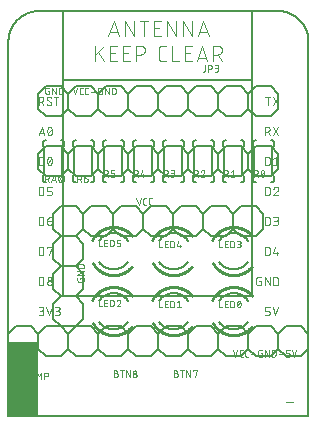
<source format=gto>
G75*
%MOIN*%
%OFA0B0*%
%FSLAX25Y25*%
%IPPOS*%
%LPD*%
%AMOC8*
5,1,8,0,0,1.08239X$1,22.5*
%
%ADD10C,0.00500*%
%ADD11C,0.00200*%
%ADD12C,0.00400*%
%ADD13R,0.10000X0.25000*%
%ADD14C,0.00600*%
%ADD15C,0.01000*%
D10*
X0001300Y0001250D02*
X0101300Y0001250D01*
X0101300Y0126250D01*
X0101297Y0126492D01*
X0101288Y0126733D01*
X0101274Y0126974D01*
X0101253Y0127215D01*
X0101227Y0127455D01*
X0101195Y0127695D01*
X0101157Y0127934D01*
X0101114Y0128171D01*
X0101064Y0128408D01*
X0101009Y0128643D01*
X0100949Y0128877D01*
X0100882Y0129109D01*
X0100811Y0129340D01*
X0100733Y0129569D01*
X0100650Y0129796D01*
X0100562Y0130021D01*
X0100468Y0130244D01*
X0100369Y0130464D01*
X0100264Y0130682D01*
X0100155Y0130897D01*
X0100040Y0131110D01*
X0099920Y0131320D01*
X0099795Y0131526D01*
X0099665Y0131730D01*
X0099530Y0131931D01*
X0099390Y0132128D01*
X0099246Y0132322D01*
X0099097Y0132512D01*
X0098943Y0132698D01*
X0098785Y0132881D01*
X0098623Y0133060D01*
X0098456Y0133235D01*
X0098285Y0133406D01*
X0098110Y0133573D01*
X0097931Y0133735D01*
X0097748Y0133893D01*
X0097562Y0134047D01*
X0097372Y0134196D01*
X0097178Y0134340D01*
X0096981Y0134480D01*
X0096780Y0134615D01*
X0096576Y0134745D01*
X0096370Y0134870D01*
X0096160Y0134990D01*
X0095947Y0135105D01*
X0095732Y0135214D01*
X0095514Y0135319D01*
X0095294Y0135418D01*
X0095071Y0135512D01*
X0094846Y0135600D01*
X0094619Y0135683D01*
X0094390Y0135761D01*
X0094159Y0135832D01*
X0093927Y0135899D01*
X0093693Y0135959D01*
X0093458Y0136014D01*
X0093221Y0136064D01*
X0092984Y0136107D01*
X0092745Y0136145D01*
X0092505Y0136177D01*
X0092265Y0136203D01*
X0092024Y0136224D01*
X0091783Y0136238D01*
X0091542Y0136247D01*
X0091300Y0136250D01*
X0011300Y0136250D01*
X0019410Y0136156D02*
X0082402Y0136156D01*
X0082402Y0113321D01*
X0019410Y0113321D01*
X0019410Y0136156D01*
X0011300Y0136250D02*
X0011058Y0136247D01*
X0010817Y0136238D01*
X0010576Y0136224D01*
X0010335Y0136203D01*
X0010095Y0136177D01*
X0009855Y0136145D01*
X0009616Y0136107D01*
X0009379Y0136064D01*
X0009142Y0136014D01*
X0008907Y0135959D01*
X0008673Y0135899D01*
X0008441Y0135832D01*
X0008210Y0135761D01*
X0007981Y0135683D01*
X0007754Y0135600D01*
X0007529Y0135512D01*
X0007306Y0135418D01*
X0007086Y0135319D01*
X0006868Y0135214D01*
X0006653Y0135105D01*
X0006440Y0134990D01*
X0006230Y0134870D01*
X0006024Y0134745D01*
X0005820Y0134615D01*
X0005619Y0134480D01*
X0005422Y0134340D01*
X0005228Y0134196D01*
X0005038Y0134047D01*
X0004852Y0133893D01*
X0004669Y0133735D01*
X0004490Y0133573D01*
X0004315Y0133406D01*
X0004144Y0133235D01*
X0003977Y0133060D01*
X0003815Y0132881D01*
X0003657Y0132698D01*
X0003503Y0132512D01*
X0003354Y0132322D01*
X0003210Y0132128D01*
X0003070Y0131931D01*
X0002935Y0131730D01*
X0002805Y0131526D01*
X0002680Y0131320D01*
X0002560Y0131110D01*
X0002445Y0130897D01*
X0002336Y0130682D01*
X0002231Y0130464D01*
X0002132Y0130244D01*
X0002038Y0130021D01*
X0001950Y0129796D01*
X0001867Y0129569D01*
X0001789Y0129340D01*
X0001718Y0129109D01*
X0001651Y0128877D01*
X0001591Y0128643D01*
X0001536Y0128408D01*
X0001486Y0128171D01*
X0001443Y0127934D01*
X0001405Y0127695D01*
X0001373Y0127455D01*
X0001347Y0127215D01*
X0001326Y0126974D01*
X0001312Y0126733D01*
X0001303Y0126492D01*
X0001300Y0126250D01*
X0001300Y0001250D01*
X0019400Y0041250D02*
X0082300Y0041250D01*
X0082400Y0041250D02*
X0082400Y0113350D01*
X0082300Y0113350D01*
X0019400Y0113350D02*
X0019400Y0041250D01*
D11*
X0017733Y0037650D02*
X0016800Y0037650D01*
X0015811Y0037650D02*
X0014878Y0034850D01*
X0013944Y0037650D01*
X0012333Y0037650D02*
X0011400Y0037650D01*
X0012333Y0037650D02*
X0012382Y0037648D01*
X0012430Y0037642D01*
X0012478Y0037633D01*
X0012525Y0037620D01*
X0012571Y0037603D01*
X0012615Y0037582D01*
X0012658Y0037558D01*
X0012699Y0037531D01*
X0012737Y0037501D01*
X0012773Y0037468D01*
X0012806Y0037432D01*
X0012836Y0037394D01*
X0012863Y0037353D01*
X0012887Y0037310D01*
X0012908Y0037266D01*
X0012925Y0037220D01*
X0012938Y0037173D01*
X0012947Y0037125D01*
X0012953Y0037077D01*
X0012955Y0037028D01*
X0012953Y0036979D01*
X0012947Y0036931D01*
X0012938Y0036883D01*
X0012925Y0036836D01*
X0012908Y0036790D01*
X0012887Y0036746D01*
X0012863Y0036703D01*
X0012836Y0036662D01*
X0012806Y0036624D01*
X0012773Y0036588D01*
X0012737Y0036555D01*
X0012699Y0036525D01*
X0012658Y0036498D01*
X0012615Y0036474D01*
X0012571Y0036453D01*
X0012525Y0036436D01*
X0012478Y0036423D01*
X0012430Y0036414D01*
X0012382Y0036408D01*
X0012333Y0036406D01*
X0011711Y0036406D01*
X0012178Y0036406D02*
X0012234Y0036404D01*
X0012289Y0036398D01*
X0012343Y0036388D01*
X0012397Y0036374D01*
X0012450Y0036357D01*
X0012501Y0036336D01*
X0012551Y0036311D01*
X0012599Y0036282D01*
X0012644Y0036251D01*
X0012687Y0036216D01*
X0012728Y0036178D01*
X0012766Y0036137D01*
X0012801Y0036094D01*
X0012832Y0036049D01*
X0012861Y0036001D01*
X0012886Y0035951D01*
X0012907Y0035900D01*
X0012924Y0035847D01*
X0012938Y0035793D01*
X0012948Y0035739D01*
X0012954Y0035684D01*
X0012956Y0035628D01*
X0012954Y0035572D01*
X0012948Y0035517D01*
X0012938Y0035463D01*
X0012924Y0035409D01*
X0012907Y0035356D01*
X0012886Y0035305D01*
X0012861Y0035255D01*
X0012832Y0035207D01*
X0012801Y0035162D01*
X0012766Y0035119D01*
X0012728Y0035078D01*
X0012687Y0035040D01*
X0012644Y0035005D01*
X0012599Y0034974D01*
X0012551Y0034945D01*
X0012501Y0034920D01*
X0012450Y0034899D01*
X0012397Y0034882D01*
X0012343Y0034868D01*
X0012289Y0034858D01*
X0012234Y0034852D01*
X0012178Y0034850D01*
X0011400Y0034850D01*
X0016800Y0034850D02*
X0017578Y0034850D01*
X0017634Y0034852D01*
X0017689Y0034858D01*
X0017743Y0034868D01*
X0017797Y0034882D01*
X0017850Y0034899D01*
X0017901Y0034920D01*
X0017951Y0034945D01*
X0017999Y0034974D01*
X0018044Y0035005D01*
X0018087Y0035040D01*
X0018128Y0035078D01*
X0018166Y0035119D01*
X0018201Y0035162D01*
X0018232Y0035207D01*
X0018261Y0035255D01*
X0018286Y0035305D01*
X0018307Y0035356D01*
X0018324Y0035409D01*
X0018338Y0035463D01*
X0018348Y0035517D01*
X0018354Y0035572D01*
X0018356Y0035628D01*
X0018354Y0035684D01*
X0018348Y0035739D01*
X0018338Y0035793D01*
X0018324Y0035847D01*
X0018307Y0035900D01*
X0018286Y0035951D01*
X0018261Y0036001D01*
X0018232Y0036049D01*
X0018201Y0036094D01*
X0018166Y0036137D01*
X0018128Y0036178D01*
X0018087Y0036216D01*
X0018044Y0036251D01*
X0017999Y0036282D01*
X0017951Y0036311D01*
X0017901Y0036336D01*
X0017850Y0036357D01*
X0017797Y0036374D01*
X0017743Y0036388D01*
X0017689Y0036398D01*
X0017634Y0036404D01*
X0017578Y0036406D01*
X0017733Y0036406D02*
X0017111Y0036406D01*
X0017733Y0036406D02*
X0017782Y0036408D01*
X0017830Y0036414D01*
X0017878Y0036423D01*
X0017925Y0036436D01*
X0017971Y0036453D01*
X0018015Y0036474D01*
X0018058Y0036498D01*
X0018099Y0036525D01*
X0018137Y0036555D01*
X0018173Y0036588D01*
X0018206Y0036624D01*
X0018236Y0036662D01*
X0018263Y0036703D01*
X0018287Y0036746D01*
X0018308Y0036790D01*
X0018325Y0036836D01*
X0018338Y0036883D01*
X0018347Y0036931D01*
X0018353Y0036979D01*
X0018355Y0037028D01*
X0018353Y0037077D01*
X0018347Y0037125D01*
X0018338Y0037173D01*
X0018325Y0037220D01*
X0018308Y0037266D01*
X0018287Y0037310D01*
X0018263Y0037353D01*
X0018236Y0037394D01*
X0018206Y0037432D01*
X0018173Y0037468D01*
X0018137Y0037501D01*
X0018099Y0037531D01*
X0018058Y0037558D01*
X0018015Y0037582D01*
X0017971Y0037603D01*
X0017925Y0037620D01*
X0017878Y0037633D01*
X0017830Y0037642D01*
X0017782Y0037648D01*
X0017733Y0037650D01*
X0015746Y0045628D02*
X0015744Y0045572D01*
X0015738Y0045517D01*
X0015728Y0045463D01*
X0015714Y0045409D01*
X0015697Y0045356D01*
X0015676Y0045305D01*
X0015651Y0045255D01*
X0015622Y0045207D01*
X0015591Y0045162D01*
X0015556Y0045119D01*
X0015518Y0045078D01*
X0015477Y0045040D01*
X0015434Y0045005D01*
X0015389Y0044974D01*
X0015341Y0044945D01*
X0015291Y0044920D01*
X0015240Y0044899D01*
X0015187Y0044882D01*
X0015133Y0044868D01*
X0015079Y0044858D01*
X0015024Y0044852D01*
X0014968Y0044850D01*
X0014912Y0044852D01*
X0014857Y0044858D01*
X0014803Y0044868D01*
X0014749Y0044882D01*
X0014696Y0044899D01*
X0014645Y0044920D01*
X0014595Y0044945D01*
X0014547Y0044974D01*
X0014502Y0045005D01*
X0014459Y0045040D01*
X0014418Y0045078D01*
X0014380Y0045119D01*
X0014345Y0045162D01*
X0014314Y0045207D01*
X0014285Y0045255D01*
X0014260Y0045305D01*
X0014239Y0045356D01*
X0014222Y0045409D01*
X0014208Y0045463D01*
X0014198Y0045517D01*
X0014192Y0045572D01*
X0014190Y0045628D01*
X0014192Y0045684D01*
X0014198Y0045739D01*
X0014208Y0045793D01*
X0014222Y0045847D01*
X0014239Y0045900D01*
X0014260Y0045951D01*
X0014285Y0046001D01*
X0014314Y0046049D01*
X0014345Y0046094D01*
X0014380Y0046137D01*
X0014418Y0046178D01*
X0014459Y0046216D01*
X0014502Y0046251D01*
X0014547Y0046282D01*
X0014595Y0046311D01*
X0014645Y0046336D01*
X0014696Y0046357D01*
X0014749Y0046374D01*
X0014803Y0046388D01*
X0014857Y0046398D01*
X0014912Y0046404D01*
X0014968Y0046406D01*
X0015024Y0046404D01*
X0015079Y0046398D01*
X0015133Y0046388D01*
X0015187Y0046374D01*
X0015240Y0046357D01*
X0015291Y0046336D01*
X0015341Y0046311D01*
X0015389Y0046282D01*
X0015434Y0046251D01*
X0015477Y0046216D01*
X0015518Y0046178D01*
X0015556Y0046137D01*
X0015591Y0046094D01*
X0015622Y0046049D01*
X0015651Y0046001D01*
X0015676Y0045951D01*
X0015697Y0045900D01*
X0015714Y0045847D01*
X0015728Y0045793D01*
X0015738Y0045739D01*
X0015744Y0045684D01*
X0015746Y0045628D01*
X0015590Y0047028D02*
X0015588Y0046979D01*
X0015582Y0046931D01*
X0015573Y0046883D01*
X0015560Y0046836D01*
X0015543Y0046790D01*
X0015522Y0046746D01*
X0015498Y0046703D01*
X0015471Y0046662D01*
X0015441Y0046624D01*
X0015408Y0046588D01*
X0015372Y0046555D01*
X0015334Y0046525D01*
X0015293Y0046498D01*
X0015250Y0046474D01*
X0015206Y0046453D01*
X0015160Y0046436D01*
X0015113Y0046423D01*
X0015065Y0046414D01*
X0015017Y0046408D01*
X0014968Y0046406D01*
X0014919Y0046408D01*
X0014871Y0046414D01*
X0014823Y0046423D01*
X0014776Y0046436D01*
X0014730Y0046453D01*
X0014686Y0046474D01*
X0014643Y0046498D01*
X0014602Y0046525D01*
X0014564Y0046555D01*
X0014528Y0046588D01*
X0014495Y0046624D01*
X0014465Y0046662D01*
X0014438Y0046703D01*
X0014414Y0046746D01*
X0014393Y0046790D01*
X0014376Y0046836D01*
X0014363Y0046883D01*
X0014354Y0046931D01*
X0014348Y0046979D01*
X0014346Y0047028D01*
X0014348Y0047077D01*
X0014354Y0047125D01*
X0014363Y0047173D01*
X0014376Y0047220D01*
X0014393Y0047266D01*
X0014414Y0047310D01*
X0014438Y0047353D01*
X0014465Y0047394D01*
X0014495Y0047432D01*
X0014528Y0047468D01*
X0014564Y0047501D01*
X0014602Y0047531D01*
X0014643Y0047558D01*
X0014686Y0047582D01*
X0014730Y0047603D01*
X0014776Y0047620D01*
X0014823Y0047633D01*
X0014871Y0047642D01*
X0014919Y0047648D01*
X0014968Y0047650D01*
X0015017Y0047648D01*
X0015065Y0047642D01*
X0015113Y0047633D01*
X0015160Y0047620D01*
X0015206Y0047603D01*
X0015250Y0047582D01*
X0015293Y0047558D01*
X0015334Y0047531D01*
X0015372Y0047501D01*
X0015408Y0047468D01*
X0015441Y0047432D01*
X0015471Y0047394D01*
X0015498Y0047353D01*
X0015522Y0047310D01*
X0015543Y0047266D01*
X0015560Y0047220D01*
X0015573Y0047173D01*
X0015582Y0047125D01*
X0015588Y0047077D01*
X0015590Y0047028D01*
X0012956Y0046872D02*
X0012956Y0045628D01*
X0012954Y0045575D01*
X0012949Y0045522D01*
X0012940Y0045470D01*
X0012927Y0045418D01*
X0012911Y0045367D01*
X0012892Y0045318D01*
X0012869Y0045270D01*
X0012843Y0045224D01*
X0012814Y0045179D01*
X0012782Y0045137D01*
X0012747Y0045097D01*
X0012709Y0045059D01*
X0012669Y0045024D01*
X0012627Y0044992D01*
X0012582Y0044963D01*
X0012536Y0044937D01*
X0012488Y0044914D01*
X0012439Y0044895D01*
X0012388Y0044879D01*
X0012336Y0044866D01*
X0012284Y0044857D01*
X0012231Y0044852D01*
X0012178Y0044850D01*
X0011400Y0044850D01*
X0011400Y0047650D01*
X0012178Y0047650D01*
X0012234Y0047648D01*
X0012289Y0047642D01*
X0012343Y0047632D01*
X0012397Y0047618D01*
X0012450Y0047601D01*
X0012501Y0047580D01*
X0012551Y0047555D01*
X0012599Y0047526D01*
X0012644Y0047495D01*
X0012687Y0047460D01*
X0012728Y0047422D01*
X0012766Y0047381D01*
X0012801Y0047338D01*
X0012832Y0047293D01*
X0012861Y0047245D01*
X0012886Y0047195D01*
X0012907Y0047144D01*
X0012924Y0047091D01*
X0012938Y0047037D01*
X0012948Y0046983D01*
X0012954Y0046928D01*
X0012956Y0046872D01*
X0012178Y0054850D02*
X0011400Y0054850D01*
X0011400Y0057650D01*
X0012178Y0057650D01*
X0012234Y0057648D01*
X0012289Y0057642D01*
X0012343Y0057632D01*
X0012397Y0057618D01*
X0012450Y0057601D01*
X0012501Y0057580D01*
X0012551Y0057555D01*
X0012599Y0057526D01*
X0012644Y0057495D01*
X0012687Y0057460D01*
X0012728Y0057422D01*
X0012766Y0057381D01*
X0012801Y0057338D01*
X0012832Y0057293D01*
X0012861Y0057245D01*
X0012886Y0057195D01*
X0012907Y0057144D01*
X0012924Y0057091D01*
X0012938Y0057037D01*
X0012948Y0056983D01*
X0012954Y0056928D01*
X0012956Y0056872D01*
X0012956Y0055628D01*
X0012954Y0055575D01*
X0012949Y0055522D01*
X0012940Y0055470D01*
X0012927Y0055418D01*
X0012911Y0055367D01*
X0012892Y0055318D01*
X0012869Y0055270D01*
X0012843Y0055224D01*
X0012814Y0055179D01*
X0012782Y0055137D01*
X0012747Y0055097D01*
X0012709Y0055059D01*
X0012669Y0055024D01*
X0012627Y0054992D01*
X0012582Y0054963D01*
X0012536Y0054937D01*
X0012488Y0054914D01*
X0012439Y0054895D01*
X0012388Y0054879D01*
X0012336Y0054866D01*
X0012284Y0054857D01*
X0012231Y0054852D01*
X0012178Y0054850D01*
X0014190Y0057339D02*
X0014190Y0057650D01*
X0015746Y0057650D01*
X0014968Y0054850D01*
X0012178Y0064850D02*
X0011400Y0064850D01*
X0011400Y0067650D01*
X0012178Y0067650D01*
X0012234Y0067648D01*
X0012289Y0067642D01*
X0012343Y0067632D01*
X0012397Y0067618D01*
X0012450Y0067601D01*
X0012501Y0067580D01*
X0012551Y0067555D01*
X0012599Y0067526D01*
X0012644Y0067495D01*
X0012687Y0067460D01*
X0012728Y0067422D01*
X0012766Y0067381D01*
X0012801Y0067338D01*
X0012832Y0067293D01*
X0012861Y0067245D01*
X0012886Y0067195D01*
X0012907Y0067144D01*
X0012924Y0067091D01*
X0012938Y0067037D01*
X0012948Y0066983D01*
X0012954Y0066928D01*
X0012956Y0066872D01*
X0012956Y0065628D01*
X0012954Y0065575D01*
X0012949Y0065522D01*
X0012940Y0065470D01*
X0012927Y0065418D01*
X0012911Y0065367D01*
X0012892Y0065318D01*
X0012869Y0065270D01*
X0012843Y0065224D01*
X0012814Y0065179D01*
X0012782Y0065137D01*
X0012747Y0065097D01*
X0012709Y0065059D01*
X0012669Y0065024D01*
X0012627Y0064992D01*
X0012582Y0064963D01*
X0012536Y0064937D01*
X0012488Y0064914D01*
X0012439Y0064895D01*
X0012388Y0064879D01*
X0012336Y0064866D01*
X0012284Y0064857D01*
X0012231Y0064852D01*
X0012178Y0064850D01*
X0014190Y0065628D02*
X0014190Y0066406D01*
X0015123Y0066406D01*
X0014190Y0066406D02*
X0014192Y0066476D01*
X0014198Y0066545D01*
X0014208Y0066614D01*
X0014221Y0066683D01*
X0014239Y0066750D01*
X0014260Y0066817D01*
X0014285Y0066882D01*
X0014313Y0066946D01*
X0014345Y0067008D01*
X0014381Y0067068D01*
X0014419Y0067126D01*
X0014461Y0067182D01*
X0014506Y0067235D01*
X0014554Y0067286D01*
X0014605Y0067334D01*
X0014658Y0067379D01*
X0014714Y0067421D01*
X0014772Y0067459D01*
X0014832Y0067495D01*
X0014894Y0067527D01*
X0014958Y0067555D01*
X0015023Y0067580D01*
X0015090Y0067601D01*
X0015157Y0067619D01*
X0015226Y0067632D01*
X0015295Y0067642D01*
X0015364Y0067648D01*
X0015434Y0067650D01*
X0015123Y0066405D02*
X0015172Y0066403D01*
X0015220Y0066397D01*
X0015268Y0066388D01*
X0015315Y0066375D01*
X0015361Y0066358D01*
X0015405Y0066337D01*
X0015448Y0066313D01*
X0015489Y0066286D01*
X0015527Y0066256D01*
X0015563Y0066223D01*
X0015596Y0066187D01*
X0015626Y0066149D01*
X0015653Y0066108D01*
X0015677Y0066065D01*
X0015698Y0066021D01*
X0015715Y0065975D01*
X0015728Y0065928D01*
X0015737Y0065880D01*
X0015743Y0065832D01*
X0015745Y0065783D01*
X0015746Y0065783D02*
X0015746Y0065628D01*
X0015744Y0065572D01*
X0015738Y0065517D01*
X0015728Y0065463D01*
X0015714Y0065409D01*
X0015697Y0065356D01*
X0015676Y0065305D01*
X0015651Y0065255D01*
X0015622Y0065207D01*
X0015591Y0065162D01*
X0015556Y0065119D01*
X0015518Y0065078D01*
X0015477Y0065040D01*
X0015434Y0065005D01*
X0015389Y0064974D01*
X0015341Y0064945D01*
X0015291Y0064920D01*
X0015240Y0064899D01*
X0015187Y0064882D01*
X0015133Y0064868D01*
X0015079Y0064858D01*
X0015024Y0064852D01*
X0014968Y0064850D01*
X0014912Y0064852D01*
X0014857Y0064858D01*
X0014803Y0064868D01*
X0014749Y0064882D01*
X0014696Y0064899D01*
X0014645Y0064920D01*
X0014595Y0064945D01*
X0014547Y0064974D01*
X0014502Y0065005D01*
X0014459Y0065040D01*
X0014418Y0065078D01*
X0014380Y0065119D01*
X0014345Y0065162D01*
X0014314Y0065207D01*
X0014285Y0065255D01*
X0014260Y0065305D01*
X0014239Y0065356D01*
X0014222Y0065409D01*
X0014208Y0065463D01*
X0014198Y0065517D01*
X0014192Y0065572D01*
X0014190Y0065628D01*
X0014190Y0074850D02*
X0015123Y0074850D01*
X0015172Y0074852D01*
X0015220Y0074858D01*
X0015268Y0074867D01*
X0015315Y0074880D01*
X0015361Y0074897D01*
X0015405Y0074918D01*
X0015448Y0074942D01*
X0015489Y0074969D01*
X0015527Y0074999D01*
X0015563Y0075032D01*
X0015596Y0075068D01*
X0015626Y0075106D01*
X0015653Y0075147D01*
X0015677Y0075190D01*
X0015698Y0075234D01*
X0015715Y0075280D01*
X0015728Y0075327D01*
X0015737Y0075375D01*
X0015743Y0075423D01*
X0015745Y0075472D01*
X0015746Y0075472D02*
X0015746Y0075783D01*
X0015745Y0075783D02*
X0015743Y0075832D01*
X0015737Y0075880D01*
X0015728Y0075928D01*
X0015715Y0075975D01*
X0015698Y0076021D01*
X0015677Y0076065D01*
X0015653Y0076108D01*
X0015626Y0076149D01*
X0015596Y0076187D01*
X0015563Y0076223D01*
X0015527Y0076256D01*
X0015489Y0076286D01*
X0015448Y0076313D01*
X0015405Y0076337D01*
X0015361Y0076358D01*
X0015315Y0076375D01*
X0015268Y0076388D01*
X0015220Y0076397D01*
X0015172Y0076403D01*
X0015123Y0076405D01*
X0015123Y0076406D02*
X0014190Y0076406D01*
X0014190Y0077650D01*
X0015746Y0077650D01*
X0015596Y0079350D02*
X0016329Y0081550D01*
X0017062Y0079350D01*
X0016879Y0079900D02*
X0015779Y0079900D01*
X0014794Y0079350D02*
X0014305Y0080328D01*
X0014183Y0080328D02*
X0013572Y0080328D01*
X0014183Y0080328D02*
X0014231Y0080330D01*
X0014279Y0080336D01*
X0014326Y0080345D01*
X0014372Y0080358D01*
X0014417Y0080375D01*
X0014460Y0080395D01*
X0014502Y0080418D01*
X0014542Y0080445D01*
X0014580Y0080474D01*
X0014615Y0080507D01*
X0014648Y0080542D01*
X0014677Y0080580D01*
X0014704Y0080620D01*
X0014727Y0080662D01*
X0014747Y0080705D01*
X0014764Y0080750D01*
X0014777Y0080796D01*
X0014786Y0080843D01*
X0014792Y0080891D01*
X0014794Y0080939D01*
X0014792Y0080987D01*
X0014786Y0081035D01*
X0014777Y0081082D01*
X0014764Y0081128D01*
X0014747Y0081173D01*
X0014727Y0081216D01*
X0014704Y0081258D01*
X0014677Y0081298D01*
X0014648Y0081336D01*
X0014615Y0081371D01*
X0014580Y0081404D01*
X0014542Y0081433D01*
X0014502Y0081460D01*
X0014460Y0081483D01*
X0014417Y0081503D01*
X0014372Y0081520D01*
X0014326Y0081533D01*
X0014279Y0081542D01*
X0014231Y0081548D01*
X0014183Y0081550D01*
X0013572Y0081550D01*
X0013572Y0079350D01*
X0012178Y0077650D02*
X0011400Y0077650D01*
X0011400Y0074850D01*
X0012178Y0074850D01*
X0012231Y0074852D01*
X0012284Y0074857D01*
X0012336Y0074866D01*
X0012388Y0074879D01*
X0012439Y0074895D01*
X0012488Y0074914D01*
X0012536Y0074937D01*
X0012582Y0074963D01*
X0012627Y0074992D01*
X0012669Y0075024D01*
X0012709Y0075059D01*
X0012747Y0075097D01*
X0012782Y0075137D01*
X0012814Y0075179D01*
X0012843Y0075224D01*
X0012869Y0075270D01*
X0012892Y0075318D01*
X0012911Y0075367D01*
X0012927Y0075418D01*
X0012940Y0075470D01*
X0012949Y0075522D01*
X0012954Y0075575D01*
X0012956Y0075628D01*
X0012956Y0076872D01*
X0012954Y0076928D01*
X0012948Y0076983D01*
X0012938Y0077037D01*
X0012924Y0077091D01*
X0012907Y0077144D01*
X0012886Y0077195D01*
X0012861Y0077245D01*
X0012832Y0077293D01*
X0012801Y0077338D01*
X0012766Y0077381D01*
X0012728Y0077422D01*
X0012687Y0077460D01*
X0012644Y0077495D01*
X0012599Y0077526D01*
X0012551Y0077555D01*
X0012501Y0077580D01*
X0012450Y0077601D01*
X0012397Y0077618D01*
X0012343Y0077632D01*
X0012289Y0077642D01*
X0012234Y0077648D01*
X0012178Y0077650D01*
X0018917Y0079656D02*
X0018951Y0079730D01*
X0018982Y0079806D01*
X0019009Y0079884D01*
X0019033Y0079963D01*
X0019054Y0080042D01*
X0019070Y0080123D01*
X0019083Y0080204D01*
X0019093Y0080286D01*
X0019098Y0080368D01*
X0019100Y0080450D01*
X0017878Y0080450D02*
X0017880Y0080532D01*
X0017885Y0080614D01*
X0017895Y0080696D01*
X0017908Y0080777D01*
X0017924Y0080858D01*
X0017945Y0080937D01*
X0017969Y0081016D01*
X0017996Y0081094D01*
X0018027Y0081170D01*
X0018061Y0081244D01*
X0018489Y0081550D02*
X0018529Y0081548D01*
X0018569Y0081543D01*
X0018608Y0081534D01*
X0018646Y0081522D01*
X0018683Y0081506D01*
X0018718Y0081488D01*
X0018752Y0081466D01*
X0018783Y0081441D01*
X0018812Y0081414D01*
X0018839Y0081384D01*
X0018863Y0081352D01*
X0018884Y0081318D01*
X0018902Y0081282D01*
X0018917Y0081245D01*
X0018978Y0081061D02*
X0018000Y0079839D01*
X0018489Y0079350D02*
X0018529Y0079352D01*
X0018569Y0079357D01*
X0018608Y0079366D01*
X0018646Y0079378D01*
X0018683Y0079394D01*
X0018718Y0079412D01*
X0018752Y0079434D01*
X0018783Y0079459D01*
X0018812Y0079486D01*
X0018839Y0079516D01*
X0018863Y0079548D01*
X0018884Y0079582D01*
X0018902Y0079618D01*
X0018917Y0079655D01*
X0018489Y0079350D02*
X0018449Y0079352D01*
X0018409Y0079357D01*
X0018370Y0079366D01*
X0018332Y0079378D01*
X0018295Y0079394D01*
X0018260Y0079412D01*
X0018226Y0079434D01*
X0018195Y0079459D01*
X0018166Y0079486D01*
X0018139Y0079516D01*
X0018115Y0079548D01*
X0018094Y0079582D01*
X0018076Y0079618D01*
X0018061Y0079655D01*
X0019100Y0080450D02*
X0019098Y0080532D01*
X0019093Y0080614D01*
X0019083Y0080696D01*
X0019070Y0080777D01*
X0019054Y0080858D01*
X0019033Y0080937D01*
X0019009Y0081016D01*
X0018982Y0081094D01*
X0018951Y0081170D01*
X0018917Y0081244D01*
X0018489Y0081550D02*
X0018449Y0081548D01*
X0018409Y0081543D01*
X0018370Y0081534D01*
X0018332Y0081522D01*
X0018295Y0081506D01*
X0018260Y0081488D01*
X0018226Y0081466D01*
X0018195Y0081441D01*
X0018166Y0081414D01*
X0018139Y0081384D01*
X0018115Y0081352D01*
X0018094Y0081318D01*
X0018076Y0081282D01*
X0018061Y0081245D01*
X0017878Y0080450D02*
X0017880Y0080368D01*
X0017885Y0080286D01*
X0017895Y0080204D01*
X0017908Y0080123D01*
X0017924Y0080042D01*
X0017945Y0079963D01*
X0017969Y0079884D01*
X0017996Y0079806D01*
X0018027Y0079730D01*
X0018061Y0079656D01*
X0014968Y0084850D02*
X0014923Y0084852D01*
X0014879Y0084857D01*
X0014835Y0084866D01*
X0014792Y0084877D01*
X0014750Y0084893D01*
X0014710Y0084911D01*
X0014671Y0084933D01*
X0014633Y0084957D01*
X0014598Y0084985D01*
X0014565Y0085015D01*
X0014534Y0085047D01*
X0014506Y0085082D01*
X0014481Y0085119D01*
X0014459Y0085157D01*
X0014439Y0085198D01*
X0014423Y0085239D01*
X0014346Y0085472D02*
X0015590Y0087028D01*
X0015513Y0087261D02*
X0015497Y0087302D01*
X0015477Y0087343D01*
X0015455Y0087381D01*
X0015430Y0087418D01*
X0015402Y0087453D01*
X0015371Y0087485D01*
X0015338Y0087515D01*
X0015303Y0087543D01*
X0015265Y0087567D01*
X0015226Y0087589D01*
X0015186Y0087607D01*
X0015144Y0087623D01*
X0015101Y0087634D01*
X0015057Y0087643D01*
X0015013Y0087648D01*
X0014968Y0087650D01*
X0014923Y0087648D01*
X0014879Y0087643D01*
X0014835Y0087634D01*
X0014792Y0087623D01*
X0014750Y0087607D01*
X0014710Y0087589D01*
X0014671Y0087567D01*
X0014633Y0087543D01*
X0014598Y0087515D01*
X0014565Y0087485D01*
X0014534Y0087453D01*
X0014506Y0087418D01*
X0014481Y0087381D01*
X0014459Y0087343D01*
X0014439Y0087302D01*
X0014423Y0087261D01*
X0015512Y0087261D02*
X0015552Y0087175D01*
X0015588Y0087087D01*
X0015621Y0086997D01*
X0015650Y0086907D01*
X0015675Y0086815D01*
X0015696Y0086722D01*
X0015714Y0086629D01*
X0015727Y0086535D01*
X0015737Y0086440D01*
X0015743Y0086345D01*
X0015745Y0086250D01*
X0014190Y0086250D02*
X0014192Y0086345D01*
X0014198Y0086440D01*
X0014208Y0086535D01*
X0014221Y0086629D01*
X0014239Y0086722D01*
X0014260Y0086815D01*
X0014285Y0086907D01*
X0014314Y0086997D01*
X0014347Y0087087D01*
X0014383Y0087175D01*
X0014423Y0087261D01*
X0015745Y0086250D02*
X0015743Y0086155D01*
X0015737Y0086060D01*
X0015727Y0085965D01*
X0015714Y0085871D01*
X0015696Y0085778D01*
X0015675Y0085685D01*
X0015650Y0085593D01*
X0015621Y0085503D01*
X0015588Y0085413D01*
X0015552Y0085325D01*
X0015512Y0085239D01*
X0015513Y0085239D02*
X0015497Y0085198D01*
X0015477Y0085157D01*
X0015455Y0085119D01*
X0015430Y0085082D01*
X0015402Y0085047D01*
X0015371Y0085015D01*
X0015338Y0084985D01*
X0015303Y0084957D01*
X0015265Y0084933D01*
X0015226Y0084911D01*
X0015186Y0084893D01*
X0015144Y0084877D01*
X0015101Y0084866D01*
X0015057Y0084857D01*
X0015013Y0084852D01*
X0014968Y0084850D01*
X0014423Y0085239D02*
X0014383Y0085325D01*
X0014347Y0085413D01*
X0014314Y0085503D01*
X0014285Y0085593D01*
X0014260Y0085685D01*
X0014239Y0085778D01*
X0014221Y0085871D01*
X0014208Y0085965D01*
X0014198Y0086060D01*
X0014192Y0086155D01*
X0014190Y0086250D01*
X0012956Y0086872D02*
X0012956Y0085628D01*
X0012954Y0085575D01*
X0012949Y0085522D01*
X0012940Y0085470D01*
X0012927Y0085418D01*
X0012911Y0085367D01*
X0012892Y0085318D01*
X0012869Y0085270D01*
X0012843Y0085224D01*
X0012814Y0085179D01*
X0012782Y0085137D01*
X0012747Y0085097D01*
X0012709Y0085059D01*
X0012669Y0085024D01*
X0012627Y0084992D01*
X0012582Y0084963D01*
X0012536Y0084937D01*
X0012488Y0084914D01*
X0012439Y0084895D01*
X0012388Y0084879D01*
X0012336Y0084866D01*
X0012284Y0084857D01*
X0012231Y0084852D01*
X0012178Y0084850D01*
X0011400Y0084850D01*
X0011400Y0087650D01*
X0012178Y0087650D01*
X0012234Y0087648D01*
X0012289Y0087642D01*
X0012343Y0087632D01*
X0012397Y0087618D01*
X0012450Y0087601D01*
X0012501Y0087580D01*
X0012551Y0087555D01*
X0012599Y0087526D01*
X0012644Y0087495D01*
X0012687Y0087460D01*
X0012728Y0087422D01*
X0012766Y0087381D01*
X0012801Y0087338D01*
X0012832Y0087293D01*
X0012861Y0087245D01*
X0012886Y0087195D01*
X0012907Y0087144D01*
X0012924Y0087091D01*
X0012938Y0087037D01*
X0012948Y0086983D01*
X0012954Y0086928D01*
X0012956Y0086872D01*
X0013267Y0094850D02*
X0012333Y0097650D01*
X0011400Y0094850D01*
X0011633Y0095550D02*
X0013033Y0095550D01*
X0015578Y0095239D02*
X0015618Y0095325D01*
X0015654Y0095413D01*
X0015687Y0095503D01*
X0015716Y0095593D01*
X0015741Y0095685D01*
X0015762Y0095778D01*
X0015780Y0095871D01*
X0015793Y0095965D01*
X0015803Y0096060D01*
X0015809Y0096155D01*
X0015811Y0096250D01*
X0014256Y0096250D02*
X0014258Y0096345D01*
X0014264Y0096440D01*
X0014274Y0096535D01*
X0014287Y0096629D01*
X0014305Y0096722D01*
X0014326Y0096815D01*
X0014351Y0096907D01*
X0014380Y0096997D01*
X0014413Y0097087D01*
X0014449Y0097175D01*
X0014489Y0097261D01*
X0015033Y0097650D02*
X0015078Y0097648D01*
X0015122Y0097643D01*
X0015166Y0097634D01*
X0015209Y0097623D01*
X0015251Y0097607D01*
X0015291Y0097589D01*
X0015330Y0097567D01*
X0015368Y0097543D01*
X0015403Y0097515D01*
X0015436Y0097485D01*
X0015467Y0097453D01*
X0015495Y0097418D01*
X0015520Y0097381D01*
X0015542Y0097343D01*
X0015562Y0097302D01*
X0015578Y0097261D01*
X0015656Y0097028D02*
X0014411Y0095472D01*
X0015033Y0094850D02*
X0015078Y0094852D01*
X0015122Y0094857D01*
X0015166Y0094866D01*
X0015209Y0094877D01*
X0015251Y0094893D01*
X0015291Y0094911D01*
X0015330Y0094933D01*
X0015368Y0094957D01*
X0015403Y0094985D01*
X0015436Y0095015D01*
X0015467Y0095047D01*
X0015495Y0095082D01*
X0015520Y0095119D01*
X0015542Y0095157D01*
X0015562Y0095198D01*
X0015578Y0095239D01*
X0015033Y0094850D02*
X0014988Y0094852D01*
X0014944Y0094857D01*
X0014900Y0094866D01*
X0014857Y0094877D01*
X0014815Y0094893D01*
X0014775Y0094911D01*
X0014736Y0094933D01*
X0014698Y0094957D01*
X0014663Y0094985D01*
X0014630Y0095015D01*
X0014599Y0095047D01*
X0014571Y0095082D01*
X0014546Y0095119D01*
X0014524Y0095157D01*
X0014504Y0095198D01*
X0014488Y0095239D01*
X0015811Y0096250D02*
X0015809Y0096345D01*
X0015803Y0096440D01*
X0015793Y0096535D01*
X0015780Y0096629D01*
X0015762Y0096722D01*
X0015741Y0096815D01*
X0015716Y0096907D01*
X0015687Y0096997D01*
X0015654Y0097087D01*
X0015618Y0097175D01*
X0015578Y0097261D01*
X0015033Y0097650D02*
X0014988Y0097648D01*
X0014944Y0097643D01*
X0014900Y0097634D01*
X0014857Y0097623D01*
X0014815Y0097607D01*
X0014775Y0097589D01*
X0014736Y0097567D01*
X0014698Y0097543D01*
X0014663Y0097515D01*
X0014630Y0097485D01*
X0014599Y0097453D01*
X0014571Y0097418D01*
X0014546Y0097381D01*
X0014524Y0097343D01*
X0014504Y0097302D01*
X0014488Y0097261D01*
X0014256Y0096250D02*
X0014258Y0096155D01*
X0014264Y0096060D01*
X0014274Y0095965D01*
X0014287Y0095871D01*
X0014305Y0095778D01*
X0014326Y0095685D01*
X0014351Y0095593D01*
X0014380Y0095503D01*
X0014413Y0095413D01*
X0014449Y0095325D01*
X0014489Y0095239D01*
X0012956Y0104850D02*
X0012333Y0106094D01*
X0012178Y0106094D02*
X0011400Y0106094D01*
X0012178Y0106094D02*
X0012234Y0106096D01*
X0012289Y0106102D01*
X0012343Y0106112D01*
X0012397Y0106126D01*
X0012450Y0106143D01*
X0012501Y0106164D01*
X0012551Y0106189D01*
X0012599Y0106218D01*
X0012644Y0106249D01*
X0012687Y0106284D01*
X0012728Y0106322D01*
X0012766Y0106363D01*
X0012801Y0106406D01*
X0012832Y0106451D01*
X0012861Y0106499D01*
X0012886Y0106549D01*
X0012907Y0106600D01*
X0012924Y0106653D01*
X0012938Y0106707D01*
X0012948Y0106761D01*
X0012954Y0106816D01*
X0012956Y0106872D01*
X0012954Y0106928D01*
X0012948Y0106983D01*
X0012938Y0107037D01*
X0012924Y0107091D01*
X0012907Y0107144D01*
X0012886Y0107195D01*
X0012861Y0107245D01*
X0012832Y0107293D01*
X0012801Y0107338D01*
X0012766Y0107381D01*
X0012728Y0107422D01*
X0012687Y0107460D01*
X0012644Y0107495D01*
X0012599Y0107526D01*
X0012551Y0107555D01*
X0012501Y0107580D01*
X0012450Y0107601D01*
X0012397Y0107618D01*
X0012343Y0107632D01*
X0012289Y0107642D01*
X0012234Y0107648D01*
X0012178Y0107650D01*
X0011400Y0107650D01*
X0011400Y0104850D01*
X0014089Y0108550D02*
X0014822Y0108550D01*
X0014822Y0109772D01*
X0014456Y0109772D01*
X0013600Y0110261D02*
X0013602Y0110304D01*
X0013607Y0110346D01*
X0013617Y0110388D01*
X0013629Y0110428D01*
X0013646Y0110468D01*
X0013666Y0110505D01*
X0013688Y0110541D01*
X0013714Y0110575D01*
X0013743Y0110607D01*
X0013775Y0110636D01*
X0013809Y0110662D01*
X0013844Y0110684D01*
X0013882Y0110704D01*
X0013922Y0110721D01*
X0013962Y0110733D01*
X0014004Y0110743D01*
X0014046Y0110748D01*
X0014089Y0110750D01*
X0014822Y0110750D01*
X0015904Y0110750D02*
X0017126Y0108550D01*
X0017126Y0110750D01*
X0018208Y0110750D02*
X0018819Y0110750D01*
X0018208Y0110750D02*
X0018208Y0108550D01*
X0018819Y0108550D01*
X0018867Y0108552D01*
X0018915Y0108558D01*
X0018962Y0108567D01*
X0019008Y0108580D01*
X0019053Y0108597D01*
X0019096Y0108617D01*
X0019138Y0108640D01*
X0019178Y0108667D01*
X0019216Y0108696D01*
X0019251Y0108729D01*
X0019284Y0108764D01*
X0019313Y0108802D01*
X0019340Y0108842D01*
X0019363Y0108884D01*
X0019383Y0108927D01*
X0019400Y0108972D01*
X0019413Y0109018D01*
X0019422Y0109065D01*
X0019428Y0109113D01*
X0019430Y0109161D01*
X0019430Y0110139D01*
X0019428Y0110187D01*
X0019422Y0110235D01*
X0019413Y0110282D01*
X0019400Y0110328D01*
X0019383Y0110373D01*
X0019363Y0110416D01*
X0019340Y0110458D01*
X0019313Y0110498D01*
X0019284Y0110536D01*
X0019251Y0110571D01*
X0019216Y0110604D01*
X0019178Y0110633D01*
X0019138Y0110660D01*
X0019096Y0110683D01*
X0019053Y0110703D01*
X0019008Y0110720D01*
X0018962Y0110733D01*
X0018915Y0110742D01*
X0018867Y0110748D01*
X0018819Y0110750D01*
X0020462Y0109406D02*
X0021928Y0109406D01*
X0022766Y0110750D02*
X0023499Y0108550D01*
X0024232Y0110750D01*
X0025042Y0110261D02*
X0025042Y0109039D01*
X0025041Y0109039D02*
X0025043Y0108996D01*
X0025048Y0108954D01*
X0025058Y0108912D01*
X0025070Y0108872D01*
X0025087Y0108832D01*
X0025107Y0108795D01*
X0025129Y0108759D01*
X0025155Y0108725D01*
X0025184Y0108693D01*
X0025216Y0108664D01*
X0025250Y0108638D01*
X0025286Y0108616D01*
X0025323Y0108596D01*
X0025363Y0108579D01*
X0025403Y0108567D01*
X0025445Y0108557D01*
X0025487Y0108552D01*
X0025530Y0108550D01*
X0026019Y0108550D01*
X0026841Y0109039D02*
X0026841Y0110261D01*
X0026843Y0110304D01*
X0026848Y0110346D01*
X0026858Y0110388D01*
X0026870Y0110428D01*
X0026887Y0110468D01*
X0026907Y0110505D01*
X0026929Y0110541D01*
X0026955Y0110575D01*
X0026984Y0110607D01*
X0027016Y0110636D01*
X0027050Y0110662D01*
X0027085Y0110684D01*
X0027123Y0110704D01*
X0027163Y0110721D01*
X0027203Y0110733D01*
X0027245Y0110743D01*
X0027287Y0110748D01*
X0027330Y0110750D01*
X0027819Y0110750D01*
X0028670Y0109406D02*
X0030136Y0109406D01*
X0031168Y0109039D02*
X0031168Y0110261D01*
X0031170Y0110304D01*
X0031175Y0110346D01*
X0031185Y0110388D01*
X0031197Y0110428D01*
X0031214Y0110468D01*
X0031234Y0110505D01*
X0031256Y0110541D01*
X0031282Y0110575D01*
X0031311Y0110607D01*
X0031343Y0110636D01*
X0031377Y0110662D01*
X0031412Y0110684D01*
X0031450Y0110704D01*
X0031490Y0110721D01*
X0031530Y0110733D01*
X0031572Y0110743D01*
X0031614Y0110748D01*
X0031657Y0110750D01*
X0032390Y0110750D01*
X0032390Y0109772D02*
X0032390Y0108550D01*
X0031657Y0108550D01*
X0031614Y0108552D01*
X0031572Y0108557D01*
X0031530Y0108567D01*
X0031490Y0108579D01*
X0031450Y0108596D01*
X0031413Y0108616D01*
X0031377Y0108638D01*
X0031343Y0108664D01*
X0031311Y0108693D01*
X0031282Y0108725D01*
X0031256Y0108759D01*
X0031234Y0108795D01*
X0031214Y0108832D01*
X0031197Y0108872D01*
X0031185Y0108912D01*
X0031175Y0108954D01*
X0031170Y0108996D01*
X0031168Y0109039D01*
X0032023Y0109772D02*
X0032390Y0109772D01*
X0033472Y0110750D02*
X0033472Y0108550D01*
X0034694Y0108550D02*
X0034694Y0110750D01*
X0035776Y0110750D02*
X0036387Y0110750D01*
X0036435Y0110748D01*
X0036483Y0110742D01*
X0036530Y0110733D01*
X0036576Y0110720D01*
X0036621Y0110703D01*
X0036664Y0110683D01*
X0036706Y0110660D01*
X0036746Y0110633D01*
X0036784Y0110604D01*
X0036819Y0110571D01*
X0036852Y0110536D01*
X0036881Y0110498D01*
X0036908Y0110458D01*
X0036931Y0110416D01*
X0036951Y0110373D01*
X0036968Y0110328D01*
X0036981Y0110282D01*
X0036990Y0110235D01*
X0036996Y0110187D01*
X0036998Y0110139D01*
X0036998Y0109161D01*
X0036996Y0109113D01*
X0036990Y0109065D01*
X0036981Y0109018D01*
X0036968Y0108972D01*
X0036951Y0108927D01*
X0036931Y0108884D01*
X0036908Y0108842D01*
X0036881Y0108802D01*
X0036852Y0108764D01*
X0036819Y0108729D01*
X0036784Y0108696D01*
X0036746Y0108667D01*
X0036706Y0108640D01*
X0036664Y0108617D01*
X0036621Y0108597D01*
X0036576Y0108580D01*
X0036530Y0108567D01*
X0036483Y0108558D01*
X0036435Y0108552D01*
X0036387Y0108550D01*
X0035776Y0108550D01*
X0035776Y0110750D01*
X0033472Y0110750D02*
X0034694Y0108550D01*
X0027819Y0108550D02*
X0027330Y0108550D01*
X0027287Y0108552D01*
X0027245Y0108557D01*
X0027203Y0108567D01*
X0027163Y0108579D01*
X0027123Y0108596D01*
X0027086Y0108616D01*
X0027050Y0108638D01*
X0027016Y0108664D01*
X0026984Y0108693D01*
X0026955Y0108725D01*
X0026929Y0108759D01*
X0026907Y0108795D01*
X0026887Y0108832D01*
X0026870Y0108872D01*
X0026858Y0108912D01*
X0026848Y0108954D01*
X0026843Y0108996D01*
X0026841Y0109039D01*
X0026019Y0110750D02*
X0025530Y0110750D01*
X0025487Y0110748D01*
X0025445Y0110743D01*
X0025403Y0110733D01*
X0025363Y0110721D01*
X0025323Y0110704D01*
X0025285Y0110684D01*
X0025250Y0110662D01*
X0025216Y0110636D01*
X0025184Y0110607D01*
X0025155Y0110575D01*
X0025129Y0110541D01*
X0025107Y0110505D01*
X0025087Y0110468D01*
X0025070Y0110428D01*
X0025058Y0110388D01*
X0025048Y0110346D01*
X0025043Y0110304D01*
X0025041Y0110261D01*
X0017980Y0107650D02*
X0016424Y0107650D01*
X0017202Y0107650D02*
X0017202Y0104850D01*
X0015238Y0106017D02*
X0014383Y0106483D01*
X0014694Y0107650D02*
X0014757Y0107648D01*
X0014819Y0107643D01*
X0014881Y0107635D01*
X0014942Y0107623D01*
X0015003Y0107608D01*
X0015063Y0107590D01*
X0015122Y0107569D01*
X0015179Y0107544D01*
X0015236Y0107517D01*
X0015290Y0107486D01*
X0015343Y0107453D01*
X0015394Y0107417D01*
X0014383Y0106484D02*
X0014344Y0106509D01*
X0014306Y0106537D01*
X0014271Y0106568D01*
X0014238Y0106601D01*
X0014208Y0106637D01*
X0014180Y0106675D01*
X0014155Y0106714D01*
X0014134Y0106756D01*
X0014115Y0106799D01*
X0014100Y0106843D01*
X0014088Y0106889D01*
X0014079Y0106935D01*
X0014074Y0106981D01*
X0014072Y0107028D01*
X0014074Y0107077D01*
X0014080Y0107125D01*
X0014089Y0107173D01*
X0014102Y0107220D01*
X0014119Y0107266D01*
X0014140Y0107310D01*
X0014164Y0107353D01*
X0014191Y0107394D01*
X0014221Y0107432D01*
X0014254Y0107468D01*
X0014290Y0107501D01*
X0014328Y0107531D01*
X0014369Y0107558D01*
X0014412Y0107582D01*
X0014456Y0107603D01*
X0014502Y0107620D01*
X0014549Y0107633D01*
X0014597Y0107642D01*
X0014645Y0107648D01*
X0014694Y0107650D01*
X0013994Y0105239D02*
X0014044Y0105191D01*
X0014096Y0105146D01*
X0014151Y0105104D01*
X0014208Y0105064D01*
X0014267Y0105028D01*
X0014328Y0104995D01*
X0014390Y0104965D01*
X0014454Y0104938D01*
X0014519Y0104915D01*
X0014585Y0104895D01*
X0014652Y0104879D01*
X0014720Y0104866D01*
X0014789Y0104857D01*
X0014858Y0104852D01*
X0014927Y0104850D01*
X0014976Y0104852D01*
X0015024Y0104858D01*
X0015072Y0104867D01*
X0015119Y0104880D01*
X0015165Y0104897D01*
X0015209Y0104918D01*
X0015252Y0104942D01*
X0015293Y0104969D01*
X0015331Y0104999D01*
X0015367Y0105032D01*
X0015400Y0105068D01*
X0015430Y0105106D01*
X0015457Y0105147D01*
X0015481Y0105190D01*
X0015502Y0105234D01*
X0015519Y0105280D01*
X0015532Y0105327D01*
X0015541Y0105375D01*
X0015547Y0105423D01*
X0015549Y0105472D01*
X0015550Y0105472D02*
X0015548Y0105519D01*
X0015543Y0105565D01*
X0015534Y0105611D01*
X0015522Y0105657D01*
X0015507Y0105701D01*
X0015488Y0105744D01*
X0015467Y0105786D01*
X0015442Y0105825D01*
X0015414Y0105863D01*
X0015384Y0105899D01*
X0015351Y0105932D01*
X0015316Y0105963D01*
X0015278Y0105991D01*
X0015239Y0106016D01*
X0015904Y0108550D02*
X0015904Y0110750D01*
X0013600Y0110261D02*
X0013600Y0109039D01*
X0013602Y0108996D01*
X0013607Y0108954D01*
X0013617Y0108912D01*
X0013629Y0108872D01*
X0013646Y0108832D01*
X0013666Y0108795D01*
X0013688Y0108759D01*
X0013714Y0108725D01*
X0013743Y0108693D01*
X0013775Y0108664D01*
X0013809Y0108638D01*
X0013845Y0108616D01*
X0013882Y0108596D01*
X0013922Y0108579D01*
X0013962Y0108567D01*
X0014004Y0108557D01*
X0014046Y0108552D01*
X0014089Y0108550D01*
X0024300Y0081450D02*
X0024911Y0081450D01*
X0024300Y0081450D02*
X0024300Y0079250D01*
X0024300Y0080228D02*
X0024911Y0080228D01*
X0025033Y0080228D02*
X0025522Y0079250D01*
X0026446Y0079861D02*
X0026446Y0080472D01*
X0027179Y0080472D01*
X0026446Y0080472D02*
X0026448Y0080533D01*
X0026454Y0080595D01*
X0026463Y0080655D01*
X0026477Y0080715D01*
X0026494Y0080774D01*
X0026515Y0080832D01*
X0026539Y0080888D01*
X0026567Y0080943D01*
X0026598Y0080996D01*
X0026633Y0081047D01*
X0026670Y0081095D01*
X0026711Y0081141D01*
X0026755Y0081185D01*
X0026801Y0081226D01*
X0026849Y0081263D01*
X0026900Y0081298D01*
X0026953Y0081329D01*
X0027008Y0081357D01*
X0027064Y0081381D01*
X0027122Y0081402D01*
X0027181Y0081419D01*
X0027241Y0081433D01*
X0027301Y0081442D01*
X0027363Y0081448D01*
X0027424Y0081450D01*
X0027668Y0079983D02*
X0027668Y0079861D01*
X0027668Y0079983D02*
X0027666Y0080026D01*
X0027661Y0080068D01*
X0027651Y0080110D01*
X0027639Y0080150D01*
X0027622Y0080190D01*
X0027602Y0080228D01*
X0027580Y0080263D01*
X0027554Y0080297D01*
X0027525Y0080329D01*
X0027493Y0080358D01*
X0027459Y0080384D01*
X0027424Y0080406D01*
X0027386Y0080426D01*
X0027346Y0080443D01*
X0027306Y0080455D01*
X0027264Y0080465D01*
X0027222Y0080470D01*
X0027179Y0080472D01*
X0027668Y0079861D02*
X0027666Y0079813D01*
X0027660Y0079765D01*
X0027651Y0079718D01*
X0027638Y0079672D01*
X0027621Y0079627D01*
X0027601Y0079584D01*
X0027578Y0079542D01*
X0027551Y0079502D01*
X0027522Y0079464D01*
X0027489Y0079429D01*
X0027454Y0079396D01*
X0027416Y0079367D01*
X0027376Y0079340D01*
X0027334Y0079317D01*
X0027291Y0079297D01*
X0027246Y0079280D01*
X0027200Y0079267D01*
X0027153Y0079258D01*
X0027105Y0079252D01*
X0027057Y0079250D01*
X0027009Y0079252D01*
X0026961Y0079258D01*
X0026914Y0079267D01*
X0026868Y0079280D01*
X0026823Y0079297D01*
X0026780Y0079317D01*
X0026738Y0079340D01*
X0026698Y0079367D01*
X0026660Y0079396D01*
X0026625Y0079429D01*
X0026592Y0079464D01*
X0026563Y0079502D01*
X0026536Y0079542D01*
X0026513Y0079584D01*
X0026493Y0079627D01*
X0026476Y0079672D01*
X0026463Y0079718D01*
X0026454Y0079765D01*
X0026448Y0079813D01*
X0026446Y0079861D01*
X0024911Y0080228D02*
X0024959Y0080230D01*
X0025007Y0080236D01*
X0025054Y0080245D01*
X0025100Y0080258D01*
X0025145Y0080275D01*
X0025188Y0080295D01*
X0025230Y0080318D01*
X0025270Y0080345D01*
X0025308Y0080374D01*
X0025343Y0080407D01*
X0025376Y0080442D01*
X0025405Y0080480D01*
X0025432Y0080520D01*
X0025455Y0080562D01*
X0025475Y0080605D01*
X0025492Y0080650D01*
X0025505Y0080696D01*
X0025514Y0080743D01*
X0025520Y0080791D01*
X0025522Y0080839D01*
X0025520Y0080887D01*
X0025514Y0080935D01*
X0025505Y0080982D01*
X0025492Y0081028D01*
X0025475Y0081073D01*
X0025455Y0081116D01*
X0025432Y0081158D01*
X0025405Y0081198D01*
X0025376Y0081236D01*
X0025343Y0081271D01*
X0025308Y0081304D01*
X0025270Y0081333D01*
X0025230Y0081360D01*
X0025188Y0081383D01*
X0025145Y0081403D01*
X0025100Y0081420D01*
X0025054Y0081433D01*
X0025007Y0081442D01*
X0024959Y0081448D01*
X0024911Y0081450D01*
X0033232Y0081050D02*
X0033232Y0083250D01*
X0033843Y0083250D01*
X0033891Y0083248D01*
X0033939Y0083242D01*
X0033986Y0083233D01*
X0034032Y0083220D01*
X0034077Y0083203D01*
X0034120Y0083183D01*
X0034162Y0083160D01*
X0034202Y0083133D01*
X0034240Y0083104D01*
X0034275Y0083071D01*
X0034308Y0083036D01*
X0034337Y0082998D01*
X0034364Y0082958D01*
X0034387Y0082916D01*
X0034407Y0082873D01*
X0034424Y0082828D01*
X0034437Y0082782D01*
X0034446Y0082735D01*
X0034452Y0082687D01*
X0034454Y0082639D01*
X0034452Y0082591D01*
X0034446Y0082543D01*
X0034437Y0082496D01*
X0034424Y0082450D01*
X0034407Y0082405D01*
X0034387Y0082362D01*
X0034364Y0082320D01*
X0034337Y0082280D01*
X0034308Y0082242D01*
X0034275Y0082207D01*
X0034240Y0082174D01*
X0034202Y0082145D01*
X0034162Y0082118D01*
X0034120Y0082095D01*
X0034077Y0082075D01*
X0034032Y0082058D01*
X0033986Y0082045D01*
X0033939Y0082036D01*
X0033891Y0082030D01*
X0033843Y0082028D01*
X0033232Y0082028D01*
X0033965Y0082028D02*
X0034454Y0081050D01*
X0035378Y0081050D02*
X0036111Y0081050D01*
X0036154Y0081052D01*
X0036196Y0081057D01*
X0036238Y0081067D01*
X0036278Y0081079D01*
X0036318Y0081096D01*
X0036355Y0081116D01*
X0036391Y0081138D01*
X0036425Y0081164D01*
X0036457Y0081193D01*
X0036486Y0081225D01*
X0036512Y0081259D01*
X0036534Y0081294D01*
X0036554Y0081332D01*
X0036571Y0081372D01*
X0036583Y0081412D01*
X0036593Y0081454D01*
X0036598Y0081496D01*
X0036600Y0081539D01*
X0036600Y0081783D01*
X0036598Y0081826D01*
X0036593Y0081868D01*
X0036583Y0081910D01*
X0036571Y0081950D01*
X0036554Y0081990D01*
X0036534Y0082028D01*
X0036512Y0082063D01*
X0036486Y0082097D01*
X0036457Y0082129D01*
X0036425Y0082158D01*
X0036391Y0082184D01*
X0036356Y0082206D01*
X0036318Y0082226D01*
X0036278Y0082243D01*
X0036238Y0082255D01*
X0036196Y0082265D01*
X0036154Y0082270D01*
X0036111Y0082272D01*
X0035378Y0082272D01*
X0035378Y0083250D01*
X0036600Y0083250D01*
X0043232Y0083250D02*
X0043232Y0081050D01*
X0043232Y0082028D02*
X0043843Y0082028D01*
X0043965Y0082028D02*
X0044454Y0081050D01*
X0045378Y0081539D02*
X0046600Y0081539D01*
X0046233Y0082028D02*
X0046233Y0081050D01*
X0045378Y0081539D02*
X0045867Y0083250D01*
X0043843Y0083250D02*
X0043232Y0083250D01*
X0043843Y0083250D02*
X0043891Y0083248D01*
X0043939Y0083242D01*
X0043986Y0083233D01*
X0044032Y0083220D01*
X0044077Y0083203D01*
X0044120Y0083183D01*
X0044162Y0083160D01*
X0044202Y0083133D01*
X0044240Y0083104D01*
X0044275Y0083071D01*
X0044308Y0083036D01*
X0044337Y0082998D01*
X0044364Y0082958D01*
X0044387Y0082916D01*
X0044407Y0082873D01*
X0044424Y0082828D01*
X0044437Y0082782D01*
X0044446Y0082735D01*
X0044452Y0082687D01*
X0044454Y0082639D01*
X0044452Y0082591D01*
X0044446Y0082543D01*
X0044437Y0082496D01*
X0044424Y0082450D01*
X0044407Y0082405D01*
X0044387Y0082362D01*
X0044364Y0082320D01*
X0044337Y0082280D01*
X0044308Y0082242D01*
X0044275Y0082207D01*
X0044240Y0082174D01*
X0044202Y0082145D01*
X0044162Y0082118D01*
X0044120Y0082095D01*
X0044077Y0082075D01*
X0044032Y0082058D01*
X0043986Y0082045D01*
X0043939Y0082036D01*
X0043891Y0082030D01*
X0043843Y0082028D01*
X0043946Y0073950D02*
X0044680Y0071750D01*
X0045413Y0073950D01*
X0046222Y0073461D02*
X0046222Y0072239D01*
X0046224Y0072196D01*
X0046229Y0072154D01*
X0046239Y0072112D01*
X0046251Y0072072D01*
X0046268Y0072032D01*
X0046288Y0071995D01*
X0046310Y0071959D01*
X0046336Y0071925D01*
X0046365Y0071893D01*
X0046397Y0071864D01*
X0046431Y0071838D01*
X0046467Y0071816D01*
X0046504Y0071796D01*
X0046544Y0071779D01*
X0046584Y0071767D01*
X0046626Y0071757D01*
X0046668Y0071752D01*
X0046711Y0071750D01*
X0047200Y0071750D01*
X0048022Y0072239D02*
X0048022Y0073461D01*
X0048024Y0073504D01*
X0048029Y0073546D01*
X0048039Y0073588D01*
X0048051Y0073628D01*
X0048068Y0073668D01*
X0048088Y0073705D01*
X0048110Y0073741D01*
X0048136Y0073775D01*
X0048165Y0073807D01*
X0048197Y0073836D01*
X0048231Y0073862D01*
X0048266Y0073884D01*
X0048304Y0073904D01*
X0048344Y0073921D01*
X0048384Y0073933D01*
X0048426Y0073943D01*
X0048468Y0073948D01*
X0048511Y0073950D01*
X0049000Y0073950D01*
X0048022Y0072239D02*
X0048024Y0072196D01*
X0048029Y0072154D01*
X0048039Y0072112D01*
X0048051Y0072072D01*
X0048068Y0072032D01*
X0048088Y0071995D01*
X0048110Y0071959D01*
X0048136Y0071925D01*
X0048165Y0071893D01*
X0048197Y0071864D01*
X0048231Y0071838D01*
X0048267Y0071816D01*
X0048304Y0071796D01*
X0048344Y0071779D01*
X0048384Y0071767D01*
X0048426Y0071757D01*
X0048468Y0071752D01*
X0048511Y0071750D01*
X0049000Y0071750D01*
X0047200Y0073950D02*
X0046711Y0073950D01*
X0046668Y0073948D01*
X0046626Y0073943D01*
X0046584Y0073933D01*
X0046544Y0073921D01*
X0046504Y0073904D01*
X0046466Y0073884D01*
X0046431Y0073862D01*
X0046397Y0073836D01*
X0046365Y0073807D01*
X0046336Y0073775D01*
X0046310Y0073741D01*
X0046288Y0073705D01*
X0046268Y0073668D01*
X0046251Y0073628D01*
X0046239Y0073588D01*
X0046229Y0073546D01*
X0046224Y0073504D01*
X0046222Y0073461D01*
X0053232Y0081050D02*
X0053232Y0083250D01*
X0053843Y0083250D01*
X0053891Y0083248D01*
X0053939Y0083242D01*
X0053986Y0083233D01*
X0054032Y0083220D01*
X0054077Y0083203D01*
X0054120Y0083183D01*
X0054162Y0083160D01*
X0054202Y0083133D01*
X0054240Y0083104D01*
X0054275Y0083071D01*
X0054308Y0083036D01*
X0054337Y0082998D01*
X0054364Y0082958D01*
X0054387Y0082916D01*
X0054407Y0082873D01*
X0054424Y0082828D01*
X0054437Y0082782D01*
X0054446Y0082735D01*
X0054452Y0082687D01*
X0054454Y0082639D01*
X0054452Y0082591D01*
X0054446Y0082543D01*
X0054437Y0082496D01*
X0054424Y0082450D01*
X0054407Y0082405D01*
X0054387Y0082362D01*
X0054364Y0082320D01*
X0054337Y0082280D01*
X0054308Y0082242D01*
X0054275Y0082207D01*
X0054240Y0082174D01*
X0054202Y0082145D01*
X0054162Y0082118D01*
X0054120Y0082095D01*
X0054077Y0082075D01*
X0054032Y0082058D01*
X0053986Y0082045D01*
X0053939Y0082036D01*
X0053891Y0082030D01*
X0053843Y0082028D01*
X0053232Y0082028D01*
X0053965Y0082028D02*
X0054454Y0081050D01*
X0055378Y0081050D02*
X0055989Y0081050D01*
X0056037Y0081052D01*
X0056085Y0081058D01*
X0056132Y0081067D01*
X0056178Y0081080D01*
X0056223Y0081097D01*
X0056266Y0081117D01*
X0056308Y0081140D01*
X0056348Y0081167D01*
X0056386Y0081196D01*
X0056421Y0081229D01*
X0056454Y0081264D01*
X0056483Y0081302D01*
X0056510Y0081342D01*
X0056533Y0081384D01*
X0056553Y0081427D01*
X0056570Y0081472D01*
X0056583Y0081518D01*
X0056592Y0081565D01*
X0056598Y0081613D01*
X0056600Y0081661D01*
X0056598Y0081709D01*
X0056592Y0081757D01*
X0056583Y0081804D01*
X0056570Y0081850D01*
X0056553Y0081895D01*
X0056533Y0081938D01*
X0056510Y0081980D01*
X0056483Y0082020D01*
X0056454Y0082058D01*
X0056421Y0082093D01*
X0056386Y0082126D01*
X0056348Y0082155D01*
X0056308Y0082182D01*
X0056266Y0082205D01*
X0056223Y0082225D01*
X0056178Y0082242D01*
X0056132Y0082255D01*
X0056085Y0082264D01*
X0056037Y0082270D01*
X0055989Y0082272D01*
X0056111Y0082272D02*
X0055622Y0082272D01*
X0056111Y0082272D02*
X0056154Y0082274D01*
X0056196Y0082279D01*
X0056238Y0082289D01*
X0056278Y0082301D01*
X0056318Y0082318D01*
X0056356Y0082338D01*
X0056391Y0082360D01*
X0056425Y0082386D01*
X0056457Y0082415D01*
X0056486Y0082447D01*
X0056512Y0082481D01*
X0056534Y0082517D01*
X0056554Y0082554D01*
X0056571Y0082594D01*
X0056583Y0082634D01*
X0056593Y0082676D01*
X0056598Y0082718D01*
X0056600Y0082761D01*
X0056598Y0082804D01*
X0056593Y0082846D01*
X0056583Y0082888D01*
X0056571Y0082928D01*
X0056554Y0082968D01*
X0056534Y0083006D01*
X0056512Y0083041D01*
X0056486Y0083075D01*
X0056457Y0083107D01*
X0056425Y0083136D01*
X0056391Y0083162D01*
X0056356Y0083184D01*
X0056318Y0083204D01*
X0056278Y0083221D01*
X0056238Y0083233D01*
X0056196Y0083243D01*
X0056154Y0083248D01*
X0056111Y0083250D01*
X0055378Y0083250D01*
X0063232Y0083250D02*
X0063232Y0081050D01*
X0063232Y0082028D02*
X0063843Y0082028D01*
X0063965Y0082028D02*
X0064454Y0081050D01*
X0065378Y0081050D02*
X0066600Y0081050D01*
X0065378Y0081050D02*
X0066417Y0082272D01*
X0066050Y0083250D02*
X0065998Y0083248D01*
X0065946Y0083242D01*
X0065894Y0083233D01*
X0065844Y0083219D01*
X0065794Y0083202D01*
X0065746Y0083181D01*
X0065700Y0083157D01*
X0065656Y0083130D01*
X0065613Y0083099D01*
X0065573Y0083065D01*
X0065536Y0083029D01*
X0065502Y0082989D01*
X0065470Y0082947D01*
X0065442Y0082904D01*
X0065417Y0082858D01*
X0065395Y0082810D01*
X0065377Y0082761D01*
X0066417Y0082272D02*
X0066450Y0082306D01*
X0066480Y0082343D01*
X0066508Y0082383D01*
X0066532Y0082424D01*
X0066552Y0082467D01*
X0066569Y0082512D01*
X0066583Y0082558D01*
X0066592Y0082605D01*
X0066598Y0082652D01*
X0066600Y0082700D01*
X0066598Y0082745D01*
X0066592Y0082791D01*
X0066583Y0082835D01*
X0066570Y0082879D01*
X0066554Y0082921D01*
X0066534Y0082962D01*
X0066510Y0083001D01*
X0066484Y0083038D01*
X0066455Y0083073D01*
X0066423Y0083105D01*
X0066388Y0083134D01*
X0066351Y0083160D01*
X0066312Y0083184D01*
X0066271Y0083204D01*
X0066229Y0083220D01*
X0066185Y0083233D01*
X0066141Y0083242D01*
X0066095Y0083248D01*
X0066050Y0083250D01*
X0063843Y0083250D02*
X0063232Y0083250D01*
X0063843Y0083250D02*
X0063891Y0083248D01*
X0063939Y0083242D01*
X0063986Y0083233D01*
X0064032Y0083220D01*
X0064077Y0083203D01*
X0064120Y0083183D01*
X0064162Y0083160D01*
X0064202Y0083133D01*
X0064240Y0083104D01*
X0064275Y0083071D01*
X0064308Y0083036D01*
X0064337Y0082998D01*
X0064364Y0082958D01*
X0064387Y0082916D01*
X0064407Y0082873D01*
X0064424Y0082828D01*
X0064437Y0082782D01*
X0064446Y0082735D01*
X0064452Y0082687D01*
X0064454Y0082639D01*
X0064452Y0082591D01*
X0064446Y0082543D01*
X0064437Y0082496D01*
X0064424Y0082450D01*
X0064407Y0082405D01*
X0064387Y0082362D01*
X0064364Y0082320D01*
X0064337Y0082280D01*
X0064308Y0082242D01*
X0064275Y0082207D01*
X0064240Y0082174D01*
X0064202Y0082145D01*
X0064162Y0082118D01*
X0064120Y0082095D01*
X0064077Y0082075D01*
X0064032Y0082058D01*
X0063986Y0082045D01*
X0063939Y0082036D01*
X0063891Y0082030D01*
X0063843Y0082028D01*
X0073232Y0082028D02*
X0073843Y0082028D01*
X0073965Y0082028D02*
X0074454Y0081050D01*
X0075378Y0081050D02*
X0076600Y0081050D01*
X0075989Y0081050D02*
X0075989Y0083250D01*
X0075378Y0082761D01*
X0073843Y0083250D02*
X0073891Y0083248D01*
X0073939Y0083242D01*
X0073986Y0083233D01*
X0074032Y0083220D01*
X0074077Y0083203D01*
X0074120Y0083183D01*
X0074162Y0083160D01*
X0074202Y0083133D01*
X0074240Y0083104D01*
X0074275Y0083071D01*
X0074308Y0083036D01*
X0074337Y0082998D01*
X0074364Y0082958D01*
X0074387Y0082916D01*
X0074407Y0082873D01*
X0074424Y0082828D01*
X0074437Y0082782D01*
X0074446Y0082735D01*
X0074452Y0082687D01*
X0074454Y0082639D01*
X0074452Y0082591D01*
X0074446Y0082543D01*
X0074437Y0082496D01*
X0074424Y0082450D01*
X0074407Y0082405D01*
X0074387Y0082362D01*
X0074364Y0082320D01*
X0074337Y0082280D01*
X0074308Y0082242D01*
X0074275Y0082207D01*
X0074240Y0082174D01*
X0074202Y0082145D01*
X0074162Y0082118D01*
X0074120Y0082095D01*
X0074077Y0082075D01*
X0074032Y0082058D01*
X0073986Y0082045D01*
X0073939Y0082036D01*
X0073891Y0082030D01*
X0073843Y0082028D01*
X0073232Y0081050D02*
X0073232Y0083250D01*
X0073843Y0083250D01*
X0083232Y0083250D02*
X0083232Y0081050D01*
X0083232Y0082028D02*
X0083843Y0082028D01*
X0083965Y0082028D02*
X0084454Y0081050D01*
X0086417Y0081356D02*
X0086451Y0081430D01*
X0086482Y0081506D01*
X0086509Y0081584D01*
X0086533Y0081663D01*
X0086554Y0081742D01*
X0086570Y0081823D01*
X0086583Y0081904D01*
X0086593Y0081986D01*
X0086598Y0082068D01*
X0086600Y0082150D01*
X0085378Y0082150D02*
X0085380Y0082232D01*
X0085385Y0082314D01*
X0085395Y0082396D01*
X0085408Y0082477D01*
X0085424Y0082558D01*
X0085445Y0082637D01*
X0085469Y0082716D01*
X0085496Y0082794D01*
X0085527Y0082870D01*
X0085561Y0082944D01*
X0085989Y0083250D02*
X0086029Y0083248D01*
X0086069Y0083243D01*
X0086108Y0083234D01*
X0086146Y0083222D01*
X0086183Y0083206D01*
X0086218Y0083188D01*
X0086252Y0083166D01*
X0086283Y0083141D01*
X0086312Y0083114D01*
X0086339Y0083084D01*
X0086363Y0083052D01*
X0086384Y0083018D01*
X0086402Y0082982D01*
X0086417Y0082945D01*
X0086478Y0082761D02*
X0085500Y0081539D01*
X0085989Y0081050D02*
X0086029Y0081052D01*
X0086069Y0081057D01*
X0086108Y0081066D01*
X0086146Y0081078D01*
X0086183Y0081094D01*
X0086218Y0081112D01*
X0086252Y0081134D01*
X0086283Y0081159D01*
X0086312Y0081186D01*
X0086339Y0081216D01*
X0086363Y0081248D01*
X0086384Y0081282D01*
X0086402Y0081318D01*
X0086417Y0081355D01*
X0085989Y0081050D02*
X0085949Y0081052D01*
X0085909Y0081057D01*
X0085870Y0081066D01*
X0085832Y0081078D01*
X0085795Y0081094D01*
X0085760Y0081112D01*
X0085726Y0081134D01*
X0085695Y0081159D01*
X0085666Y0081186D01*
X0085639Y0081216D01*
X0085615Y0081248D01*
X0085594Y0081282D01*
X0085576Y0081318D01*
X0085561Y0081355D01*
X0086600Y0082150D02*
X0086598Y0082232D01*
X0086593Y0082314D01*
X0086583Y0082396D01*
X0086570Y0082477D01*
X0086554Y0082558D01*
X0086533Y0082637D01*
X0086509Y0082716D01*
X0086482Y0082794D01*
X0086451Y0082870D01*
X0086417Y0082944D01*
X0085989Y0083250D02*
X0085949Y0083248D01*
X0085909Y0083243D01*
X0085870Y0083234D01*
X0085832Y0083222D01*
X0085795Y0083206D01*
X0085760Y0083188D01*
X0085726Y0083166D01*
X0085695Y0083141D01*
X0085666Y0083114D01*
X0085639Y0083084D01*
X0085615Y0083052D01*
X0085594Y0083018D01*
X0085576Y0082982D01*
X0085561Y0082945D01*
X0085378Y0082150D02*
X0085380Y0082068D01*
X0085385Y0081986D01*
X0085395Y0081904D01*
X0085408Y0081823D01*
X0085424Y0081742D01*
X0085445Y0081663D01*
X0085469Y0081584D01*
X0085496Y0081506D01*
X0085527Y0081430D01*
X0085561Y0081356D01*
X0083843Y0082028D02*
X0083891Y0082030D01*
X0083939Y0082036D01*
X0083986Y0082045D01*
X0084032Y0082058D01*
X0084077Y0082075D01*
X0084120Y0082095D01*
X0084162Y0082118D01*
X0084202Y0082145D01*
X0084240Y0082174D01*
X0084275Y0082207D01*
X0084308Y0082242D01*
X0084337Y0082280D01*
X0084364Y0082320D01*
X0084387Y0082362D01*
X0084407Y0082405D01*
X0084424Y0082450D01*
X0084437Y0082496D01*
X0084446Y0082543D01*
X0084452Y0082591D01*
X0084454Y0082639D01*
X0084452Y0082687D01*
X0084446Y0082735D01*
X0084437Y0082782D01*
X0084424Y0082828D01*
X0084407Y0082873D01*
X0084387Y0082916D01*
X0084364Y0082958D01*
X0084337Y0082998D01*
X0084308Y0083036D01*
X0084275Y0083071D01*
X0084240Y0083104D01*
X0084202Y0083133D01*
X0084162Y0083160D01*
X0084120Y0083183D01*
X0084077Y0083203D01*
X0084032Y0083220D01*
X0083986Y0083233D01*
X0083939Y0083242D01*
X0083891Y0083248D01*
X0083843Y0083250D01*
X0083232Y0083250D01*
X0086854Y0084850D02*
X0086854Y0087650D01*
X0087632Y0087650D01*
X0087688Y0087648D01*
X0087743Y0087642D01*
X0087797Y0087632D01*
X0087851Y0087618D01*
X0087904Y0087601D01*
X0087955Y0087580D01*
X0088005Y0087555D01*
X0088053Y0087526D01*
X0088098Y0087495D01*
X0088141Y0087460D01*
X0088182Y0087422D01*
X0088220Y0087381D01*
X0088255Y0087338D01*
X0088286Y0087293D01*
X0088315Y0087245D01*
X0088340Y0087195D01*
X0088361Y0087144D01*
X0088378Y0087091D01*
X0088392Y0087037D01*
X0088402Y0086983D01*
X0088408Y0086928D01*
X0088410Y0086872D01*
X0088410Y0085628D01*
X0088408Y0085575D01*
X0088403Y0085522D01*
X0088394Y0085470D01*
X0088381Y0085418D01*
X0088365Y0085367D01*
X0088346Y0085318D01*
X0088323Y0085270D01*
X0088297Y0085224D01*
X0088268Y0085179D01*
X0088236Y0085137D01*
X0088201Y0085097D01*
X0088163Y0085059D01*
X0088123Y0085024D01*
X0088081Y0084992D01*
X0088036Y0084963D01*
X0087990Y0084937D01*
X0087942Y0084914D01*
X0087893Y0084895D01*
X0087842Y0084879D01*
X0087790Y0084866D01*
X0087738Y0084857D01*
X0087685Y0084852D01*
X0087632Y0084850D01*
X0086854Y0084850D01*
X0089644Y0084850D02*
X0091200Y0084850D01*
X0090422Y0084850D02*
X0090422Y0087650D01*
X0089644Y0087028D01*
X0089333Y0094850D02*
X0091200Y0097650D01*
X0089333Y0097650D02*
X0091200Y0094850D01*
X0088360Y0094850D02*
X0087738Y0096094D01*
X0087583Y0096094D02*
X0086805Y0096094D01*
X0087583Y0096094D02*
X0087639Y0096096D01*
X0087694Y0096102D01*
X0087748Y0096112D01*
X0087802Y0096126D01*
X0087855Y0096143D01*
X0087906Y0096164D01*
X0087956Y0096189D01*
X0088004Y0096218D01*
X0088049Y0096249D01*
X0088092Y0096284D01*
X0088133Y0096322D01*
X0088171Y0096363D01*
X0088206Y0096406D01*
X0088237Y0096451D01*
X0088266Y0096499D01*
X0088291Y0096549D01*
X0088312Y0096600D01*
X0088329Y0096653D01*
X0088343Y0096707D01*
X0088353Y0096761D01*
X0088359Y0096816D01*
X0088361Y0096872D01*
X0088359Y0096928D01*
X0088353Y0096983D01*
X0088343Y0097037D01*
X0088329Y0097091D01*
X0088312Y0097144D01*
X0088291Y0097195D01*
X0088266Y0097245D01*
X0088237Y0097293D01*
X0088206Y0097338D01*
X0088171Y0097381D01*
X0088133Y0097422D01*
X0088092Y0097460D01*
X0088049Y0097495D01*
X0088004Y0097526D01*
X0087956Y0097555D01*
X0087906Y0097580D01*
X0087855Y0097601D01*
X0087802Y0097618D01*
X0087748Y0097632D01*
X0087694Y0097642D01*
X0087639Y0097648D01*
X0087583Y0097650D01*
X0086805Y0097650D01*
X0086805Y0094850D01*
X0087747Y0104850D02*
X0087747Y0107650D01*
X0088524Y0107650D02*
X0086969Y0107650D01*
X0089333Y0107650D02*
X0091200Y0104850D01*
X0089333Y0104850D02*
X0091200Y0107650D01*
X0070605Y0116050D02*
X0069994Y0116050D01*
X0070605Y0116050D02*
X0070653Y0116052D01*
X0070701Y0116058D01*
X0070748Y0116067D01*
X0070794Y0116080D01*
X0070839Y0116097D01*
X0070882Y0116117D01*
X0070924Y0116140D01*
X0070964Y0116167D01*
X0071002Y0116196D01*
X0071037Y0116229D01*
X0071070Y0116264D01*
X0071099Y0116302D01*
X0071126Y0116342D01*
X0071149Y0116384D01*
X0071169Y0116427D01*
X0071186Y0116472D01*
X0071199Y0116518D01*
X0071208Y0116565D01*
X0071214Y0116613D01*
X0071216Y0116661D01*
X0071214Y0116709D01*
X0071208Y0116757D01*
X0071199Y0116804D01*
X0071186Y0116850D01*
X0071169Y0116895D01*
X0071149Y0116938D01*
X0071126Y0116980D01*
X0071099Y0117020D01*
X0071070Y0117058D01*
X0071037Y0117093D01*
X0071002Y0117126D01*
X0070964Y0117155D01*
X0070924Y0117182D01*
X0070882Y0117205D01*
X0070839Y0117225D01*
X0070794Y0117242D01*
X0070748Y0117255D01*
X0070701Y0117264D01*
X0070653Y0117270D01*
X0070605Y0117272D01*
X0070727Y0117272D02*
X0070239Y0117272D01*
X0070727Y0117272D02*
X0070770Y0117274D01*
X0070812Y0117279D01*
X0070854Y0117289D01*
X0070894Y0117301D01*
X0070934Y0117318D01*
X0070972Y0117338D01*
X0071007Y0117360D01*
X0071041Y0117386D01*
X0071073Y0117415D01*
X0071102Y0117447D01*
X0071128Y0117481D01*
X0071150Y0117517D01*
X0071170Y0117554D01*
X0071187Y0117594D01*
X0071199Y0117634D01*
X0071209Y0117676D01*
X0071214Y0117718D01*
X0071216Y0117761D01*
X0071214Y0117804D01*
X0071209Y0117846D01*
X0071199Y0117888D01*
X0071187Y0117928D01*
X0071170Y0117968D01*
X0071150Y0118006D01*
X0071128Y0118041D01*
X0071102Y0118075D01*
X0071073Y0118107D01*
X0071041Y0118136D01*
X0071007Y0118162D01*
X0070972Y0118184D01*
X0070934Y0118204D01*
X0070894Y0118221D01*
X0070854Y0118233D01*
X0070812Y0118243D01*
X0070770Y0118248D01*
X0070727Y0118250D01*
X0069994Y0118250D01*
X0068550Y0118250D02*
X0067939Y0118250D01*
X0067939Y0116050D01*
X0067939Y0117028D02*
X0068550Y0117028D01*
X0068598Y0117030D01*
X0068646Y0117036D01*
X0068693Y0117045D01*
X0068739Y0117058D01*
X0068784Y0117075D01*
X0068827Y0117095D01*
X0068869Y0117118D01*
X0068909Y0117145D01*
X0068947Y0117174D01*
X0068982Y0117207D01*
X0069015Y0117242D01*
X0069044Y0117280D01*
X0069071Y0117320D01*
X0069094Y0117362D01*
X0069114Y0117405D01*
X0069131Y0117450D01*
X0069144Y0117496D01*
X0069153Y0117543D01*
X0069159Y0117591D01*
X0069161Y0117639D01*
X0069159Y0117687D01*
X0069153Y0117735D01*
X0069144Y0117782D01*
X0069131Y0117828D01*
X0069114Y0117873D01*
X0069094Y0117916D01*
X0069071Y0117958D01*
X0069044Y0117998D01*
X0069015Y0118036D01*
X0068982Y0118071D01*
X0068947Y0118104D01*
X0068909Y0118133D01*
X0068869Y0118160D01*
X0068827Y0118183D01*
X0068784Y0118203D01*
X0068739Y0118220D01*
X0068693Y0118233D01*
X0068646Y0118242D01*
X0068598Y0118248D01*
X0068550Y0118250D01*
X0066833Y0118250D02*
X0066833Y0116539D01*
X0066831Y0116496D01*
X0066826Y0116454D01*
X0066816Y0116412D01*
X0066804Y0116372D01*
X0066787Y0116332D01*
X0066767Y0116295D01*
X0066745Y0116259D01*
X0066719Y0116225D01*
X0066690Y0116193D01*
X0066658Y0116164D01*
X0066624Y0116138D01*
X0066589Y0116116D01*
X0066551Y0116096D01*
X0066511Y0116079D01*
X0066471Y0116067D01*
X0066429Y0116057D01*
X0066387Y0116052D01*
X0066344Y0116050D01*
X0066100Y0116050D01*
X0086854Y0077650D02*
X0087632Y0077650D01*
X0086854Y0077650D02*
X0086854Y0074850D01*
X0087632Y0074850D01*
X0087685Y0074852D01*
X0087738Y0074857D01*
X0087790Y0074866D01*
X0087842Y0074879D01*
X0087893Y0074895D01*
X0087942Y0074914D01*
X0087990Y0074937D01*
X0088036Y0074963D01*
X0088081Y0074992D01*
X0088123Y0075024D01*
X0088163Y0075059D01*
X0088201Y0075097D01*
X0088236Y0075137D01*
X0088268Y0075179D01*
X0088297Y0075224D01*
X0088323Y0075270D01*
X0088346Y0075318D01*
X0088365Y0075367D01*
X0088381Y0075418D01*
X0088394Y0075470D01*
X0088403Y0075522D01*
X0088408Y0075575D01*
X0088410Y0075628D01*
X0088410Y0076872D01*
X0088408Y0076928D01*
X0088402Y0076983D01*
X0088392Y0077037D01*
X0088378Y0077091D01*
X0088361Y0077144D01*
X0088340Y0077195D01*
X0088315Y0077245D01*
X0088286Y0077293D01*
X0088255Y0077338D01*
X0088220Y0077381D01*
X0088182Y0077422D01*
X0088141Y0077460D01*
X0088098Y0077495D01*
X0088053Y0077526D01*
X0088005Y0077555D01*
X0087955Y0077580D01*
X0087904Y0077601D01*
X0087851Y0077618D01*
X0087797Y0077632D01*
X0087743Y0077642D01*
X0087688Y0077648D01*
X0087632Y0077650D01*
X0089644Y0074850D02*
X0091200Y0074850D01*
X0089644Y0074850D02*
X0090967Y0076406D01*
X0090500Y0077650D02*
X0090444Y0077648D01*
X0090387Y0077643D01*
X0090331Y0077634D01*
X0090276Y0077622D01*
X0090222Y0077606D01*
X0090169Y0077587D01*
X0090117Y0077564D01*
X0090067Y0077539D01*
X0090018Y0077510D01*
X0089971Y0077478D01*
X0089927Y0077443D01*
X0089884Y0077406D01*
X0089844Y0077366D01*
X0089807Y0077324D01*
X0089772Y0077279D01*
X0089741Y0077232D01*
X0089712Y0077183D01*
X0089686Y0077133D01*
X0089664Y0077081D01*
X0089645Y0077028D01*
X0090967Y0076405D02*
X0091002Y0076442D01*
X0091035Y0076480D01*
X0091066Y0076521D01*
X0091093Y0076563D01*
X0091118Y0076608D01*
X0091139Y0076654D01*
X0091158Y0076701D01*
X0091173Y0076749D01*
X0091185Y0076799D01*
X0091193Y0076849D01*
X0091198Y0076899D01*
X0091200Y0076950D01*
X0091198Y0077000D01*
X0091193Y0077050D01*
X0091184Y0077099D01*
X0091172Y0077147D01*
X0091156Y0077195D01*
X0091137Y0077241D01*
X0091114Y0077285D01*
X0091089Y0077328D01*
X0091060Y0077369D01*
X0091029Y0077408D01*
X0090995Y0077445D01*
X0090958Y0077479D01*
X0090919Y0077510D01*
X0090878Y0077539D01*
X0090835Y0077564D01*
X0090791Y0077587D01*
X0090745Y0077606D01*
X0090697Y0077622D01*
X0090649Y0077634D01*
X0090600Y0077643D01*
X0090550Y0077648D01*
X0090500Y0077650D01*
X0090578Y0067650D02*
X0089644Y0067650D01*
X0090578Y0067650D02*
X0090627Y0067648D01*
X0090675Y0067642D01*
X0090723Y0067633D01*
X0090770Y0067620D01*
X0090816Y0067603D01*
X0090860Y0067582D01*
X0090903Y0067558D01*
X0090944Y0067531D01*
X0090982Y0067501D01*
X0091018Y0067468D01*
X0091051Y0067432D01*
X0091081Y0067394D01*
X0091108Y0067353D01*
X0091132Y0067310D01*
X0091153Y0067266D01*
X0091170Y0067220D01*
X0091183Y0067173D01*
X0091192Y0067125D01*
X0091198Y0067077D01*
X0091200Y0067028D01*
X0091198Y0066979D01*
X0091192Y0066931D01*
X0091183Y0066883D01*
X0091170Y0066836D01*
X0091153Y0066790D01*
X0091132Y0066746D01*
X0091108Y0066703D01*
X0091081Y0066662D01*
X0091051Y0066624D01*
X0091018Y0066588D01*
X0090982Y0066555D01*
X0090944Y0066525D01*
X0090903Y0066498D01*
X0090860Y0066474D01*
X0090816Y0066453D01*
X0090770Y0066436D01*
X0090723Y0066423D01*
X0090675Y0066414D01*
X0090627Y0066408D01*
X0090578Y0066406D01*
X0089956Y0066406D01*
X0090422Y0066406D02*
X0090478Y0066404D01*
X0090533Y0066398D01*
X0090587Y0066388D01*
X0090641Y0066374D01*
X0090694Y0066357D01*
X0090745Y0066336D01*
X0090795Y0066311D01*
X0090843Y0066282D01*
X0090888Y0066251D01*
X0090931Y0066216D01*
X0090972Y0066178D01*
X0091010Y0066137D01*
X0091045Y0066094D01*
X0091076Y0066049D01*
X0091105Y0066001D01*
X0091130Y0065951D01*
X0091151Y0065900D01*
X0091168Y0065847D01*
X0091182Y0065793D01*
X0091192Y0065739D01*
X0091198Y0065684D01*
X0091200Y0065628D01*
X0091198Y0065572D01*
X0091192Y0065517D01*
X0091182Y0065463D01*
X0091168Y0065409D01*
X0091151Y0065356D01*
X0091130Y0065305D01*
X0091105Y0065255D01*
X0091076Y0065207D01*
X0091045Y0065162D01*
X0091010Y0065119D01*
X0090972Y0065078D01*
X0090931Y0065040D01*
X0090888Y0065005D01*
X0090843Y0064974D01*
X0090795Y0064945D01*
X0090745Y0064920D01*
X0090694Y0064899D01*
X0090641Y0064882D01*
X0090587Y0064868D01*
X0090533Y0064858D01*
X0090478Y0064852D01*
X0090422Y0064850D01*
X0089644Y0064850D01*
X0088410Y0065628D02*
X0088410Y0066872D01*
X0088408Y0066928D01*
X0088402Y0066983D01*
X0088392Y0067037D01*
X0088378Y0067091D01*
X0088361Y0067144D01*
X0088340Y0067195D01*
X0088315Y0067245D01*
X0088286Y0067293D01*
X0088255Y0067338D01*
X0088220Y0067381D01*
X0088182Y0067422D01*
X0088141Y0067460D01*
X0088098Y0067495D01*
X0088053Y0067526D01*
X0088005Y0067555D01*
X0087955Y0067580D01*
X0087904Y0067601D01*
X0087851Y0067618D01*
X0087797Y0067632D01*
X0087743Y0067642D01*
X0087688Y0067648D01*
X0087632Y0067650D01*
X0086854Y0067650D01*
X0086854Y0064850D01*
X0087632Y0064850D01*
X0087685Y0064852D01*
X0087738Y0064857D01*
X0087790Y0064866D01*
X0087842Y0064879D01*
X0087893Y0064895D01*
X0087942Y0064914D01*
X0087990Y0064937D01*
X0088036Y0064963D01*
X0088081Y0064992D01*
X0088123Y0065024D01*
X0088163Y0065059D01*
X0088201Y0065097D01*
X0088236Y0065137D01*
X0088268Y0065179D01*
X0088297Y0065224D01*
X0088323Y0065270D01*
X0088346Y0065318D01*
X0088365Y0065367D01*
X0088381Y0065418D01*
X0088394Y0065470D01*
X0088403Y0065522D01*
X0088408Y0065575D01*
X0088410Y0065628D01*
X0087632Y0057650D02*
X0086854Y0057650D01*
X0086854Y0054850D01*
X0087632Y0054850D01*
X0087685Y0054852D01*
X0087738Y0054857D01*
X0087790Y0054866D01*
X0087842Y0054879D01*
X0087893Y0054895D01*
X0087942Y0054914D01*
X0087990Y0054937D01*
X0088036Y0054963D01*
X0088081Y0054992D01*
X0088123Y0055024D01*
X0088163Y0055059D01*
X0088201Y0055097D01*
X0088236Y0055137D01*
X0088268Y0055179D01*
X0088297Y0055224D01*
X0088323Y0055270D01*
X0088346Y0055318D01*
X0088365Y0055367D01*
X0088381Y0055418D01*
X0088394Y0055470D01*
X0088403Y0055522D01*
X0088408Y0055575D01*
X0088410Y0055628D01*
X0088410Y0056872D01*
X0088408Y0056928D01*
X0088402Y0056983D01*
X0088392Y0057037D01*
X0088378Y0057091D01*
X0088361Y0057144D01*
X0088340Y0057195D01*
X0088315Y0057245D01*
X0088286Y0057293D01*
X0088255Y0057338D01*
X0088220Y0057381D01*
X0088182Y0057422D01*
X0088141Y0057460D01*
X0088098Y0057495D01*
X0088053Y0057526D01*
X0088005Y0057555D01*
X0087955Y0057580D01*
X0087904Y0057601D01*
X0087851Y0057618D01*
X0087797Y0057632D01*
X0087743Y0057642D01*
X0087688Y0057648D01*
X0087632Y0057650D01*
X0090267Y0057650D02*
X0089644Y0055472D01*
X0091200Y0055472D01*
X0090733Y0056094D02*
X0090733Y0054850D01*
X0090422Y0047650D02*
X0089644Y0047650D01*
X0089644Y0044850D01*
X0090422Y0044850D01*
X0090475Y0044852D01*
X0090528Y0044857D01*
X0090580Y0044866D01*
X0090632Y0044879D01*
X0090683Y0044895D01*
X0090732Y0044914D01*
X0090780Y0044937D01*
X0090826Y0044963D01*
X0090871Y0044992D01*
X0090913Y0045024D01*
X0090953Y0045059D01*
X0090991Y0045097D01*
X0091026Y0045137D01*
X0091058Y0045179D01*
X0091087Y0045224D01*
X0091113Y0045270D01*
X0091136Y0045318D01*
X0091155Y0045367D01*
X0091171Y0045418D01*
X0091184Y0045470D01*
X0091193Y0045522D01*
X0091198Y0045575D01*
X0091200Y0045628D01*
X0091200Y0046872D01*
X0091198Y0046928D01*
X0091192Y0046983D01*
X0091182Y0047037D01*
X0091168Y0047091D01*
X0091151Y0047144D01*
X0091130Y0047195D01*
X0091105Y0047245D01*
X0091076Y0047293D01*
X0091045Y0047338D01*
X0091010Y0047381D01*
X0090972Y0047422D01*
X0090931Y0047460D01*
X0090888Y0047495D01*
X0090843Y0047526D01*
X0090795Y0047555D01*
X0090745Y0047580D01*
X0090694Y0047601D01*
X0090641Y0047618D01*
X0090587Y0047632D01*
X0090533Y0047642D01*
X0090478Y0047648D01*
X0090422Y0047650D01*
X0088320Y0047650D02*
X0088320Y0044850D01*
X0086764Y0047650D01*
X0086764Y0044850D01*
X0085440Y0044850D02*
X0085440Y0046406D01*
X0084973Y0046406D01*
X0083885Y0047028D02*
X0083887Y0047077D01*
X0083893Y0047125D01*
X0083902Y0047173D01*
X0083915Y0047220D01*
X0083932Y0047266D01*
X0083953Y0047310D01*
X0083977Y0047353D01*
X0084004Y0047394D01*
X0084034Y0047432D01*
X0084067Y0047468D01*
X0084103Y0047501D01*
X0084141Y0047531D01*
X0084182Y0047558D01*
X0084225Y0047582D01*
X0084269Y0047603D01*
X0084315Y0047620D01*
X0084362Y0047633D01*
X0084410Y0047642D01*
X0084458Y0047648D01*
X0084507Y0047650D01*
X0085440Y0047650D01*
X0083885Y0045472D02*
X0083887Y0045423D01*
X0083893Y0045375D01*
X0083902Y0045327D01*
X0083915Y0045280D01*
X0083932Y0045234D01*
X0083953Y0045190D01*
X0083977Y0045147D01*
X0084004Y0045106D01*
X0084034Y0045068D01*
X0084067Y0045032D01*
X0084103Y0044999D01*
X0084141Y0044969D01*
X0084182Y0044942D01*
X0084225Y0044918D01*
X0084269Y0044897D01*
X0084315Y0044880D01*
X0084362Y0044867D01*
X0084410Y0044858D01*
X0084458Y0044852D01*
X0084507Y0044850D01*
X0085440Y0044850D01*
X0083884Y0045472D02*
X0083884Y0047028D01*
X0078578Y0039161D02*
X0077600Y0037939D01*
X0078089Y0037450D02*
X0078129Y0037452D01*
X0078169Y0037457D01*
X0078208Y0037466D01*
X0078246Y0037478D01*
X0078283Y0037494D01*
X0078318Y0037512D01*
X0078352Y0037534D01*
X0078383Y0037559D01*
X0078412Y0037586D01*
X0078439Y0037616D01*
X0078463Y0037648D01*
X0078484Y0037682D01*
X0078502Y0037718D01*
X0078517Y0037755D01*
X0078089Y0037450D02*
X0078049Y0037452D01*
X0078009Y0037457D01*
X0077970Y0037466D01*
X0077932Y0037478D01*
X0077895Y0037494D01*
X0077860Y0037512D01*
X0077826Y0037534D01*
X0077795Y0037559D01*
X0077766Y0037586D01*
X0077739Y0037616D01*
X0077715Y0037648D01*
X0077694Y0037682D01*
X0077676Y0037718D01*
X0077661Y0037755D01*
X0078700Y0038550D02*
X0078698Y0038632D01*
X0078693Y0038714D01*
X0078683Y0038796D01*
X0078670Y0038877D01*
X0078654Y0038958D01*
X0078633Y0039037D01*
X0078609Y0039116D01*
X0078582Y0039194D01*
X0078551Y0039270D01*
X0078517Y0039344D01*
X0078517Y0039345D02*
X0078502Y0039382D01*
X0078484Y0039418D01*
X0078463Y0039452D01*
X0078439Y0039484D01*
X0078412Y0039514D01*
X0078383Y0039541D01*
X0078352Y0039566D01*
X0078318Y0039588D01*
X0078283Y0039606D01*
X0078246Y0039622D01*
X0078208Y0039634D01*
X0078169Y0039643D01*
X0078129Y0039648D01*
X0078089Y0039650D01*
X0078049Y0039648D01*
X0078009Y0039643D01*
X0077970Y0039634D01*
X0077932Y0039622D01*
X0077895Y0039606D01*
X0077860Y0039588D01*
X0077826Y0039566D01*
X0077795Y0039541D01*
X0077766Y0039514D01*
X0077739Y0039484D01*
X0077715Y0039452D01*
X0077694Y0039418D01*
X0077676Y0039382D01*
X0077661Y0039345D01*
X0078700Y0038550D02*
X0078698Y0038468D01*
X0078693Y0038386D01*
X0078683Y0038304D01*
X0078670Y0038223D01*
X0078654Y0038142D01*
X0078633Y0038063D01*
X0078609Y0037984D01*
X0078582Y0037906D01*
X0078551Y0037830D01*
X0078517Y0037756D01*
X0077478Y0038550D02*
X0077480Y0038632D01*
X0077485Y0038714D01*
X0077495Y0038796D01*
X0077508Y0038877D01*
X0077524Y0038958D01*
X0077545Y0039037D01*
X0077569Y0039116D01*
X0077596Y0039194D01*
X0077627Y0039270D01*
X0077661Y0039344D01*
X0076468Y0039039D02*
X0076468Y0038061D01*
X0076466Y0038013D01*
X0076460Y0037965D01*
X0076451Y0037918D01*
X0076438Y0037872D01*
X0076421Y0037827D01*
X0076401Y0037784D01*
X0076378Y0037742D01*
X0076351Y0037702D01*
X0076322Y0037664D01*
X0076289Y0037629D01*
X0076254Y0037596D01*
X0076216Y0037567D01*
X0076176Y0037540D01*
X0076134Y0037517D01*
X0076091Y0037497D01*
X0076046Y0037480D01*
X0076000Y0037467D01*
X0075953Y0037458D01*
X0075905Y0037452D01*
X0075857Y0037450D01*
X0075246Y0037450D01*
X0075246Y0039650D01*
X0075857Y0039650D01*
X0075905Y0039648D01*
X0075953Y0039642D01*
X0076000Y0039633D01*
X0076046Y0039620D01*
X0076091Y0039603D01*
X0076134Y0039583D01*
X0076176Y0039560D01*
X0076216Y0039533D01*
X0076254Y0039504D01*
X0076289Y0039471D01*
X0076322Y0039436D01*
X0076351Y0039398D01*
X0076378Y0039358D01*
X0076401Y0039316D01*
X0076421Y0039273D01*
X0076438Y0039228D01*
X0076451Y0039182D01*
X0076460Y0039135D01*
X0076466Y0039087D01*
X0076468Y0039039D01*
X0074356Y0039650D02*
X0073378Y0039650D01*
X0073378Y0037450D01*
X0074356Y0037450D01*
X0074112Y0038672D02*
X0073378Y0038672D01*
X0072484Y0037450D02*
X0071506Y0037450D01*
X0071506Y0039650D01*
X0077478Y0038550D02*
X0077480Y0038468D01*
X0077485Y0038386D01*
X0077495Y0038304D01*
X0077508Y0038223D01*
X0077524Y0038142D01*
X0077545Y0038063D01*
X0077569Y0037984D01*
X0077596Y0037906D01*
X0077627Y0037830D01*
X0077661Y0037756D01*
X0086789Y0037650D02*
X0086789Y0036406D01*
X0087722Y0036406D01*
X0087722Y0036405D02*
X0087771Y0036403D01*
X0087819Y0036397D01*
X0087867Y0036388D01*
X0087914Y0036375D01*
X0087960Y0036358D01*
X0088004Y0036337D01*
X0088047Y0036313D01*
X0088088Y0036286D01*
X0088126Y0036256D01*
X0088162Y0036223D01*
X0088195Y0036187D01*
X0088225Y0036149D01*
X0088252Y0036108D01*
X0088276Y0036065D01*
X0088297Y0036021D01*
X0088314Y0035975D01*
X0088327Y0035928D01*
X0088336Y0035880D01*
X0088342Y0035832D01*
X0088344Y0035783D01*
X0088344Y0035472D01*
X0088342Y0035423D01*
X0088336Y0035375D01*
X0088327Y0035327D01*
X0088314Y0035280D01*
X0088297Y0035234D01*
X0088276Y0035190D01*
X0088252Y0035147D01*
X0088225Y0035106D01*
X0088195Y0035068D01*
X0088162Y0035032D01*
X0088126Y0034999D01*
X0088088Y0034969D01*
X0088047Y0034942D01*
X0088004Y0034918D01*
X0087960Y0034897D01*
X0087914Y0034880D01*
X0087867Y0034867D01*
X0087819Y0034858D01*
X0087771Y0034852D01*
X0087722Y0034850D01*
X0086789Y0034850D01*
X0086789Y0037650D02*
X0088344Y0037650D01*
X0089333Y0037650D02*
X0090267Y0034850D01*
X0091200Y0037650D01*
X0089721Y0023250D02*
X0089110Y0023250D01*
X0089110Y0021050D01*
X0089721Y0021050D01*
X0089769Y0021052D01*
X0089817Y0021058D01*
X0089864Y0021067D01*
X0089910Y0021080D01*
X0089955Y0021097D01*
X0089998Y0021117D01*
X0090040Y0021140D01*
X0090080Y0021167D01*
X0090118Y0021196D01*
X0090153Y0021229D01*
X0090186Y0021264D01*
X0090215Y0021302D01*
X0090242Y0021342D01*
X0090265Y0021384D01*
X0090285Y0021427D01*
X0090302Y0021472D01*
X0090315Y0021518D01*
X0090324Y0021565D01*
X0090330Y0021613D01*
X0090332Y0021661D01*
X0090332Y0022639D01*
X0090330Y0022687D01*
X0090324Y0022735D01*
X0090315Y0022782D01*
X0090302Y0022828D01*
X0090285Y0022873D01*
X0090265Y0022916D01*
X0090242Y0022958D01*
X0090215Y0022998D01*
X0090186Y0023036D01*
X0090153Y0023071D01*
X0090118Y0023104D01*
X0090080Y0023133D01*
X0090040Y0023160D01*
X0089998Y0023183D01*
X0089955Y0023203D01*
X0089910Y0023220D01*
X0089864Y0023233D01*
X0089817Y0023242D01*
X0089769Y0023248D01*
X0089721Y0023250D01*
X0088028Y0023250D02*
X0088028Y0021050D01*
X0086806Y0023250D01*
X0086806Y0021050D01*
X0085724Y0021050D02*
X0085724Y0022272D01*
X0085358Y0022272D01*
X0084502Y0022761D02*
X0084504Y0022804D01*
X0084509Y0022846D01*
X0084519Y0022888D01*
X0084531Y0022928D01*
X0084548Y0022968D01*
X0084568Y0023005D01*
X0084590Y0023041D01*
X0084616Y0023075D01*
X0084645Y0023107D01*
X0084677Y0023136D01*
X0084711Y0023162D01*
X0084746Y0023184D01*
X0084784Y0023204D01*
X0084824Y0023221D01*
X0084864Y0023233D01*
X0084906Y0023243D01*
X0084948Y0023248D01*
X0084991Y0023250D01*
X0085724Y0023250D01*
X0084502Y0022761D02*
X0084502Y0021539D01*
X0084504Y0021496D01*
X0084509Y0021454D01*
X0084519Y0021412D01*
X0084531Y0021372D01*
X0084548Y0021332D01*
X0084568Y0021295D01*
X0084590Y0021259D01*
X0084616Y0021225D01*
X0084645Y0021193D01*
X0084677Y0021164D01*
X0084711Y0021138D01*
X0084747Y0021116D01*
X0084784Y0021096D01*
X0084824Y0021079D01*
X0084864Y0021067D01*
X0084906Y0021057D01*
X0084948Y0021052D01*
X0084991Y0021050D01*
X0085724Y0021050D01*
X0083471Y0021906D02*
X0082004Y0021906D01*
X0081154Y0021050D02*
X0080665Y0021050D01*
X0080622Y0021052D01*
X0080580Y0021057D01*
X0080538Y0021067D01*
X0080498Y0021079D01*
X0080458Y0021096D01*
X0080421Y0021116D01*
X0080385Y0021138D01*
X0080351Y0021164D01*
X0080319Y0021193D01*
X0080290Y0021225D01*
X0080264Y0021259D01*
X0080242Y0021295D01*
X0080222Y0021332D01*
X0080205Y0021372D01*
X0080193Y0021412D01*
X0080183Y0021454D01*
X0080178Y0021496D01*
X0080176Y0021539D01*
X0080176Y0022761D01*
X0080178Y0022804D01*
X0080183Y0022846D01*
X0080193Y0022888D01*
X0080205Y0022928D01*
X0080222Y0022968D01*
X0080242Y0023005D01*
X0080264Y0023041D01*
X0080290Y0023075D01*
X0080319Y0023107D01*
X0080351Y0023136D01*
X0080385Y0023162D01*
X0080420Y0023184D01*
X0080458Y0023204D01*
X0080498Y0023221D01*
X0080538Y0023233D01*
X0080580Y0023243D01*
X0080622Y0023248D01*
X0080665Y0023250D01*
X0081154Y0023250D01*
X0079354Y0023250D02*
X0078865Y0023250D01*
X0078822Y0023248D01*
X0078780Y0023243D01*
X0078738Y0023233D01*
X0078698Y0023221D01*
X0078658Y0023204D01*
X0078620Y0023184D01*
X0078585Y0023162D01*
X0078551Y0023136D01*
X0078519Y0023107D01*
X0078490Y0023075D01*
X0078464Y0023041D01*
X0078442Y0023005D01*
X0078422Y0022968D01*
X0078405Y0022928D01*
X0078393Y0022888D01*
X0078383Y0022846D01*
X0078378Y0022804D01*
X0078376Y0022761D01*
X0078376Y0021539D01*
X0078378Y0021496D01*
X0078383Y0021454D01*
X0078393Y0021412D01*
X0078405Y0021372D01*
X0078422Y0021332D01*
X0078442Y0021295D01*
X0078464Y0021259D01*
X0078490Y0021225D01*
X0078519Y0021193D01*
X0078551Y0021164D01*
X0078585Y0021138D01*
X0078621Y0021116D01*
X0078658Y0021096D01*
X0078698Y0021079D01*
X0078738Y0021067D01*
X0078780Y0021057D01*
X0078822Y0021052D01*
X0078865Y0021050D01*
X0079354Y0021050D01*
X0076833Y0021050D02*
X0077567Y0023250D01*
X0076100Y0023250D02*
X0076833Y0021050D01*
X0064000Y0016450D02*
X0063389Y0014250D01*
X0061768Y0014250D02*
X0061768Y0016450D01*
X0062778Y0016450D02*
X0064000Y0016450D01*
X0062778Y0016450D02*
X0062778Y0016206D01*
X0061768Y0014250D02*
X0060546Y0016450D01*
X0060546Y0014250D01*
X0059680Y0016450D02*
X0058458Y0016450D01*
X0059069Y0016450D02*
X0059069Y0014250D01*
X0057158Y0014250D02*
X0056546Y0014250D01*
X0056546Y0016450D01*
X0057158Y0016450D01*
X0057201Y0016448D01*
X0057243Y0016443D01*
X0057285Y0016433D01*
X0057325Y0016421D01*
X0057365Y0016404D01*
X0057403Y0016384D01*
X0057438Y0016362D01*
X0057472Y0016336D01*
X0057504Y0016307D01*
X0057533Y0016275D01*
X0057559Y0016241D01*
X0057581Y0016205D01*
X0057601Y0016168D01*
X0057618Y0016128D01*
X0057630Y0016088D01*
X0057640Y0016046D01*
X0057645Y0016004D01*
X0057647Y0015961D01*
X0057645Y0015918D01*
X0057640Y0015876D01*
X0057630Y0015834D01*
X0057618Y0015794D01*
X0057601Y0015754D01*
X0057581Y0015717D01*
X0057559Y0015681D01*
X0057533Y0015647D01*
X0057504Y0015615D01*
X0057472Y0015586D01*
X0057438Y0015560D01*
X0057403Y0015538D01*
X0057365Y0015518D01*
X0057325Y0015501D01*
X0057285Y0015489D01*
X0057243Y0015479D01*
X0057201Y0015474D01*
X0057158Y0015472D01*
X0056546Y0015472D01*
X0057158Y0015472D02*
X0057206Y0015470D01*
X0057254Y0015464D01*
X0057301Y0015455D01*
X0057347Y0015442D01*
X0057392Y0015425D01*
X0057435Y0015405D01*
X0057477Y0015382D01*
X0057517Y0015355D01*
X0057555Y0015326D01*
X0057590Y0015293D01*
X0057623Y0015258D01*
X0057652Y0015220D01*
X0057679Y0015180D01*
X0057702Y0015138D01*
X0057722Y0015095D01*
X0057739Y0015050D01*
X0057752Y0015004D01*
X0057761Y0014957D01*
X0057767Y0014909D01*
X0057769Y0014861D01*
X0057767Y0014813D01*
X0057761Y0014765D01*
X0057752Y0014718D01*
X0057739Y0014672D01*
X0057722Y0014627D01*
X0057702Y0014584D01*
X0057679Y0014542D01*
X0057652Y0014502D01*
X0057623Y0014464D01*
X0057590Y0014429D01*
X0057555Y0014396D01*
X0057517Y0014367D01*
X0057477Y0014340D01*
X0057435Y0014317D01*
X0057392Y0014297D01*
X0057347Y0014280D01*
X0057301Y0014267D01*
X0057254Y0014258D01*
X0057206Y0014252D01*
X0057158Y0014250D01*
X0044000Y0014861D02*
X0043998Y0014813D01*
X0043992Y0014765D01*
X0043983Y0014718D01*
X0043970Y0014672D01*
X0043953Y0014627D01*
X0043933Y0014584D01*
X0043910Y0014542D01*
X0043883Y0014502D01*
X0043854Y0014464D01*
X0043821Y0014429D01*
X0043786Y0014396D01*
X0043748Y0014367D01*
X0043708Y0014340D01*
X0043666Y0014317D01*
X0043623Y0014297D01*
X0043578Y0014280D01*
X0043532Y0014267D01*
X0043485Y0014258D01*
X0043437Y0014252D01*
X0043389Y0014250D01*
X0043341Y0014252D01*
X0043293Y0014258D01*
X0043246Y0014267D01*
X0043200Y0014280D01*
X0043155Y0014297D01*
X0043112Y0014317D01*
X0043070Y0014340D01*
X0043030Y0014367D01*
X0042992Y0014396D01*
X0042957Y0014429D01*
X0042924Y0014464D01*
X0042895Y0014502D01*
X0042868Y0014542D01*
X0042845Y0014584D01*
X0042825Y0014627D01*
X0042808Y0014672D01*
X0042795Y0014718D01*
X0042786Y0014765D01*
X0042780Y0014813D01*
X0042778Y0014861D01*
X0042780Y0014909D01*
X0042786Y0014957D01*
X0042795Y0015004D01*
X0042808Y0015050D01*
X0042825Y0015095D01*
X0042845Y0015138D01*
X0042868Y0015180D01*
X0042895Y0015220D01*
X0042924Y0015258D01*
X0042957Y0015293D01*
X0042992Y0015326D01*
X0043030Y0015355D01*
X0043070Y0015382D01*
X0043112Y0015405D01*
X0043155Y0015425D01*
X0043200Y0015442D01*
X0043246Y0015455D01*
X0043293Y0015464D01*
X0043341Y0015470D01*
X0043389Y0015472D01*
X0043437Y0015470D01*
X0043485Y0015464D01*
X0043532Y0015455D01*
X0043578Y0015442D01*
X0043623Y0015425D01*
X0043666Y0015405D01*
X0043708Y0015382D01*
X0043748Y0015355D01*
X0043786Y0015326D01*
X0043821Y0015293D01*
X0043854Y0015258D01*
X0043883Y0015220D01*
X0043910Y0015180D01*
X0043933Y0015138D01*
X0043953Y0015095D01*
X0043970Y0015050D01*
X0043983Y0015004D01*
X0043992Y0014957D01*
X0043998Y0014909D01*
X0044000Y0014861D01*
X0043878Y0015961D02*
X0043876Y0015918D01*
X0043871Y0015876D01*
X0043861Y0015834D01*
X0043849Y0015794D01*
X0043832Y0015754D01*
X0043812Y0015716D01*
X0043790Y0015681D01*
X0043764Y0015647D01*
X0043735Y0015615D01*
X0043703Y0015586D01*
X0043669Y0015560D01*
X0043634Y0015538D01*
X0043596Y0015518D01*
X0043556Y0015501D01*
X0043516Y0015489D01*
X0043474Y0015479D01*
X0043432Y0015474D01*
X0043389Y0015472D01*
X0043346Y0015474D01*
X0043304Y0015479D01*
X0043262Y0015489D01*
X0043222Y0015501D01*
X0043182Y0015518D01*
X0043145Y0015538D01*
X0043109Y0015560D01*
X0043075Y0015586D01*
X0043043Y0015615D01*
X0043014Y0015647D01*
X0042988Y0015681D01*
X0042966Y0015717D01*
X0042946Y0015754D01*
X0042929Y0015794D01*
X0042917Y0015834D01*
X0042907Y0015876D01*
X0042902Y0015918D01*
X0042900Y0015961D01*
X0042902Y0016004D01*
X0042907Y0016046D01*
X0042917Y0016088D01*
X0042929Y0016128D01*
X0042946Y0016168D01*
X0042966Y0016206D01*
X0042988Y0016241D01*
X0043014Y0016275D01*
X0043043Y0016307D01*
X0043075Y0016336D01*
X0043109Y0016362D01*
X0043145Y0016384D01*
X0043182Y0016404D01*
X0043222Y0016421D01*
X0043262Y0016433D01*
X0043304Y0016443D01*
X0043346Y0016448D01*
X0043389Y0016450D01*
X0043432Y0016448D01*
X0043474Y0016443D01*
X0043516Y0016433D01*
X0043556Y0016421D01*
X0043596Y0016404D01*
X0043634Y0016384D01*
X0043669Y0016362D01*
X0043703Y0016336D01*
X0043735Y0016307D01*
X0043764Y0016275D01*
X0043790Y0016241D01*
X0043812Y0016206D01*
X0043832Y0016168D01*
X0043849Y0016128D01*
X0043861Y0016088D01*
X0043871Y0016046D01*
X0043876Y0016004D01*
X0043878Y0015961D01*
X0041768Y0016450D02*
X0041768Y0014250D01*
X0040546Y0016450D01*
X0040546Y0014250D01*
X0039069Y0014250D02*
X0039069Y0016450D01*
X0038458Y0016450D02*
X0039680Y0016450D01*
X0037158Y0016450D02*
X0036546Y0016450D01*
X0036546Y0014250D01*
X0037158Y0014250D01*
X0037206Y0014252D01*
X0037254Y0014258D01*
X0037301Y0014267D01*
X0037347Y0014280D01*
X0037392Y0014297D01*
X0037435Y0014317D01*
X0037477Y0014340D01*
X0037517Y0014367D01*
X0037555Y0014396D01*
X0037590Y0014429D01*
X0037623Y0014464D01*
X0037652Y0014502D01*
X0037679Y0014542D01*
X0037702Y0014584D01*
X0037722Y0014627D01*
X0037739Y0014672D01*
X0037752Y0014718D01*
X0037761Y0014765D01*
X0037767Y0014813D01*
X0037769Y0014861D01*
X0037767Y0014909D01*
X0037761Y0014957D01*
X0037752Y0015004D01*
X0037739Y0015050D01*
X0037722Y0015095D01*
X0037702Y0015138D01*
X0037679Y0015180D01*
X0037652Y0015220D01*
X0037623Y0015258D01*
X0037590Y0015293D01*
X0037555Y0015326D01*
X0037517Y0015355D01*
X0037477Y0015382D01*
X0037435Y0015405D01*
X0037392Y0015425D01*
X0037347Y0015442D01*
X0037301Y0015455D01*
X0037254Y0015464D01*
X0037206Y0015470D01*
X0037158Y0015472D01*
X0036546Y0015472D01*
X0037158Y0015472D02*
X0037201Y0015474D01*
X0037243Y0015479D01*
X0037285Y0015489D01*
X0037325Y0015501D01*
X0037365Y0015518D01*
X0037403Y0015538D01*
X0037438Y0015560D01*
X0037472Y0015586D01*
X0037504Y0015615D01*
X0037533Y0015647D01*
X0037559Y0015681D01*
X0037581Y0015717D01*
X0037601Y0015754D01*
X0037618Y0015794D01*
X0037630Y0015834D01*
X0037640Y0015876D01*
X0037645Y0015918D01*
X0037647Y0015961D01*
X0037645Y0016004D01*
X0037640Y0016046D01*
X0037630Y0016088D01*
X0037618Y0016128D01*
X0037601Y0016168D01*
X0037581Y0016205D01*
X0037559Y0016241D01*
X0037533Y0016275D01*
X0037504Y0016307D01*
X0037472Y0016336D01*
X0037438Y0016362D01*
X0037403Y0016384D01*
X0037365Y0016404D01*
X0037325Y0016421D01*
X0037285Y0016433D01*
X0037243Y0016443D01*
X0037201Y0016448D01*
X0037158Y0016450D01*
X0037372Y0037850D02*
X0038594Y0037850D01*
X0037372Y0037850D02*
X0038410Y0039072D01*
X0038044Y0040050D02*
X0037992Y0040048D01*
X0037940Y0040042D01*
X0037888Y0040033D01*
X0037838Y0040019D01*
X0037788Y0040002D01*
X0037740Y0039981D01*
X0037694Y0039957D01*
X0037650Y0039930D01*
X0037607Y0039899D01*
X0037567Y0039865D01*
X0037530Y0039829D01*
X0037496Y0039789D01*
X0037464Y0039747D01*
X0037436Y0039704D01*
X0037411Y0039658D01*
X0037389Y0039610D01*
X0037371Y0039561D01*
X0038411Y0039072D02*
X0038444Y0039106D01*
X0038474Y0039143D01*
X0038502Y0039183D01*
X0038526Y0039224D01*
X0038546Y0039267D01*
X0038563Y0039312D01*
X0038577Y0039358D01*
X0038586Y0039405D01*
X0038592Y0039452D01*
X0038594Y0039500D01*
X0038592Y0039545D01*
X0038586Y0039591D01*
X0038577Y0039635D01*
X0038564Y0039679D01*
X0038548Y0039721D01*
X0038528Y0039762D01*
X0038504Y0039801D01*
X0038478Y0039838D01*
X0038449Y0039873D01*
X0038417Y0039905D01*
X0038382Y0039934D01*
X0038345Y0039960D01*
X0038306Y0039984D01*
X0038265Y0040004D01*
X0038223Y0040020D01*
X0038179Y0040033D01*
X0038135Y0040042D01*
X0038089Y0040048D01*
X0038044Y0040050D01*
X0036362Y0039439D02*
X0036362Y0038461D01*
X0036360Y0038413D01*
X0036354Y0038365D01*
X0036345Y0038318D01*
X0036332Y0038272D01*
X0036315Y0038227D01*
X0036295Y0038184D01*
X0036272Y0038142D01*
X0036245Y0038102D01*
X0036216Y0038064D01*
X0036183Y0038029D01*
X0036148Y0037996D01*
X0036110Y0037967D01*
X0036070Y0037940D01*
X0036028Y0037917D01*
X0035985Y0037897D01*
X0035940Y0037880D01*
X0035894Y0037867D01*
X0035847Y0037858D01*
X0035799Y0037852D01*
X0035751Y0037850D01*
X0035140Y0037850D01*
X0035140Y0040050D01*
X0035751Y0040050D01*
X0035799Y0040048D01*
X0035847Y0040042D01*
X0035894Y0040033D01*
X0035940Y0040020D01*
X0035985Y0040003D01*
X0036028Y0039983D01*
X0036070Y0039960D01*
X0036110Y0039933D01*
X0036148Y0039904D01*
X0036183Y0039871D01*
X0036216Y0039836D01*
X0036245Y0039798D01*
X0036272Y0039758D01*
X0036295Y0039716D01*
X0036315Y0039673D01*
X0036332Y0039628D01*
X0036345Y0039582D01*
X0036354Y0039535D01*
X0036360Y0039487D01*
X0036362Y0039439D01*
X0034250Y0040050D02*
X0033272Y0040050D01*
X0033272Y0037850D01*
X0034250Y0037850D01*
X0034005Y0039072D02*
X0033272Y0039072D01*
X0032378Y0037850D02*
X0031400Y0037850D01*
X0031400Y0040050D01*
X0026011Y0046050D02*
X0024789Y0046050D01*
X0024746Y0046052D01*
X0024704Y0046057D01*
X0024662Y0046067D01*
X0024622Y0046079D01*
X0024582Y0046096D01*
X0024545Y0046116D01*
X0024509Y0046138D01*
X0024475Y0046164D01*
X0024443Y0046193D01*
X0024414Y0046225D01*
X0024388Y0046259D01*
X0024366Y0046294D01*
X0024346Y0046332D01*
X0024329Y0046372D01*
X0024317Y0046412D01*
X0024307Y0046454D01*
X0024302Y0046496D01*
X0024300Y0046539D01*
X0024300Y0047272D01*
X0025278Y0047272D02*
X0026500Y0047272D01*
X0026500Y0046539D01*
X0026498Y0046496D01*
X0026493Y0046454D01*
X0026483Y0046412D01*
X0026471Y0046372D01*
X0026454Y0046332D01*
X0026434Y0046295D01*
X0026412Y0046259D01*
X0026386Y0046225D01*
X0026357Y0046193D01*
X0026325Y0046164D01*
X0026291Y0046138D01*
X0026256Y0046116D01*
X0026218Y0046096D01*
X0026178Y0046079D01*
X0026138Y0046067D01*
X0026096Y0046057D01*
X0026054Y0046052D01*
X0026011Y0046050D01*
X0025278Y0046906D02*
X0025278Y0047272D01*
X0024300Y0048354D02*
X0026500Y0049576D01*
X0024300Y0049576D01*
X0024300Y0050658D02*
X0024300Y0051269D01*
X0024300Y0050658D02*
X0026500Y0050658D01*
X0026500Y0051269D01*
X0026498Y0051317D01*
X0026492Y0051365D01*
X0026483Y0051412D01*
X0026470Y0051458D01*
X0026453Y0051503D01*
X0026433Y0051546D01*
X0026410Y0051588D01*
X0026383Y0051628D01*
X0026354Y0051666D01*
X0026321Y0051701D01*
X0026286Y0051734D01*
X0026248Y0051763D01*
X0026208Y0051790D01*
X0026166Y0051813D01*
X0026123Y0051833D01*
X0026078Y0051850D01*
X0026032Y0051863D01*
X0025985Y0051872D01*
X0025937Y0051878D01*
X0025889Y0051880D01*
X0024911Y0051880D01*
X0024863Y0051878D01*
X0024815Y0051872D01*
X0024768Y0051863D01*
X0024722Y0051850D01*
X0024677Y0051833D01*
X0024634Y0051813D01*
X0024592Y0051790D01*
X0024552Y0051763D01*
X0024514Y0051734D01*
X0024479Y0051701D01*
X0024446Y0051666D01*
X0024417Y0051628D01*
X0024390Y0051588D01*
X0024367Y0051546D01*
X0024347Y0051503D01*
X0024330Y0051458D01*
X0024317Y0051412D01*
X0024308Y0051365D01*
X0024302Y0051317D01*
X0024300Y0051269D01*
X0024300Y0048354D02*
X0026500Y0048354D01*
X0031400Y0057850D02*
X0032378Y0057850D01*
X0033272Y0057850D02*
X0033272Y0060050D01*
X0034250Y0060050D01*
X0035140Y0060050D02*
X0035140Y0057850D01*
X0035751Y0057850D01*
X0035799Y0057852D01*
X0035847Y0057858D01*
X0035894Y0057867D01*
X0035940Y0057880D01*
X0035985Y0057897D01*
X0036028Y0057917D01*
X0036070Y0057940D01*
X0036110Y0057967D01*
X0036148Y0057996D01*
X0036183Y0058029D01*
X0036216Y0058064D01*
X0036245Y0058102D01*
X0036272Y0058142D01*
X0036295Y0058184D01*
X0036315Y0058227D01*
X0036332Y0058272D01*
X0036345Y0058318D01*
X0036354Y0058365D01*
X0036360Y0058413D01*
X0036362Y0058461D01*
X0036362Y0059439D01*
X0036360Y0059487D01*
X0036354Y0059535D01*
X0036345Y0059582D01*
X0036332Y0059628D01*
X0036315Y0059673D01*
X0036295Y0059716D01*
X0036272Y0059758D01*
X0036245Y0059798D01*
X0036216Y0059836D01*
X0036183Y0059871D01*
X0036148Y0059904D01*
X0036110Y0059933D01*
X0036070Y0059960D01*
X0036028Y0059983D01*
X0035985Y0060003D01*
X0035940Y0060020D01*
X0035894Y0060033D01*
X0035847Y0060042D01*
X0035799Y0060048D01*
X0035751Y0060050D01*
X0035140Y0060050D01*
X0034005Y0059072D02*
X0033272Y0059072D01*
X0033272Y0057850D02*
X0034250Y0057850D01*
X0031400Y0057850D02*
X0031400Y0060050D01*
X0037372Y0060050D02*
X0037372Y0059072D01*
X0038105Y0059072D01*
X0038148Y0059070D01*
X0038190Y0059065D01*
X0038232Y0059055D01*
X0038272Y0059043D01*
X0038312Y0059026D01*
X0038350Y0059006D01*
X0038385Y0058984D01*
X0038419Y0058958D01*
X0038451Y0058929D01*
X0038480Y0058897D01*
X0038506Y0058863D01*
X0038528Y0058828D01*
X0038548Y0058790D01*
X0038565Y0058750D01*
X0038577Y0058710D01*
X0038587Y0058668D01*
X0038592Y0058626D01*
X0038594Y0058583D01*
X0038594Y0058339D01*
X0038592Y0058296D01*
X0038587Y0058254D01*
X0038577Y0058212D01*
X0038565Y0058172D01*
X0038548Y0058132D01*
X0038528Y0058094D01*
X0038506Y0058059D01*
X0038480Y0058025D01*
X0038451Y0057993D01*
X0038419Y0057964D01*
X0038385Y0057938D01*
X0038349Y0057916D01*
X0038312Y0057896D01*
X0038272Y0057879D01*
X0038232Y0057867D01*
X0038190Y0057857D01*
X0038148Y0057852D01*
X0038105Y0057850D01*
X0037372Y0057850D01*
X0037372Y0060050D02*
X0038594Y0060050D01*
X0051506Y0059650D02*
X0051506Y0057450D01*
X0052484Y0057450D01*
X0053378Y0057450D02*
X0053378Y0059650D01*
X0054356Y0059650D01*
X0055246Y0059650D02*
X0055857Y0059650D01*
X0055905Y0059648D01*
X0055953Y0059642D01*
X0056000Y0059633D01*
X0056046Y0059620D01*
X0056091Y0059603D01*
X0056134Y0059583D01*
X0056176Y0059560D01*
X0056216Y0059533D01*
X0056254Y0059504D01*
X0056289Y0059471D01*
X0056322Y0059436D01*
X0056351Y0059398D01*
X0056378Y0059358D01*
X0056401Y0059316D01*
X0056421Y0059273D01*
X0056438Y0059228D01*
X0056451Y0059182D01*
X0056460Y0059135D01*
X0056466Y0059087D01*
X0056468Y0059039D01*
X0056468Y0058061D01*
X0056466Y0058013D01*
X0056460Y0057965D01*
X0056451Y0057918D01*
X0056438Y0057872D01*
X0056421Y0057827D01*
X0056401Y0057784D01*
X0056378Y0057742D01*
X0056351Y0057702D01*
X0056322Y0057664D01*
X0056289Y0057629D01*
X0056254Y0057596D01*
X0056216Y0057567D01*
X0056176Y0057540D01*
X0056134Y0057517D01*
X0056091Y0057497D01*
X0056046Y0057480D01*
X0056000Y0057467D01*
X0055953Y0057458D01*
X0055905Y0057452D01*
X0055857Y0057450D01*
X0055246Y0057450D01*
X0055246Y0059650D01*
X0054112Y0058672D02*
X0053378Y0058672D01*
X0053378Y0057450D02*
X0054356Y0057450D01*
X0057478Y0057939D02*
X0058700Y0057939D01*
X0058333Y0058428D02*
X0058333Y0057450D01*
X0057478Y0057939D02*
X0057967Y0059650D01*
X0071506Y0059650D02*
X0071506Y0057450D01*
X0072484Y0057450D01*
X0073378Y0057450D02*
X0073378Y0059650D01*
X0074356Y0059650D01*
X0075246Y0059650D02*
X0075857Y0059650D01*
X0075905Y0059648D01*
X0075953Y0059642D01*
X0076000Y0059633D01*
X0076046Y0059620D01*
X0076091Y0059603D01*
X0076134Y0059583D01*
X0076176Y0059560D01*
X0076216Y0059533D01*
X0076254Y0059504D01*
X0076289Y0059471D01*
X0076322Y0059436D01*
X0076351Y0059398D01*
X0076378Y0059358D01*
X0076401Y0059316D01*
X0076421Y0059273D01*
X0076438Y0059228D01*
X0076451Y0059182D01*
X0076460Y0059135D01*
X0076466Y0059087D01*
X0076468Y0059039D01*
X0076468Y0058061D01*
X0076466Y0058013D01*
X0076460Y0057965D01*
X0076451Y0057918D01*
X0076438Y0057872D01*
X0076421Y0057827D01*
X0076401Y0057784D01*
X0076378Y0057742D01*
X0076351Y0057702D01*
X0076322Y0057664D01*
X0076289Y0057629D01*
X0076254Y0057596D01*
X0076216Y0057567D01*
X0076176Y0057540D01*
X0076134Y0057517D01*
X0076091Y0057497D01*
X0076046Y0057480D01*
X0076000Y0057467D01*
X0075953Y0057458D01*
X0075905Y0057452D01*
X0075857Y0057450D01*
X0075246Y0057450D01*
X0075246Y0059650D01*
X0074112Y0058672D02*
X0073378Y0058672D01*
X0073378Y0057450D02*
X0074356Y0057450D01*
X0077478Y0057450D02*
X0078089Y0057450D01*
X0078137Y0057452D01*
X0078185Y0057458D01*
X0078232Y0057467D01*
X0078278Y0057480D01*
X0078323Y0057497D01*
X0078366Y0057517D01*
X0078408Y0057540D01*
X0078448Y0057567D01*
X0078486Y0057596D01*
X0078521Y0057629D01*
X0078554Y0057664D01*
X0078583Y0057702D01*
X0078610Y0057742D01*
X0078633Y0057784D01*
X0078653Y0057827D01*
X0078670Y0057872D01*
X0078683Y0057918D01*
X0078692Y0057965D01*
X0078698Y0058013D01*
X0078700Y0058061D01*
X0078698Y0058109D01*
X0078692Y0058157D01*
X0078683Y0058204D01*
X0078670Y0058250D01*
X0078653Y0058295D01*
X0078633Y0058338D01*
X0078610Y0058380D01*
X0078583Y0058420D01*
X0078554Y0058458D01*
X0078521Y0058493D01*
X0078486Y0058526D01*
X0078448Y0058555D01*
X0078408Y0058582D01*
X0078366Y0058605D01*
X0078323Y0058625D01*
X0078278Y0058642D01*
X0078232Y0058655D01*
X0078185Y0058664D01*
X0078137Y0058670D01*
X0078089Y0058672D01*
X0078211Y0058672D02*
X0077722Y0058672D01*
X0078211Y0058672D02*
X0078254Y0058674D01*
X0078296Y0058679D01*
X0078338Y0058689D01*
X0078378Y0058701D01*
X0078418Y0058718D01*
X0078456Y0058738D01*
X0078491Y0058760D01*
X0078525Y0058786D01*
X0078557Y0058815D01*
X0078586Y0058847D01*
X0078612Y0058881D01*
X0078634Y0058917D01*
X0078654Y0058954D01*
X0078671Y0058994D01*
X0078683Y0059034D01*
X0078693Y0059076D01*
X0078698Y0059118D01*
X0078700Y0059161D01*
X0078698Y0059204D01*
X0078693Y0059246D01*
X0078683Y0059288D01*
X0078671Y0059328D01*
X0078654Y0059368D01*
X0078634Y0059406D01*
X0078612Y0059441D01*
X0078586Y0059475D01*
X0078557Y0059507D01*
X0078525Y0059536D01*
X0078491Y0059562D01*
X0078456Y0059584D01*
X0078418Y0059604D01*
X0078378Y0059621D01*
X0078338Y0059633D01*
X0078296Y0059643D01*
X0078254Y0059648D01*
X0078211Y0059650D01*
X0077478Y0059650D01*
X0058700Y0037450D02*
X0057478Y0037450D01*
X0058089Y0037450D02*
X0058089Y0039650D01*
X0057478Y0039161D01*
X0056468Y0039039D02*
X0056468Y0038061D01*
X0056466Y0038013D01*
X0056460Y0037965D01*
X0056451Y0037918D01*
X0056438Y0037872D01*
X0056421Y0037827D01*
X0056401Y0037784D01*
X0056378Y0037742D01*
X0056351Y0037702D01*
X0056322Y0037664D01*
X0056289Y0037629D01*
X0056254Y0037596D01*
X0056216Y0037567D01*
X0056176Y0037540D01*
X0056134Y0037517D01*
X0056091Y0037497D01*
X0056046Y0037480D01*
X0056000Y0037467D01*
X0055953Y0037458D01*
X0055905Y0037452D01*
X0055857Y0037450D01*
X0055246Y0037450D01*
X0055246Y0039650D01*
X0055857Y0039650D01*
X0055905Y0039648D01*
X0055953Y0039642D01*
X0056000Y0039633D01*
X0056046Y0039620D01*
X0056091Y0039603D01*
X0056134Y0039583D01*
X0056176Y0039560D01*
X0056216Y0039533D01*
X0056254Y0039504D01*
X0056289Y0039471D01*
X0056322Y0039436D01*
X0056351Y0039398D01*
X0056378Y0039358D01*
X0056401Y0039316D01*
X0056421Y0039273D01*
X0056438Y0039228D01*
X0056451Y0039182D01*
X0056460Y0039135D01*
X0056466Y0039087D01*
X0056468Y0039039D01*
X0054356Y0039650D02*
X0053378Y0039650D01*
X0053378Y0037450D01*
X0054356Y0037450D01*
X0054112Y0038672D02*
X0053378Y0038672D01*
X0052484Y0037450D02*
X0051506Y0037450D01*
X0051506Y0039650D01*
X0013924Y0015750D02*
X0013313Y0015750D01*
X0013313Y0013550D01*
X0013313Y0014528D02*
X0013924Y0014528D01*
X0013972Y0014530D01*
X0014020Y0014536D01*
X0014067Y0014545D01*
X0014113Y0014558D01*
X0014158Y0014575D01*
X0014201Y0014595D01*
X0014243Y0014618D01*
X0014283Y0014645D01*
X0014321Y0014674D01*
X0014356Y0014707D01*
X0014389Y0014742D01*
X0014418Y0014780D01*
X0014445Y0014820D01*
X0014468Y0014862D01*
X0014488Y0014905D01*
X0014505Y0014950D01*
X0014518Y0014996D01*
X0014527Y0015043D01*
X0014533Y0015091D01*
X0014535Y0015139D01*
X0014533Y0015187D01*
X0014527Y0015235D01*
X0014518Y0015282D01*
X0014505Y0015328D01*
X0014488Y0015373D01*
X0014468Y0015416D01*
X0014445Y0015458D01*
X0014418Y0015498D01*
X0014389Y0015536D01*
X0014356Y0015571D01*
X0014321Y0015604D01*
X0014283Y0015633D01*
X0014243Y0015660D01*
X0014201Y0015683D01*
X0014158Y0015703D01*
X0014113Y0015720D01*
X0014067Y0015733D01*
X0014020Y0015742D01*
X0013972Y0015748D01*
X0013924Y0015750D01*
X0012176Y0015750D02*
X0012176Y0013550D01*
X0011443Y0014528D02*
X0012176Y0015750D01*
X0011443Y0014528D02*
X0010710Y0015750D01*
X0010710Y0013550D01*
X0009211Y0013550D02*
X0009211Y0015750D01*
X0008600Y0015750D02*
X0009822Y0015750D01*
X0091364Y0021906D02*
X0092831Y0021906D01*
X0093790Y0022272D02*
X0093790Y0023250D01*
X0095012Y0023250D01*
X0095828Y0023250D02*
X0096561Y0021050D01*
X0097295Y0023250D01*
X0095012Y0021783D02*
X0095012Y0021539D01*
X0095010Y0021496D01*
X0095005Y0021454D01*
X0094995Y0021412D01*
X0094983Y0021372D01*
X0094966Y0021332D01*
X0094946Y0021294D01*
X0094924Y0021259D01*
X0094898Y0021225D01*
X0094869Y0021193D01*
X0094837Y0021164D01*
X0094803Y0021138D01*
X0094767Y0021116D01*
X0094730Y0021096D01*
X0094690Y0021079D01*
X0094650Y0021067D01*
X0094608Y0021057D01*
X0094566Y0021052D01*
X0094523Y0021050D01*
X0093790Y0021050D01*
X0095012Y0021783D02*
X0095010Y0021826D01*
X0095005Y0021868D01*
X0094995Y0021910D01*
X0094983Y0021950D01*
X0094966Y0021990D01*
X0094946Y0022028D01*
X0094924Y0022063D01*
X0094898Y0022097D01*
X0094869Y0022129D01*
X0094837Y0022158D01*
X0094803Y0022184D01*
X0094768Y0022206D01*
X0094730Y0022226D01*
X0094690Y0022243D01*
X0094650Y0022255D01*
X0094608Y0022265D01*
X0094566Y0022270D01*
X0094523Y0022272D01*
X0093790Y0022272D01*
D12*
X0093789Y0005872D02*
X0096100Y0005872D01*
X0072464Y0119450D02*
X0071309Y0121761D01*
X0071020Y0121761D02*
X0069576Y0121761D01*
X0071020Y0121762D02*
X0071096Y0121764D01*
X0071171Y0121770D01*
X0071246Y0121780D01*
X0071320Y0121794D01*
X0071394Y0121811D01*
X0071466Y0121833D01*
X0071537Y0121858D01*
X0071607Y0121887D01*
X0071676Y0121919D01*
X0071742Y0121955D01*
X0071806Y0121995D01*
X0071869Y0122038D01*
X0071929Y0122084D01*
X0071986Y0122133D01*
X0072041Y0122185D01*
X0072093Y0122240D01*
X0072142Y0122297D01*
X0072188Y0122357D01*
X0072231Y0122420D01*
X0072271Y0122484D01*
X0072307Y0122550D01*
X0072339Y0122619D01*
X0072368Y0122689D01*
X0072393Y0122760D01*
X0072415Y0122832D01*
X0072432Y0122906D01*
X0072446Y0122980D01*
X0072456Y0123055D01*
X0072462Y0123130D01*
X0072464Y0123206D01*
X0072462Y0123282D01*
X0072456Y0123357D01*
X0072446Y0123432D01*
X0072432Y0123506D01*
X0072415Y0123580D01*
X0072393Y0123652D01*
X0072368Y0123723D01*
X0072339Y0123793D01*
X0072307Y0123862D01*
X0072271Y0123928D01*
X0072231Y0123992D01*
X0072188Y0124055D01*
X0072142Y0124115D01*
X0072093Y0124172D01*
X0072041Y0124227D01*
X0071986Y0124279D01*
X0071929Y0124328D01*
X0071869Y0124374D01*
X0071806Y0124417D01*
X0071742Y0124457D01*
X0071676Y0124493D01*
X0071607Y0124525D01*
X0071537Y0124554D01*
X0071466Y0124579D01*
X0071394Y0124601D01*
X0071320Y0124618D01*
X0071246Y0124632D01*
X0071171Y0124642D01*
X0071096Y0124648D01*
X0071020Y0124650D01*
X0069576Y0124650D01*
X0069576Y0119450D01*
X0067515Y0119450D02*
X0065781Y0124650D01*
X0064048Y0119450D01*
X0064481Y0120750D02*
X0067081Y0120750D01*
X0062457Y0119450D02*
X0060146Y0119450D01*
X0060146Y0124650D01*
X0062457Y0124650D01*
X0061880Y0122339D02*
X0060146Y0122339D01*
X0058089Y0119450D02*
X0055778Y0119450D01*
X0055778Y0124650D01*
X0053698Y0124650D02*
X0052543Y0124650D01*
X0052476Y0124648D01*
X0052409Y0124642D01*
X0052342Y0124632D01*
X0052276Y0124619D01*
X0052211Y0124601D01*
X0052148Y0124580D01*
X0052085Y0124555D01*
X0052024Y0124527D01*
X0051965Y0124495D01*
X0051908Y0124460D01*
X0051853Y0124421D01*
X0051800Y0124380D01*
X0051750Y0124335D01*
X0051702Y0124287D01*
X0051657Y0124237D01*
X0051616Y0124184D01*
X0051577Y0124129D01*
X0051542Y0124072D01*
X0051510Y0124013D01*
X0051482Y0123952D01*
X0051457Y0123889D01*
X0051436Y0123826D01*
X0051418Y0123761D01*
X0051405Y0123695D01*
X0051395Y0123628D01*
X0051389Y0123561D01*
X0051387Y0123494D01*
X0051387Y0120606D01*
X0051389Y0120539D01*
X0051395Y0120472D01*
X0051405Y0120405D01*
X0051418Y0120339D01*
X0051436Y0120274D01*
X0051457Y0120211D01*
X0051482Y0120148D01*
X0051510Y0120087D01*
X0051542Y0120028D01*
X0051577Y0119971D01*
X0051616Y0119916D01*
X0051657Y0119863D01*
X0051702Y0119813D01*
X0051750Y0119765D01*
X0051800Y0119720D01*
X0051853Y0119679D01*
X0051908Y0119640D01*
X0051965Y0119605D01*
X0052024Y0119573D01*
X0052085Y0119545D01*
X0052148Y0119520D01*
X0052211Y0119499D01*
X0052276Y0119481D01*
X0052342Y0119468D01*
X0052409Y0119458D01*
X0052476Y0119452D01*
X0052543Y0119450D01*
X0053698Y0119450D01*
X0054224Y0127850D02*
X0054224Y0133050D01*
X0057112Y0127850D01*
X0057112Y0133050D01*
X0059600Y0133050D02*
X0062488Y0127850D01*
X0062488Y0133050D01*
X0059600Y0133050D02*
X0059600Y0127850D01*
X0064519Y0127850D02*
X0066252Y0133050D01*
X0067985Y0127850D01*
X0067552Y0129150D02*
X0064952Y0129150D01*
X0052176Y0127850D02*
X0049865Y0127850D01*
X0049865Y0133050D01*
X0052176Y0133050D01*
X0051598Y0130739D02*
X0049865Y0130739D01*
X0047872Y0133050D02*
X0044984Y0133050D01*
X0046428Y0133050D02*
X0046428Y0127850D01*
X0045356Y0124650D02*
X0043912Y0124650D01*
X0043912Y0119450D01*
X0041793Y0119450D02*
X0039482Y0119450D01*
X0039482Y0124650D01*
X0041793Y0124650D01*
X0041216Y0122339D02*
X0039482Y0122339D01*
X0037425Y0124650D02*
X0035114Y0124650D01*
X0035114Y0119450D01*
X0037425Y0119450D01*
X0036848Y0122339D02*
X0035114Y0122339D01*
X0033024Y0124650D02*
X0030136Y0121472D01*
X0031291Y0122628D02*
X0033024Y0119450D01*
X0030136Y0119450D02*
X0030136Y0124650D01*
X0034615Y0127850D02*
X0036348Y0133050D01*
X0038081Y0127850D01*
X0037648Y0129150D02*
X0035048Y0129150D01*
X0040112Y0127850D02*
X0040112Y0133050D01*
X0043000Y0127850D01*
X0043000Y0133050D01*
X0045356Y0124650D02*
X0045432Y0124648D01*
X0045507Y0124642D01*
X0045582Y0124632D01*
X0045656Y0124618D01*
X0045730Y0124601D01*
X0045802Y0124579D01*
X0045873Y0124554D01*
X0045943Y0124525D01*
X0046012Y0124493D01*
X0046078Y0124457D01*
X0046142Y0124417D01*
X0046205Y0124374D01*
X0046265Y0124328D01*
X0046322Y0124279D01*
X0046377Y0124227D01*
X0046429Y0124172D01*
X0046478Y0124115D01*
X0046524Y0124055D01*
X0046567Y0123992D01*
X0046607Y0123928D01*
X0046643Y0123862D01*
X0046675Y0123793D01*
X0046704Y0123723D01*
X0046729Y0123652D01*
X0046751Y0123580D01*
X0046768Y0123506D01*
X0046782Y0123432D01*
X0046792Y0123357D01*
X0046798Y0123282D01*
X0046800Y0123206D01*
X0046798Y0123130D01*
X0046792Y0123055D01*
X0046782Y0122980D01*
X0046768Y0122906D01*
X0046751Y0122832D01*
X0046729Y0122760D01*
X0046704Y0122689D01*
X0046675Y0122619D01*
X0046643Y0122550D01*
X0046607Y0122484D01*
X0046567Y0122420D01*
X0046524Y0122357D01*
X0046478Y0122297D01*
X0046429Y0122240D01*
X0046377Y0122185D01*
X0046322Y0122133D01*
X0046265Y0122084D01*
X0046205Y0122038D01*
X0046142Y0121995D01*
X0046078Y0121955D01*
X0046012Y0121919D01*
X0045943Y0121887D01*
X0045873Y0121858D01*
X0045802Y0121833D01*
X0045730Y0121811D01*
X0045656Y0121794D01*
X0045582Y0121780D01*
X0045507Y0121770D01*
X0045432Y0121764D01*
X0045356Y0121762D01*
X0045356Y0121761D02*
X0043912Y0121761D01*
D13*
X0006300Y0013750D03*
D14*
X0008800Y0021250D02*
X0003800Y0021250D01*
X0001300Y0023750D01*
X0001300Y0028750D01*
X0003800Y0031250D01*
X0008800Y0031250D01*
X0011300Y0028750D01*
X0013800Y0031250D01*
X0018800Y0031250D01*
X0016300Y0033750D01*
X0016300Y0038750D01*
X0018800Y0041250D01*
X0016300Y0043750D01*
X0016300Y0048750D01*
X0018800Y0051250D01*
X0023800Y0051250D01*
X0026300Y0048750D01*
X0026300Y0043750D01*
X0023800Y0041250D01*
X0026300Y0038750D01*
X0026300Y0033750D01*
X0023800Y0031250D01*
X0018800Y0031250D01*
X0021300Y0028750D01*
X0023800Y0031250D01*
X0028800Y0031250D01*
X0031300Y0028750D01*
X0033800Y0031250D01*
X0038800Y0031250D01*
X0041300Y0028750D01*
X0043800Y0031250D01*
X0048800Y0031250D01*
X0051300Y0028750D01*
X0053800Y0031250D01*
X0058800Y0031250D01*
X0061300Y0028750D01*
X0063800Y0031250D01*
X0068800Y0031250D01*
X0071300Y0028750D01*
X0073800Y0031250D01*
X0078800Y0031250D01*
X0081300Y0028750D01*
X0083800Y0031250D01*
X0088800Y0031250D01*
X0091300Y0028750D01*
X0093800Y0031250D01*
X0098800Y0031250D01*
X0101300Y0028750D01*
X0101300Y0023750D01*
X0098800Y0021250D01*
X0093800Y0021250D01*
X0091300Y0023750D01*
X0088800Y0021250D01*
X0083800Y0021250D01*
X0081300Y0023750D01*
X0078800Y0021250D01*
X0073800Y0021250D01*
X0071300Y0023750D01*
X0071300Y0028750D01*
X0071300Y0023750D01*
X0068800Y0021250D01*
X0063800Y0021250D01*
X0061300Y0023750D01*
X0058800Y0021250D01*
X0053800Y0021250D01*
X0051300Y0023750D01*
X0051300Y0028750D01*
X0051300Y0023750D01*
X0048800Y0021250D01*
X0043800Y0021250D01*
X0041300Y0023750D01*
X0038800Y0021250D01*
X0033800Y0021250D01*
X0031300Y0023750D01*
X0031300Y0028750D01*
X0031300Y0023750D01*
X0028800Y0021250D01*
X0023800Y0021250D01*
X0021300Y0023750D01*
X0018800Y0021250D01*
X0013800Y0021250D01*
X0011300Y0023750D01*
X0008800Y0021250D01*
X0011300Y0023750D02*
X0011300Y0028750D01*
X0021300Y0028750D02*
X0021300Y0023750D01*
X0018800Y0041250D02*
X0023800Y0041250D01*
X0023800Y0051250D02*
X0026300Y0053750D01*
X0026300Y0058750D01*
X0023800Y0061250D01*
X0026300Y0063750D01*
X0026300Y0068750D01*
X0023800Y0071250D01*
X0018800Y0071250D01*
X0016300Y0068750D01*
X0016300Y0063750D01*
X0018800Y0061250D01*
X0023800Y0061250D01*
X0026300Y0063750D02*
X0028800Y0061250D01*
X0033800Y0061250D01*
X0036300Y0063750D01*
X0038800Y0061250D01*
X0043800Y0061250D01*
X0046300Y0063750D01*
X0046300Y0068750D01*
X0043800Y0071250D01*
X0038800Y0071250D01*
X0036300Y0068750D01*
X0036300Y0063750D01*
X0036300Y0068750D02*
X0033800Y0071250D01*
X0028800Y0071250D01*
X0026300Y0068750D01*
X0026300Y0063750D01*
X0018800Y0061250D02*
X0016300Y0058750D01*
X0016300Y0053750D01*
X0018800Y0051250D01*
X0036300Y0062250D02*
X0036454Y0062248D01*
X0036608Y0062242D01*
X0036762Y0062232D01*
X0036916Y0062218D01*
X0037069Y0062201D01*
X0037221Y0062179D01*
X0037373Y0062153D01*
X0037525Y0062124D01*
X0037675Y0062090D01*
X0037825Y0062053D01*
X0037973Y0062012D01*
X0038121Y0061967D01*
X0038267Y0061918D01*
X0038412Y0061866D01*
X0038555Y0061810D01*
X0038698Y0061750D01*
X0038838Y0061687D01*
X0038977Y0061620D01*
X0039114Y0061549D01*
X0039249Y0061475D01*
X0039382Y0061398D01*
X0039514Y0061317D01*
X0039643Y0061233D01*
X0039770Y0061145D01*
X0039894Y0061054D01*
X0040016Y0060961D01*
X0040136Y0060863D01*
X0040253Y0060763D01*
X0040368Y0060660D01*
X0040480Y0060554D01*
X0040589Y0060446D01*
X0040695Y0060334D01*
X0040799Y0060220D01*
X0040899Y0060103D01*
X0040997Y0059984D01*
X0041091Y0059862D01*
X0041182Y0059737D01*
X0036300Y0050250D02*
X0036148Y0050252D01*
X0035997Y0050258D01*
X0035846Y0050267D01*
X0035694Y0050281D01*
X0035544Y0050298D01*
X0035394Y0050319D01*
X0035244Y0050344D01*
X0035095Y0050372D01*
X0034947Y0050405D01*
X0034800Y0050441D01*
X0034653Y0050480D01*
X0034508Y0050524D01*
X0034364Y0050571D01*
X0034221Y0050622D01*
X0034080Y0050676D01*
X0033939Y0050734D01*
X0033801Y0050795D01*
X0033664Y0050860D01*
X0033528Y0050929D01*
X0033395Y0051000D01*
X0033263Y0051075D01*
X0033133Y0051154D01*
X0033006Y0051235D01*
X0032880Y0051320D01*
X0032756Y0051408D01*
X0032635Y0051499D01*
X0032516Y0051593D01*
X0032400Y0051691D01*
X0032286Y0051791D01*
X0032174Y0051893D01*
X0032066Y0051999D01*
X0031960Y0052107D01*
X0031856Y0052218D01*
X0031756Y0052332D01*
X0031658Y0052448D01*
X0031564Y0052567D01*
X0036300Y0050250D02*
X0036452Y0050252D01*
X0036603Y0050258D01*
X0036754Y0050267D01*
X0036906Y0050281D01*
X0037056Y0050298D01*
X0037206Y0050319D01*
X0037356Y0050344D01*
X0037505Y0050372D01*
X0037653Y0050405D01*
X0037800Y0050441D01*
X0037947Y0050480D01*
X0038092Y0050524D01*
X0038236Y0050571D01*
X0038379Y0050622D01*
X0038520Y0050676D01*
X0038661Y0050734D01*
X0038799Y0050795D01*
X0038936Y0050860D01*
X0039072Y0050929D01*
X0039205Y0051000D01*
X0039337Y0051075D01*
X0039467Y0051154D01*
X0039594Y0051235D01*
X0039720Y0051320D01*
X0039844Y0051408D01*
X0039965Y0051499D01*
X0040084Y0051593D01*
X0040200Y0051691D01*
X0040314Y0051791D01*
X0040426Y0051893D01*
X0040534Y0051999D01*
X0040640Y0052107D01*
X0040744Y0052218D01*
X0040844Y0052332D01*
X0040942Y0052448D01*
X0041036Y0052567D01*
X0036300Y0062250D02*
X0036150Y0062248D01*
X0035999Y0062242D01*
X0035849Y0062233D01*
X0035700Y0062220D01*
X0035550Y0062203D01*
X0035401Y0062182D01*
X0035253Y0062158D01*
X0035105Y0062130D01*
X0034958Y0062098D01*
X0034812Y0062063D01*
X0034667Y0062023D01*
X0034523Y0061981D01*
X0034380Y0061934D01*
X0034238Y0061884D01*
X0034097Y0061831D01*
X0033958Y0061774D01*
X0033820Y0061714D01*
X0033684Y0061650D01*
X0033550Y0061583D01*
X0033417Y0061512D01*
X0033286Y0061438D01*
X0033157Y0061361D01*
X0033030Y0061280D01*
X0032905Y0061197D01*
X0032782Y0061110D01*
X0032661Y0061021D01*
X0032543Y0060928D01*
X0032427Y0060832D01*
X0032313Y0060734D01*
X0032202Y0060633D01*
X0032093Y0060528D01*
X0031988Y0060422D01*
X0031884Y0060312D01*
X0031784Y0060200D01*
X0031686Y0060086D01*
X0031592Y0059969D01*
X0031500Y0059850D01*
X0046300Y0063750D02*
X0048800Y0061250D01*
X0053800Y0061250D01*
X0056300Y0063750D01*
X0058800Y0061250D01*
X0063800Y0061250D01*
X0066300Y0063750D01*
X0068800Y0061250D01*
X0073800Y0061250D01*
X0076300Y0063750D01*
X0078800Y0061250D01*
X0083800Y0061250D01*
X0086300Y0063750D01*
X0086300Y0068750D01*
X0083800Y0071250D01*
X0078800Y0071250D01*
X0076300Y0068750D01*
X0076300Y0063750D01*
X0076300Y0068750D02*
X0073800Y0071250D01*
X0068800Y0071250D01*
X0066300Y0068750D01*
X0066300Y0063750D01*
X0066300Y0068750D02*
X0063800Y0071250D01*
X0058800Y0071250D01*
X0056300Y0068750D01*
X0056300Y0063750D01*
X0056300Y0068750D02*
X0053800Y0071250D01*
X0048800Y0071250D01*
X0046300Y0068750D01*
X0043800Y0079250D02*
X0043740Y0079252D01*
X0043679Y0079257D01*
X0043620Y0079266D01*
X0043561Y0079279D01*
X0043502Y0079295D01*
X0043445Y0079315D01*
X0043390Y0079338D01*
X0043335Y0079365D01*
X0043283Y0079394D01*
X0043232Y0079427D01*
X0043183Y0079463D01*
X0043137Y0079501D01*
X0043093Y0079543D01*
X0043051Y0079587D01*
X0043013Y0079633D01*
X0042977Y0079682D01*
X0042944Y0079733D01*
X0042915Y0079785D01*
X0042888Y0079840D01*
X0042865Y0079895D01*
X0042845Y0079952D01*
X0042829Y0080011D01*
X0042816Y0080070D01*
X0042807Y0080129D01*
X0042802Y0080190D01*
X0042800Y0080250D01*
X0042800Y0081250D01*
X0043300Y0081750D01*
X0043300Y0090750D01*
X0042800Y0091250D01*
X0042800Y0092250D01*
X0042802Y0092310D01*
X0042807Y0092371D01*
X0042816Y0092430D01*
X0042829Y0092489D01*
X0042845Y0092548D01*
X0042865Y0092605D01*
X0042888Y0092660D01*
X0042915Y0092715D01*
X0042944Y0092767D01*
X0042977Y0092818D01*
X0043013Y0092867D01*
X0043051Y0092913D01*
X0043093Y0092957D01*
X0043137Y0092999D01*
X0043183Y0093037D01*
X0043232Y0093073D01*
X0043283Y0093106D01*
X0043335Y0093135D01*
X0043390Y0093162D01*
X0043445Y0093185D01*
X0043502Y0093205D01*
X0043561Y0093221D01*
X0043620Y0093234D01*
X0043679Y0093243D01*
X0043740Y0093248D01*
X0043800Y0093250D01*
X0043800Y0091250D02*
X0048800Y0091250D01*
X0051300Y0088750D01*
X0053800Y0091250D01*
X0058800Y0091250D01*
X0061300Y0088750D01*
X0063800Y0091250D01*
X0068800Y0091250D01*
X0071300Y0088750D01*
X0073800Y0091250D01*
X0078800Y0091250D01*
X0081300Y0088750D01*
X0083800Y0091250D01*
X0088800Y0091250D01*
X0091300Y0088750D01*
X0091300Y0083750D01*
X0088800Y0081250D01*
X0083800Y0081250D01*
X0081300Y0083750D01*
X0078800Y0081250D01*
X0073800Y0081250D01*
X0071300Y0083750D01*
X0071300Y0088750D01*
X0069300Y0090750D02*
X0069300Y0081750D01*
X0069800Y0081250D01*
X0069800Y0080250D01*
X0069798Y0080190D01*
X0069793Y0080129D01*
X0069784Y0080070D01*
X0069771Y0080011D01*
X0069755Y0079952D01*
X0069735Y0079895D01*
X0069712Y0079840D01*
X0069685Y0079785D01*
X0069656Y0079733D01*
X0069623Y0079682D01*
X0069587Y0079633D01*
X0069549Y0079587D01*
X0069507Y0079543D01*
X0069463Y0079501D01*
X0069417Y0079463D01*
X0069368Y0079427D01*
X0069317Y0079394D01*
X0069265Y0079365D01*
X0069210Y0079338D01*
X0069155Y0079315D01*
X0069098Y0079295D01*
X0069039Y0079279D01*
X0068980Y0079266D01*
X0068921Y0079257D01*
X0068860Y0079252D01*
X0068800Y0079250D01*
X0068800Y0081250D02*
X0063800Y0081250D01*
X0061300Y0083750D01*
X0058800Y0081250D01*
X0053800Y0081250D01*
X0051300Y0083750D01*
X0048800Y0081250D01*
X0043800Y0081250D01*
X0041300Y0083750D01*
X0041300Y0088750D01*
X0043800Y0091250D01*
X0041300Y0088750D02*
X0038800Y0091250D01*
X0033800Y0091250D01*
X0031300Y0088750D01*
X0028800Y0091250D01*
X0023800Y0091250D01*
X0021300Y0088750D01*
X0018800Y0091250D01*
X0013800Y0091250D01*
X0011300Y0088750D01*
X0011300Y0083750D01*
X0013800Y0081250D01*
X0018800Y0081250D01*
X0021300Y0083750D01*
X0021300Y0088750D01*
X0019300Y0090750D02*
X0019300Y0081750D01*
X0019800Y0081250D01*
X0019800Y0080250D01*
X0019798Y0080190D01*
X0019793Y0080129D01*
X0019784Y0080070D01*
X0019771Y0080011D01*
X0019755Y0079952D01*
X0019735Y0079895D01*
X0019712Y0079840D01*
X0019685Y0079785D01*
X0019656Y0079733D01*
X0019623Y0079682D01*
X0019587Y0079633D01*
X0019549Y0079587D01*
X0019507Y0079543D01*
X0019463Y0079501D01*
X0019417Y0079463D01*
X0019368Y0079427D01*
X0019317Y0079394D01*
X0019265Y0079365D01*
X0019210Y0079338D01*
X0019155Y0079315D01*
X0019098Y0079295D01*
X0019039Y0079279D01*
X0018980Y0079266D01*
X0018921Y0079257D01*
X0018860Y0079252D01*
X0018800Y0079250D01*
X0021300Y0083750D02*
X0023800Y0081250D01*
X0028800Y0081250D01*
X0031300Y0083750D01*
X0031300Y0088750D01*
X0029300Y0090750D02*
X0029300Y0081750D01*
X0029800Y0081250D01*
X0029800Y0080250D01*
X0029798Y0080190D01*
X0029793Y0080129D01*
X0029784Y0080070D01*
X0029771Y0080011D01*
X0029755Y0079952D01*
X0029735Y0079895D01*
X0029712Y0079840D01*
X0029685Y0079785D01*
X0029656Y0079733D01*
X0029623Y0079682D01*
X0029587Y0079633D01*
X0029549Y0079587D01*
X0029507Y0079543D01*
X0029463Y0079501D01*
X0029417Y0079463D01*
X0029368Y0079427D01*
X0029317Y0079394D01*
X0029265Y0079365D01*
X0029210Y0079338D01*
X0029155Y0079315D01*
X0029098Y0079295D01*
X0029039Y0079279D01*
X0028980Y0079266D01*
X0028921Y0079257D01*
X0028860Y0079252D01*
X0028800Y0079250D01*
X0032800Y0080250D02*
X0032800Y0081250D01*
X0033300Y0081750D01*
X0033300Y0090750D01*
X0032800Y0091250D01*
X0032800Y0092250D01*
X0032802Y0092310D01*
X0032807Y0092371D01*
X0032816Y0092430D01*
X0032829Y0092489D01*
X0032845Y0092548D01*
X0032865Y0092605D01*
X0032888Y0092660D01*
X0032915Y0092715D01*
X0032944Y0092767D01*
X0032977Y0092818D01*
X0033013Y0092867D01*
X0033051Y0092913D01*
X0033093Y0092957D01*
X0033137Y0092999D01*
X0033183Y0093037D01*
X0033232Y0093073D01*
X0033283Y0093106D01*
X0033335Y0093135D01*
X0033390Y0093162D01*
X0033445Y0093185D01*
X0033502Y0093205D01*
X0033561Y0093221D01*
X0033620Y0093234D01*
X0033679Y0093243D01*
X0033740Y0093248D01*
X0033800Y0093250D01*
X0029800Y0092250D02*
X0029800Y0091250D01*
X0029300Y0090750D01*
X0029800Y0092250D02*
X0029798Y0092310D01*
X0029793Y0092371D01*
X0029784Y0092430D01*
X0029771Y0092489D01*
X0029755Y0092548D01*
X0029735Y0092605D01*
X0029712Y0092660D01*
X0029685Y0092715D01*
X0029656Y0092767D01*
X0029623Y0092818D01*
X0029587Y0092867D01*
X0029549Y0092913D01*
X0029507Y0092957D01*
X0029463Y0092999D01*
X0029417Y0093037D01*
X0029368Y0093073D01*
X0029317Y0093106D01*
X0029265Y0093135D01*
X0029210Y0093162D01*
X0029155Y0093185D01*
X0029098Y0093205D01*
X0029039Y0093221D01*
X0028980Y0093234D01*
X0028921Y0093243D01*
X0028860Y0093248D01*
X0028800Y0093250D01*
X0023800Y0093250D02*
X0023740Y0093248D01*
X0023679Y0093243D01*
X0023620Y0093234D01*
X0023561Y0093221D01*
X0023502Y0093205D01*
X0023445Y0093185D01*
X0023390Y0093162D01*
X0023335Y0093135D01*
X0023283Y0093106D01*
X0023232Y0093073D01*
X0023183Y0093037D01*
X0023137Y0092999D01*
X0023093Y0092957D01*
X0023051Y0092913D01*
X0023013Y0092867D01*
X0022977Y0092818D01*
X0022944Y0092767D01*
X0022915Y0092715D01*
X0022888Y0092660D01*
X0022865Y0092605D01*
X0022845Y0092548D01*
X0022829Y0092489D01*
X0022816Y0092430D01*
X0022807Y0092371D01*
X0022802Y0092310D01*
X0022800Y0092250D01*
X0022800Y0091250D01*
X0023300Y0090750D01*
X0023300Y0081750D01*
X0022800Y0081250D01*
X0022800Y0080250D01*
X0022802Y0080190D01*
X0022807Y0080129D01*
X0022816Y0080070D01*
X0022829Y0080011D01*
X0022845Y0079952D01*
X0022865Y0079895D01*
X0022888Y0079840D01*
X0022915Y0079785D01*
X0022944Y0079733D01*
X0022977Y0079682D01*
X0023013Y0079633D01*
X0023051Y0079587D01*
X0023093Y0079543D01*
X0023137Y0079501D01*
X0023183Y0079463D01*
X0023232Y0079427D01*
X0023283Y0079394D01*
X0023335Y0079365D01*
X0023390Y0079338D01*
X0023445Y0079315D01*
X0023502Y0079295D01*
X0023561Y0079279D01*
X0023620Y0079266D01*
X0023679Y0079257D01*
X0023740Y0079252D01*
X0023800Y0079250D01*
X0031300Y0083750D02*
X0033800Y0081250D01*
X0038800Y0081250D01*
X0041300Y0083750D01*
X0039300Y0081750D02*
X0039300Y0090750D01*
X0039800Y0091250D01*
X0039800Y0092250D01*
X0039798Y0092310D01*
X0039793Y0092371D01*
X0039784Y0092430D01*
X0039771Y0092489D01*
X0039755Y0092548D01*
X0039735Y0092605D01*
X0039712Y0092660D01*
X0039685Y0092715D01*
X0039656Y0092767D01*
X0039623Y0092818D01*
X0039587Y0092867D01*
X0039549Y0092913D01*
X0039507Y0092957D01*
X0039463Y0092999D01*
X0039417Y0093037D01*
X0039368Y0093073D01*
X0039317Y0093106D01*
X0039265Y0093135D01*
X0039210Y0093162D01*
X0039155Y0093185D01*
X0039098Y0093205D01*
X0039039Y0093221D01*
X0038980Y0093234D01*
X0038921Y0093243D01*
X0038860Y0093248D01*
X0038800Y0093250D01*
X0038800Y0101250D02*
X0033800Y0101250D01*
X0031300Y0103750D01*
X0028800Y0101250D01*
X0023800Y0101250D01*
X0021300Y0103750D01*
X0018800Y0101250D01*
X0013800Y0101250D01*
X0011300Y0103750D01*
X0011300Y0108750D01*
X0013800Y0111250D01*
X0018800Y0111250D01*
X0021300Y0108750D01*
X0023800Y0111250D01*
X0028800Y0111250D01*
X0031300Y0108750D01*
X0033800Y0111250D01*
X0038800Y0111250D01*
X0041300Y0108750D01*
X0041300Y0103750D01*
X0038800Y0101250D01*
X0041300Y0103750D02*
X0043800Y0101250D01*
X0048800Y0101250D01*
X0051300Y0103750D01*
X0053800Y0101250D01*
X0058800Y0101250D01*
X0061300Y0103750D01*
X0061300Y0108750D01*
X0058800Y0111250D01*
X0053800Y0111250D01*
X0051300Y0108750D01*
X0051300Y0103750D01*
X0051300Y0108750D02*
X0048800Y0111250D01*
X0043800Y0111250D01*
X0041300Y0108750D01*
X0041300Y0103750D01*
X0048800Y0093250D02*
X0048860Y0093248D01*
X0048921Y0093243D01*
X0048980Y0093234D01*
X0049039Y0093221D01*
X0049098Y0093205D01*
X0049155Y0093185D01*
X0049210Y0093162D01*
X0049265Y0093135D01*
X0049317Y0093106D01*
X0049368Y0093073D01*
X0049417Y0093037D01*
X0049463Y0092999D01*
X0049507Y0092957D01*
X0049549Y0092913D01*
X0049587Y0092867D01*
X0049623Y0092818D01*
X0049656Y0092767D01*
X0049685Y0092715D01*
X0049712Y0092660D01*
X0049735Y0092605D01*
X0049755Y0092548D01*
X0049771Y0092489D01*
X0049784Y0092430D01*
X0049793Y0092371D01*
X0049798Y0092310D01*
X0049800Y0092250D01*
X0049800Y0091250D01*
X0049300Y0090750D01*
X0049300Y0081750D01*
X0049800Y0081250D01*
X0049800Y0080250D01*
X0049798Y0080190D01*
X0049793Y0080129D01*
X0049784Y0080070D01*
X0049771Y0080011D01*
X0049755Y0079952D01*
X0049735Y0079895D01*
X0049712Y0079840D01*
X0049685Y0079785D01*
X0049656Y0079733D01*
X0049623Y0079682D01*
X0049587Y0079633D01*
X0049549Y0079587D01*
X0049507Y0079543D01*
X0049463Y0079501D01*
X0049417Y0079463D01*
X0049368Y0079427D01*
X0049317Y0079394D01*
X0049265Y0079365D01*
X0049210Y0079338D01*
X0049155Y0079315D01*
X0049098Y0079295D01*
X0049039Y0079279D01*
X0048980Y0079266D01*
X0048921Y0079257D01*
X0048860Y0079252D01*
X0048800Y0079250D01*
X0051300Y0083750D02*
X0051300Y0088750D01*
X0053300Y0090750D02*
X0053300Y0081750D01*
X0052800Y0081250D01*
X0052800Y0080250D01*
X0052802Y0080190D01*
X0052807Y0080129D01*
X0052816Y0080070D01*
X0052829Y0080011D01*
X0052845Y0079952D01*
X0052865Y0079895D01*
X0052888Y0079840D01*
X0052915Y0079785D01*
X0052944Y0079733D01*
X0052977Y0079682D01*
X0053013Y0079633D01*
X0053051Y0079587D01*
X0053093Y0079543D01*
X0053137Y0079501D01*
X0053183Y0079463D01*
X0053232Y0079427D01*
X0053283Y0079394D01*
X0053335Y0079365D01*
X0053390Y0079338D01*
X0053445Y0079315D01*
X0053502Y0079295D01*
X0053561Y0079279D01*
X0053620Y0079266D01*
X0053679Y0079257D01*
X0053740Y0079252D01*
X0053800Y0079250D01*
X0058800Y0079250D02*
X0058860Y0079252D01*
X0058921Y0079257D01*
X0058980Y0079266D01*
X0059039Y0079279D01*
X0059098Y0079295D01*
X0059155Y0079315D01*
X0059210Y0079338D01*
X0059265Y0079365D01*
X0059317Y0079394D01*
X0059368Y0079427D01*
X0059417Y0079463D01*
X0059463Y0079501D01*
X0059507Y0079543D01*
X0059549Y0079587D01*
X0059587Y0079633D01*
X0059623Y0079682D01*
X0059656Y0079733D01*
X0059685Y0079785D01*
X0059712Y0079840D01*
X0059735Y0079895D01*
X0059755Y0079952D01*
X0059771Y0080011D01*
X0059784Y0080070D01*
X0059793Y0080129D01*
X0059798Y0080190D01*
X0059800Y0080250D01*
X0059800Y0081250D01*
X0059300Y0081750D01*
X0059300Y0090750D01*
X0059800Y0091250D01*
X0059800Y0092250D01*
X0059798Y0092310D01*
X0059793Y0092371D01*
X0059784Y0092430D01*
X0059771Y0092489D01*
X0059755Y0092548D01*
X0059735Y0092605D01*
X0059712Y0092660D01*
X0059685Y0092715D01*
X0059656Y0092767D01*
X0059623Y0092818D01*
X0059587Y0092867D01*
X0059549Y0092913D01*
X0059507Y0092957D01*
X0059463Y0092999D01*
X0059417Y0093037D01*
X0059368Y0093073D01*
X0059317Y0093106D01*
X0059265Y0093135D01*
X0059210Y0093162D01*
X0059155Y0093185D01*
X0059098Y0093205D01*
X0059039Y0093221D01*
X0058980Y0093234D01*
X0058921Y0093243D01*
X0058860Y0093248D01*
X0058800Y0093250D01*
X0061300Y0088750D02*
X0061300Y0083750D01*
X0063300Y0081750D02*
X0063300Y0090750D01*
X0062800Y0091250D01*
X0062800Y0092250D01*
X0062802Y0092310D01*
X0062807Y0092371D01*
X0062816Y0092430D01*
X0062829Y0092489D01*
X0062845Y0092548D01*
X0062865Y0092605D01*
X0062888Y0092660D01*
X0062915Y0092715D01*
X0062944Y0092767D01*
X0062977Y0092818D01*
X0063013Y0092867D01*
X0063051Y0092913D01*
X0063093Y0092957D01*
X0063137Y0092999D01*
X0063183Y0093037D01*
X0063232Y0093073D01*
X0063283Y0093106D01*
X0063335Y0093135D01*
X0063390Y0093162D01*
X0063445Y0093185D01*
X0063502Y0093205D01*
X0063561Y0093221D01*
X0063620Y0093234D01*
X0063679Y0093243D01*
X0063740Y0093248D01*
X0063800Y0093250D01*
X0068800Y0093250D02*
X0068860Y0093248D01*
X0068921Y0093243D01*
X0068980Y0093234D01*
X0069039Y0093221D01*
X0069098Y0093205D01*
X0069155Y0093185D01*
X0069210Y0093162D01*
X0069265Y0093135D01*
X0069317Y0093106D01*
X0069368Y0093073D01*
X0069417Y0093037D01*
X0069463Y0092999D01*
X0069507Y0092957D01*
X0069549Y0092913D01*
X0069587Y0092867D01*
X0069623Y0092818D01*
X0069656Y0092767D01*
X0069685Y0092715D01*
X0069712Y0092660D01*
X0069735Y0092605D01*
X0069755Y0092548D01*
X0069771Y0092489D01*
X0069784Y0092430D01*
X0069793Y0092371D01*
X0069798Y0092310D01*
X0069800Y0092250D01*
X0069800Y0091250D01*
X0069300Y0090750D01*
X0072800Y0091250D02*
X0072800Y0092250D01*
X0072800Y0091250D02*
X0073300Y0090750D01*
X0073300Y0081750D01*
X0072800Y0081250D01*
X0072800Y0080250D01*
X0072802Y0080190D01*
X0072807Y0080129D01*
X0072816Y0080070D01*
X0072829Y0080011D01*
X0072845Y0079952D01*
X0072865Y0079895D01*
X0072888Y0079840D01*
X0072915Y0079785D01*
X0072944Y0079733D01*
X0072977Y0079682D01*
X0073013Y0079633D01*
X0073051Y0079587D01*
X0073093Y0079543D01*
X0073137Y0079501D01*
X0073183Y0079463D01*
X0073232Y0079427D01*
X0073283Y0079394D01*
X0073335Y0079365D01*
X0073390Y0079338D01*
X0073445Y0079315D01*
X0073502Y0079295D01*
X0073561Y0079279D01*
X0073620Y0079266D01*
X0073679Y0079257D01*
X0073740Y0079252D01*
X0073800Y0079250D01*
X0071300Y0083750D02*
X0068800Y0081250D01*
X0063800Y0079250D02*
X0063740Y0079252D01*
X0063679Y0079257D01*
X0063620Y0079266D01*
X0063561Y0079279D01*
X0063502Y0079295D01*
X0063445Y0079315D01*
X0063390Y0079338D01*
X0063335Y0079365D01*
X0063283Y0079394D01*
X0063232Y0079427D01*
X0063183Y0079463D01*
X0063137Y0079501D01*
X0063093Y0079543D01*
X0063051Y0079587D01*
X0063013Y0079633D01*
X0062977Y0079682D01*
X0062944Y0079733D01*
X0062915Y0079785D01*
X0062888Y0079840D01*
X0062865Y0079895D01*
X0062845Y0079952D01*
X0062829Y0080011D01*
X0062816Y0080070D01*
X0062807Y0080129D01*
X0062802Y0080190D01*
X0062800Y0080250D01*
X0062800Y0081250D01*
X0063300Y0081750D01*
X0052800Y0092250D02*
X0052802Y0092310D01*
X0052807Y0092371D01*
X0052816Y0092430D01*
X0052829Y0092489D01*
X0052845Y0092548D01*
X0052865Y0092605D01*
X0052888Y0092660D01*
X0052915Y0092715D01*
X0052944Y0092767D01*
X0052977Y0092818D01*
X0053013Y0092867D01*
X0053051Y0092913D01*
X0053093Y0092957D01*
X0053137Y0092999D01*
X0053183Y0093037D01*
X0053232Y0093073D01*
X0053283Y0093106D01*
X0053335Y0093135D01*
X0053390Y0093162D01*
X0053445Y0093185D01*
X0053502Y0093205D01*
X0053561Y0093221D01*
X0053620Y0093234D01*
X0053679Y0093243D01*
X0053740Y0093248D01*
X0053800Y0093250D01*
X0052800Y0092250D02*
X0052800Y0091250D01*
X0053300Y0090750D01*
X0063800Y0101250D02*
X0061300Y0103750D01*
X0063800Y0101250D02*
X0068800Y0101250D01*
X0071300Y0103750D01*
X0073800Y0101250D01*
X0078800Y0101250D01*
X0081300Y0103750D01*
X0083800Y0101250D01*
X0088800Y0101250D01*
X0091300Y0103750D01*
X0091300Y0108750D01*
X0088800Y0111250D01*
X0083800Y0111250D01*
X0081300Y0108750D01*
X0081300Y0103750D01*
X0081300Y0108750D02*
X0078800Y0111250D01*
X0073800Y0111250D01*
X0071300Y0108750D01*
X0071300Y0103750D01*
X0071300Y0108750D02*
X0068800Y0111250D01*
X0063800Y0111250D01*
X0061300Y0108750D01*
X0073800Y0093250D02*
X0073740Y0093248D01*
X0073679Y0093243D01*
X0073620Y0093234D01*
X0073561Y0093221D01*
X0073502Y0093205D01*
X0073445Y0093185D01*
X0073390Y0093162D01*
X0073335Y0093135D01*
X0073283Y0093106D01*
X0073232Y0093073D01*
X0073183Y0093037D01*
X0073137Y0092999D01*
X0073093Y0092957D01*
X0073051Y0092913D01*
X0073013Y0092867D01*
X0072977Y0092818D01*
X0072944Y0092767D01*
X0072915Y0092715D01*
X0072888Y0092660D01*
X0072865Y0092605D01*
X0072845Y0092548D01*
X0072829Y0092489D01*
X0072816Y0092430D01*
X0072807Y0092371D01*
X0072802Y0092310D01*
X0072800Y0092250D01*
X0078800Y0093250D02*
X0078860Y0093248D01*
X0078921Y0093243D01*
X0078980Y0093234D01*
X0079039Y0093221D01*
X0079098Y0093205D01*
X0079155Y0093185D01*
X0079210Y0093162D01*
X0079265Y0093135D01*
X0079317Y0093106D01*
X0079368Y0093073D01*
X0079417Y0093037D01*
X0079463Y0092999D01*
X0079507Y0092957D01*
X0079549Y0092913D01*
X0079587Y0092867D01*
X0079623Y0092818D01*
X0079656Y0092767D01*
X0079685Y0092715D01*
X0079712Y0092660D01*
X0079735Y0092605D01*
X0079755Y0092548D01*
X0079771Y0092489D01*
X0079784Y0092430D01*
X0079793Y0092371D01*
X0079798Y0092310D01*
X0079800Y0092250D01*
X0079800Y0091250D01*
X0079300Y0090750D01*
X0079300Y0081750D01*
X0079800Y0081250D01*
X0079800Y0080250D01*
X0079798Y0080190D01*
X0079793Y0080129D01*
X0079784Y0080070D01*
X0079771Y0080011D01*
X0079755Y0079952D01*
X0079735Y0079895D01*
X0079712Y0079840D01*
X0079685Y0079785D01*
X0079656Y0079733D01*
X0079623Y0079682D01*
X0079587Y0079633D01*
X0079549Y0079587D01*
X0079507Y0079543D01*
X0079463Y0079501D01*
X0079417Y0079463D01*
X0079368Y0079427D01*
X0079317Y0079394D01*
X0079265Y0079365D01*
X0079210Y0079338D01*
X0079155Y0079315D01*
X0079098Y0079295D01*
X0079039Y0079279D01*
X0078980Y0079266D01*
X0078921Y0079257D01*
X0078860Y0079252D01*
X0078800Y0079250D01*
X0081300Y0083750D02*
X0081300Y0088750D01*
X0083300Y0090750D02*
X0082800Y0091250D01*
X0082800Y0092250D01*
X0082802Y0092310D01*
X0082807Y0092371D01*
X0082816Y0092430D01*
X0082829Y0092489D01*
X0082845Y0092548D01*
X0082865Y0092605D01*
X0082888Y0092660D01*
X0082915Y0092715D01*
X0082944Y0092767D01*
X0082977Y0092818D01*
X0083013Y0092867D01*
X0083051Y0092913D01*
X0083093Y0092957D01*
X0083137Y0092999D01*
X0083183Y0093037D01*
X0083232Y0093073D01*
X0083283Y0093106D01*
X0083335Y0093135D01*
X0083390Y0093162D01*
X0083445Y0093185D01*
X0083502Y0093205D01*
X0083561Y0093221D01*
X0083620Y0093234D01*
X0083679Y0093243D01*
X0083740Y0093248D01*
X0083800Y0093250D01*
X0083300Y0090750D02*
X0083300Y0081750D01*
X0082800Y0081250D01*
X0082800Y0080250D01*
X0082802Y0080190D01*
X0082807Y0080129D01*
X0082816Y0080070D01*
X0082829Y0080011D01*
X0082845Y0079952D01*
X0082865Y0079895D01*
X0082888Y0079840D01*
X0082915Y0079785D01*
X0082944Y0079733D01*
X0082977Y0079682D01*
X0083013Y0079633D01*
X0083051Y0079587D01*
X0083093Y0079543D01*
X0083137Y0079501D01*
X0083183Y0079463D01*
X0083232Y0079427D01*
X0083283Y0079394D01*
X0083335Y0079365D01*
X0083390Y0079338D01*
X0083445Y0079315D01*
X0083502Y0079295D01*
X0083561Y0079279D01*
X0083620Y0079266D01*
X0083679Y0079257D01*
X0083740Y0079252D01*
X0083800Y0079250D01*
X0088800Y0079250D02*
X0088860Y0079252D01*
X0088921Y0079257D01*
X0088980Y0079266D01*
X0089039Y0079279D01*
X0089098Y0079295D01*
X0089155Y0079315D01*
X0089210Y0079338D01*
X0089265Y0079365D01*
X0089317Y0079394D01*
X0089368Y0079427D01*
X0089417Y0079463D01*
X0089463Y0079501D01*
X0089507Y0079543D01*
X0089549Y0079587D01*
X0089587Y0079633D01*
X0089623Y0079682D01*
X0089656Y0079733D01*
X0089685Y0079785D01*
X0089712Y0079840D01*
X0089735Y0079895D01*
X0089755Y0079952D01*
X0089771Y0080011D01*
X0089784Y0080070D01*
X0089793Y0080129D01*
X0089798Y0080190D01*
X0089800Y0080250D01*
X0089800Y0081250D01*
X0089300Y0081750D01*
X0089300Y0090750D01*
X0089800Y0091250D01*
X0089800Y0092250D01*
X0089798Y0092310D01*
X0089793Y0092371D01*
X0089784Y0092430D01*
X0089771Y0092489D01*
X0089755Y0092548D01*
X0089735Y0092605D01*
X0089712Y0092660D01*
X0089685Y0092715D01*
X0089656Y0092767D01*
X0089623Y0092818D01*
X0089587Y0092867D01*
X0089549Y0092913D01*
X0089507Y0092957D01*
X0089463Y0092999D01*
X0089417Y0093037D01*
X0089368Y0093073D01*
X0089317Y0093106D01*
X0089265Y0093135D01*
X0089210Y0093162D01*
X0089155Y0093185D01*
X0089098Y0093205D01*
X0089039Y0093221D01*
X0088980Y0093234D01*
X0088921Y0093243D01*
X0088860Y0093248D01*
X0088800Y0093250D01*
X0071564Y0052567D02*
X0071658Y0052448D01*
X0071756Y0052332D01*
X0071856Y0052218D01*
X0071960Y0052107D01*
X0072066Y0051999D01*
X0072174Y0051893D01*
X0072286Y0051791D01*
X0072400Y0051691D01*
X0072516Y0051593D01*
X0072635Y0051499D01*
X0072756Y0051408D01*
X0072880Y0051320D01*
X0073006Y0051235D01*
X0073133Y0051154D01*
X0073263Y0051075D01*
X0073395Y0051000D01*
X0073528Y0050929D01*
X0073664Y0050860D01*
X0073801Y0050795D01*
X0073939Y0050734D01*
X0074080Y0050676D01*
X0074221Y0050622D01*
X0074364Y0050571D01*
X0074508Y0050524D01*
X0074653Y0050480D01*
X0074800Y0050441D01*
X0074947Y0050405D01*
X0075095Y0050372D01*
X0075244Y0050344D01*
X0075394Y0050319D01*
X0075544Y0050298D01*
X0075694Y0050281D01*
X0075846Y0050267D01*
X0075997Y0050258D01*
X0076148Y0050252D01*
X0076300Y0050250D01*
X0071500Y0059850D02*
X0071592Y0059969D01*
X0071686Y0060086D01*
X0071784Y0060200D01*
X0071884Y0060312D01*
X0071988Y0060422D01*
X0072093Y0060528D01*
X0072202Y0060633D01*
X0072313Y0060734D01*
X0072427Y0060832D01*
X0072543Y0060928D01*
X0072661Y0061021D01*
X0072782Y0061110D01*
X0072905Y0061197D01*
X0073030Y0061280D01*
X0073157Y0061361D01*
X0073286Y0061438D01*
X0073417Y0061512D01*
X0073550Y0061583D01*
X0073684Y0061650D01*
X0073820Y0061714D01*
X0073958Y0061774D01*
X0074097Y0061831D01*
X0074238Y0061884D01*
X0074380Y0061934D01*
X0074523Y0061981D01*
X0074667Y0062023D01*
X0074812Y0062063D01*
X0074958Y0062098D01*
X0075105Y0062130D01*
X0075253Y0062158D01*
X0075401Y0062182D01*
X0075550Y0062203D01*
X0075700Y0062220D01*
X0075849Y0062233D01*
X0075999Y0062242D01*
X0076150Y0062248D01*
X0076300Y0062250D01*
X0081036Y0052567D02*
X0080942Y0052448D01*
X0080844Y0052332D01*
X0080744Y0052218D01*
X0080640Y0052107D01*
X0080534Y0051999D01*
X0080426Y0051893D01*
X0080314Y0051791D01*
X0080200Y0051691D01*
X0080084Y0051593D01*
X0079965Y0051499D01*
X0079844Y0051408D01*
X0079720Y0051320D01*
X0079594Y0051235D01*
X0079467Y0051154D01*
X0079337Y0051075D01*
X0079205Y0051000D01*
X0079072Y0050929D01*
X0078936Y0050860D01*
X0078799Y0050795D01*
X0078661Y0050734D01*
X0078520Y0050676D01*
X0078379Y0050622D01*
X0078236Y0050571D01*
X0078092Y0050524D01*
X0077947Y0050480D01*
X0077800Y0050441D01*
X0077653Y0050405D01*
X0077505Y0050372D01*
X0077356Y0050344D01*
X0077206Y0050319D01*
X0077056Y0050298D01*
X0076906Y0050281D01*
X0076754Y0050267D01*
X0076603Y0050258D01*
X0076452Y0050252D01*
X0076300Y0050250D01*
X0081182Y0059737D02*
X0081091Y0059862D01*
X0080997Y0059984D01*
X0080899Y0060103D01*
X0080799Y0060220D01*
X0080695Y0060334D01*
X0080589Y0060446D01*
X0080480Y0060554D01*
X0080368Y0060660D01*
X0080253Y0060763D01*
X0080136Y0060863D01*
X0080016Y0060961D01*
X0079894Y0061054D01*
X0079770Y0061145D01*
X0079643Y0061233D01*
X0079514Y0061317D01*
X0079382Y0061398D01*
X0079249Y0061475D01*
X0079114Y0061549D01*
X0078977Y0061620D01*
X0078838Y0061687D01*
X0078698Y0061750D01*
X0078555Y0061810D01*
X0078412Y0061866D01*
X0078267Y0061918D01*
X0078121Y0061967D01*
X0077973Y0062012D01*
X0077825Y0062053D01*
X0077675Y0062090D01*
X0077525Y0062124D01*
X0077373Y0062153D01*
X0077221Y0062179D01*
X0077069Y0062201D01*
X0076916Y0062218D01*
X0076762Y0062232D01*
X0076608Y0062242D01*
X0076454Y0062248D01*
X0076300Y0062250D01*
X0071564Y0032567D02*
X0071658Y0032448D01*
X0071756Y0032332D01*
X0071856Y0032218D01*
X0071960Y0032107D01*
X0072066Y0031999D01*
X0072174Y0031893D01*
X0072286Y0031791D01*
X0072400Y0031691D01*
X0072516Y0031593D01*
X0072635Y0031499D01*
X0072756Y0031408D01*
X0072880Y0031320D01*
X0073006Y0031235D01*
X0073133Y0031154D01*
X0073263Y0031075D01*
X0073395Y0031000D01*
X0073528Y0030929D01*
X0073664Y0030860D01*
X0073801Y0030795D01*
X0073939Y0030734D01*
X0074080Y0030676D01*
X0074221Y0030622D01*
X0074364Y0030571D01*
X0074508Y0030524D01*
X0074653Y0030480D01*
X0074800Y0030441D01*
X0074947Y0030405D01*
X0075095Y0030372D01*
X0075244Y0030344D01*
X0075394Y0030319D01*
X0075544Y0030298D01*
X0075694Y0030281D01*
X0075846Y0030267D01*
X0075997Y0030258D01*
X0076148Y0030252D01*
X0076300Y0030250D01*
X0071500Y0039850D02*
X0071592Y0039969D01*
X0071686Y0040086D01*
X0071784Y0040200D01*
X0071884Y0040312D01*
X0071988Y0040422D01*
X0072093Y0040528D01*
X0072202Y0040633D01*
X0072313Y0040734D01*
X0072427Y0040832D01*
X0072543Y0040928D01*
X0072661Y0041021D01*
X0072782Y0041110D01*
X0072905Y0041197D01*
X0073030Y0041280D01*
X0073157Y0041361D01*
X0073286Y0041438D01*
X0073417Y0041512D01*
X0073550Y0041583D01*
X0073684Y0041650D01*
X0073820Y0041714D01*
X0073958Y0041774D01*
X0074097Y0041831D01*
X0074238Y0041884D01*
X0074380Y0041934D01*
X0074523Y0041981D01*
X0074667Y0042023D01*
X0074812Y0042063D01*
X0074958Y0042098D01*
X0075105Y0042130D01*
X0075253Y0042158D01*
X0075401Y0042182D01*
X0075550Y0042203D01*
X0075700Y0042220D01*
X0075849Y0042233D01*
X0075999Y0042242D01*
X0076150Y0042248D01*
X0076300Y0042250D01*
X0081036Y0032567D02*
X0080942Y0032448D01*
X0080844Y0032332D01*
X0080744Y0032218D01*
X0080640Y0032107D01*
X0080534Y0031999D01*
X0080426Y0031893D01*
X0080314Y0031791D01*
X0080200Y0031691D01*
X0080084Y0031593D01*
X0079965Y0031499D01*
X0079844Y0031408D01*
X0079720Y0031320D01*
X0079594Y0031235D01*
X0079467Y0031154D01*
X0079337Y0031075D01*
X0079205Y0031000D01*
X0079072Y0030929D01*
X0078936Y0030860D01*
X0078799Y0030795D01*
X0078661Y0030734D01*
X0078520Y0030676D01*
X0078379Y0030622D01*
X0078236Y0030571D01*
X0078092Y0030524D01*
X0077947Y0030480D01*
X0077800Y0030441D01*
X0077653Y0030405D01*
X0077505Y0030372D01*
X0077356Y0030344D01*
X0077206Y0030319D01*
X0077056Y0030298D01*
X0076906Y0030281D01*
X0076754Y0030267D01*
X0076603Y0030258D01*
X0076452Y0030252D01*
X0076300Y0030250D01*
X0081182Y0039737D02*
X0081091Y0039862D01*
X0080997Y0039984D01*
X0080899Y0040103D01*
X0080799Y0040220D01*
X0080695Y0040334D01*
X0080589Y0040446D01*
X0080480Y0040554D01*
X0080368Y0040660D01*
X0080253Y0040763D01*
X0080136Y0040863D01*
X0080016Y0040961D01*
X0079894Y0041054D01*
X0079770Y0041145D01*
X0079643Y0041233D01*
X0079514Y0041317D01*
X0079382Y0041398D01*
X0079249Y0041475D01*
X0079114Y0041549D01*
X0078977Y0041620D01*
X0078838Y0041687D01*
X0078698Y0041750D01*
X0078555Y0041810D01*
X0078412Y0041866D01*
X0078267Y0041918D01*
X0078121Y0041967D01*
X0077973Y0042012D01*
X0077825Y0042053D01*
X0077675Y0042090D01*
X0077525Y0042124D01*
X0077373Y0042153D01*
X0077221Y0042179D01*
X0077069Y0042201D01*
X0076916Y0042218D01*
X0076762Y0042232D01*
X0076608Y0042242D01*
X0076454Y0042248D01*
X0076300Y0042250D01*
X0081300Y0028750D02*
X0081300Y0023750D01*
X0091300Y0023750D02*
X0091300Y0028750D01*
X0061300Y0028750D02*
X0061300Y0023750D01*
X0056300Y0030250D02*
X0056148Y0030252D01*
X0055997Y0030258D01*
X0055846Y0030267D01*
X0055694Y0030281D01*
X0055544Y0030298D01*
X0055394Y0030319D01*
X0055244Y0030344D01*
X0055095Y0030372D01*
X0054947Y0030405D01*
X0054800Y0030441D01*
X0054653Y0030480D01*
X0054508Y0030524D01*
X0054364Y0030571D01*
X0054221Y0030622D01*
X0054080Y0030676D01*
X0053939Y0030734D01*
X0053801Y0030795D01*
X0053664Y0030860D01*
X0053528Y0030929D01*
X0053395Y0031000D01*
X0053263Y0031075D01*
X0053133Y0031154D01*
X0053006Y0031235D01*
X0052880Y0031320D01*
X0052756Y0031408D01*
X0052635Y0031499D01*
X0052516Y0031593D01*
X0052400Y0031691D01*
X0052286Y0031791D01*
X0052174Y0031893D01*
X0052066Y0031999D01*
X0051960Y0032107D01*
X0051856Y0032218D01*
X0051756Y0032332D01*
X0051658Y0032448D01*
X0051564Y0032567D01*
X0056300Y0042250D02*
X0056454Y0042248D01*
X0056608Y0042242D01*
X0056762Y0042232D01*
X0056916Y0042218D01*
X0057069Y0042201D01*
X0057221Y0042179D01*
X0057373Y0042153D01*
X0057525Y0042124D01*
X0057675Y0042090D01*
X0057825Y0042053D01*
X0057973Y0042012D01*
X0058121Y0041967D01*
X0058267Y0041918D01*
X0058412Y0041866D01*
X0058555Y0041810D01*
X0058698Y0041750D01*
X0058838Y0041687D01*
X0058977Y0041620D01*
X0059114Y0041549D01*
X0059249Y0041475D01*
X0059382Y0041398D01*
X0059514Y0041317D01*
X0059643Y0041233D01*
X0059770Y0041145D01*
X0059894Y0041054D01*
X0060016Y0040961D01*
X0060136Y0040863D01*
X0060253Y0040763D01*
X0060368Y0040660D01*
X0060480Y0040554D01*
X0060589Y0040446D01*
X0060695Y0040334D01*
X0060799Y0040220D01*
X0060899Y0040103D01*
X0060997Y0039984D01*
X0061091Y0039862D01*
X0061182Y0039737D01*
X0056300Y0042250D02*
X0056150Y0042248D01*
X0055999Y0042242D01*
X0055849Y0042233D01*
X0055700Y0042220D01*
X0055550Y0042203D01*
X0055401Y0042182D01*
X0055253Y0042158D01*
X0055105Y0042130D01*
X0054958Y0042098D01*
X0054812Y0042063D01*
X0054667Y0042023D01*
X0054523Y0041981D01*
X0054380Y0041934D01*
X0054238Y0041884D01*
X0054097Y0041831D01*
X0053958Y0041774D01*
X0053820Y0041714D01*
X0053684Y0041650D01*
X0053550Y0041583D01*
X0053417Y0041512D01*
X0053286Y0041438D01*
X0053157Y0041361D01*
X0053030Y0041280D01*
X0052905Y0041197D01*
X0052782Y0041110D01*
X0052661Y0041021D01*
X0052543Y0040928D01*
X0052427Y0040832D01*
X0052313Y0040734D01*
X0052202Y0040633D01*
X0052093Y0040528D01*
X0051988Y0040422D01*
X0051884Y0040312D01*
X0051784Y0040200D01*
X0051686Y0040086D01*
X0051592Y0039969D01*
X0051500Y0039850D01*
X0056300Y0030250D02*
X0056452Y0030252D01*
X0056603Y0030258D01*
X0056754Y0030267D01*
X0056906Y0030281D01*
X0057056Y0030298D01*
X0057206Y0030319D01*
X0057356Y0030344D01*
X0057505Y0030372D01*
X0057653Y0030405D01*
X0057800Y0030441D01*
X0057947Y0030480D01*
X0058092Y0030524D01*
X0058236Y0030571D01*
X0058379Y0030622D01*
X0058520Y0030676D01*
X0058661Y0030734D01*
X0058799Y0030795D01*
X0058936Y0030860D01*
X0059072Y0030929D01*
X0059205Y0031000D01*
X0059337Y0031075D01*
X0059467Y0031154D01*
X0059594Y0031235D01*
X0059720Y0031320D01*
X0059844Y0031408D01*
X0059965Y0031499D01*
X0060084Y0031593D01*
X0060200Y0031691D01*
X0060314Y0031791D01*
X0060426Y0031893D01*
X0060534Y0031999D01*
X0060640Y0032107D01*
X0060744Y0032218D01*
X0060844Y0032332D01*
X0060942Y0032448D01*
X0061036Y0032567D01*
X0056300Y0050250D02*
X0056148Y0050252D01*
X0055997Y0050258D01*
X0055846Y0050267D01*
X0055694Y0050281D01*
X0055544Y0050298D01*
X0055394Y0050319D01*
X0055244Y0050344D01*
X0055095Y0050372D01*
X0054947Y0050405D01*
X0054800Y0050441D01*
X0054653Y0050480D01*
X0054508Y0050524D01*
X0054364Y0050571D01*
X0054221Y0050622D01*
X0054080Y0050676D01*
X0053939Y0050734D01*
X0053801Y0050795D01*
X0053664Y0050860D01*
X0053528Y0050929D01*
X0053395Y0051000D01*
X0053263Y0051075D01*
X0053133Y0051154D01*
X0053006Y0051235D01*
X0052880Y0051320D01*
X0052756Y0051408D01*
X0052635Y0051499D01*
X0052516Y0051593D01*
X0052400Y0051691D01*
X0052286Y0051791D01*
X0052174Y0051893D01*
X0052066Y0051999D01*
X0051960Y0052107D01*
X0051856Y0052218D01*
X0051756Y0052332D01*
X0051658Y0052448D01*
X0051564Y0052567D01*
X0056300Y0062250D02*
X0056454Y0062248D01*
X0056608Y0062242D01*
X0056762Y0062232D01*
X0056916Y0062218D01*
X0057069Y0062201D01*
X0057221Y0062179D01*
X0057373Y0062153D01*
X0057525Y0062124D01*
X0057675Y0062090D01*
X0057825Y0062053D01*
X0057973Y0062012D01*
X0058121Y0061967D01*
X0058267Y0061918D01*
X0058412Y0061866D01*
X0058555Y0061810D01*
X0058698Y0061750D01*
X0058838Y0061687D01*
X0058977Y0061620D01*
X0059114Y0061549D01*
X0059249Y0061475D01*
X0059382Y0061398D01*
X0059514Y0061317D01*
X0059643Y0061233D01*
X0059770Y0061145D01*
X0059894Y0061054D01*
X0060016Y0060961D01*
X0060136Y0060863D01*
X0060253Y0060763D01*
X0060368Y0060660D01*
X0060480Y0060554D01*
X0060589Y0060446D01*
X0060695Y0060334D01*
X0060799Y0060220D01*
X0060899Y0060103D01*
X0060997Y0059984D01*
X0061091Y0059862D01*
X0061182Y0059737D01*
X0056300Y0062250D02*
X0056150Y0062248D01*
X0055999Y0062242D01*
X0055849Y0062233D01*
X0055700Y0062220D01*
X0055550Y0062203D01*
X0055401Y0062182D01*
X0055253Y0062158D01*
X0055105Y0062130D01*
X0054958Y0062098D01*
X0054812Y0062063D01*
X0054667Y0062023D01*
X0054523Y0061981D01*
X0054380Y0061934D01*
X0054238Y0061884D01*
X0054097Y0061831D01*
X0053958Y0061774D01*
X0053820Y0061714D01*
X0053684Y0061650D01*
X0053550Y0061583D01*
X0053417Y0061512D01*
X0053286Y0061438D01*
X0053157Y0061361D01*
X0053030Y0061280D01*
X0052905Y0061197D01*
X0052782Y0061110D01*
X0052661Y0061021D01*
X0052543Y0060928D01*
X0052427Y0060832D01*
X0052313Y0060734D01*
X0052202Y0060633D01*
X0052093Y0060528D01*
X0051988Y0060422D01*
X0051884Y0060312D01*
X0051784Y0060200D01*
X0051686Y0060086D01*
X0051592Y0059969D01*
X0051500Y0059850D01*
X0056300Y0050250D02*
X0056452Y0050252D01*
X0056603Y0050258D01*
X0056754Y0050267D01*
X0056906Y0050281D01*
X0057056Y0050298D01*
X0057206Y0050319D01*
X0057356Y0050344D01*
X0057505Y0050372D01*
X0057653Y0050405D01*
X0057800Y0050441D01*
X0057947Y0050480D01*
X0058092Y0050524D01*
X0058236Y0050571D01*
X0058379Y0050622D01*
X0058520Y0050676D01*
X0058661Y0050734D01*
X0058799Y0050795D01*
X0058936Y0050860D01*
X0059072Y0050929D01*
X0059205Y0051000D01*
X0059337Y0051075D01*
X0059467Y0051154D01*
X0059594Y0051235D01*
X0059720Y0051320D01*
X0059844Y0051408D01*
X0059965Y0051499D01*
X0060084Y0051593D01*
X0060200Y0051691D01*
X0060314Y0051791D01*
X0060426Y0051893D01*
X0060534Y0051999D01*
X0060640Y0052107D01*
X0060744Y0052218D01*
X0060844Y0052332D01*
X0060942Y0052448D01*
X0061036Y0052567D01*
X0041300Y0028750D02*
X0041300Y0023750D01*
X0036300Y0030250D02*
X0036148Y0030252D01*
X0035997Y0030258D01*
X0035846Y0030267D01*
X0035694Y0030281D01*
X0035544Y0030298D01*
X0035394Y0030319D01*
X0035244Y0030344D01*
X0035095Y0030372D01*
X0034947Y0030405D01*
X0034800Y0030441D01*
X0034653Y0030480D01*
X0034508Y0030524D01*
X0034364Y0030571D01*
X0034221Y0030622D01*
X0034080Y0030676D01*
X0033939Y0030734D01*
X0033801Y0030795D01*
X0033664Y0030860D01*
X0033528Y0030929D01*
X0033395Y0031000D01*
X0033263Y0031075D01*
X0033133Y0031154D01*
X0033006Y0031235D01*
X0032880Y0031320D01*
X0032756Y0031408D01*
X0032635Y0031499D01*
X0032516Y0031593D01*
X0032400Y0031691D01*
X0032286Y0031791D01*
X0032174Y0031893D01*
X0032066Y0031999D01*
X0031960Y0032107D01*
X0031856Y0032218D01*
X0031756Y0032332D01*
X0031658Y0032448D01*
X0031564Y0032567D01*
X0036300Y0042250D02*
X0036454Y0042248D01*
X0036608Y0042242D01*
X0036762Y0042232D01*
X0036916Y0042218D01*
X0037069Y0042201D01*
X0037221Y0042179D01*
X0037373Y0042153D01*
X0037525Y0042124D01*
X0037675Y0042090D01*
X0037825Y0042053D01*
X0037973Y0042012D01*
X0038121Y0041967D01*
X0038267Y0041918D01*
X0038412Y0041866D01*
X0038555Y0041810D01*
X0038698Y0041750D01*
X0038838Y0041687D01*
X0038977Y0041620D01*
X0039114Y0041549D01*
X0039249Y0041475D01*
X0039382Y0041398D01*
X0039514Y0041317D01*
X0039643Y0041233D01*
X0039770Y0041145D01*
X0039894Y0041054D01*
X0040016Y0040961D01*
X0040136Y0040863D01*
X0040253Y0040763D01*
X0040368Y0040660D01*
X0040480Y0040554D01*
X0040589Y0040446D01*
X0040695Y0040334D01*
X0040799Y0040220D01*
X0040899Y0040103D01*
X0040997Y0039984D01*
X0041091Y0039862D01*
X0041182Y0039737D01*
X0036300Y0042250D02*
X0036150Y0042248D01*
X0035999Y0042242D01*
X0035849Y0042233D01*
X0035700Y0042220D01*
X0035550Y0042203D01*
X0035401Y0042182D01*
X0035253Y0042158D01*
X0035105Y0042130D01*
X0034958Y0042098D01*
X0034812Y0042063D01*
X0034667Y0042023D01*
X0034523Y0041981D01*
X0034380Y0041934D01*
X0034238Y0041884D01*
X0034097Y0041831D01*
X0033958Y0041774D01*
X0033820Y0041714D01*
X0033684Y0041650D01*
X0033550Y0041583D01*
X0033417Y0041512D01*
X0033286Y0041438D01*
X0033157Y0041361D01*
X0033030Y0041280D01*
X0032905Y0041197D01*
X0032782Y0041110D01*
X0032661Y0041021D01*
X0032543Y0040928D01*
X0032427Y0040832D01*
X0032313Y0040734D01*
X0032202Y0040633D01*
X0032093Y0040528D01*
X0031988Y0040422D01*
X0031884Y0040312D01*
X0031784Y0040200D01*
X0031686Y0040086D01*
X0031592Y0039969D01*
X0031500Y0039850D01*
X0036300Y0030250D02*
X0036452Y0030252D01*
X0036603Y0030258D01*
X0036754Y0030267D01*
X0036906Y0030281D01*
X0037056Y0030298D01*
X0037206Y0030319D01*
X0037356Y0030344D01*
X0037505Y0030372D01*
X0037653Y0030405D01*
X0037800Y0030441D01*
X0037947Y0030480D01*
X0038092Y0030524D01*
X0038236Y0030571D01*
X0038379Y0030622D01*
X0038520Y0030676D01*
X0038661Y0030734D01*
X0038799Y0030795D01*
X0038936Y0030860D01*
X0039072Y0030929D01*
X0039205Y0031000D01*
X0039337Y0031075D01*
X0039467Y0031154D01*
X0039594Y0031235D01*
X0039720Y0031320D01*
X0039844Y0031408D01*
X0039965Y0031499D01*
X0040084Y0031593D01*
X0040200Y0031691D01*
X0040314Y0031791D01*
X0040426Y0031893D01*
X0040534Y0031999D01*
X0040640Y0032107D01*
X0040744Y0032218D01*
X0040844Y0032332D01*
X0040942Y0032448D01*
X0041036Y0032567D01*
X0039800Y0080250D02*
X0039800Y0081250D01*
X0039300Y0081750D01*
X0039800Y0080250D02*
X0039798Y0080190D01*
X0039793Y0080129D01*
X0039784Y0080070D01*
X0039771Y0080011D01*
X0039755Y0079952D01*
X0039735Y0079895D01*
X0039712Y0079840D01*
X0039685Y0079785D01*
X0039656Y0079733D01*
X0039623Y0079682D01*
X0039587Y0079633D01*
X0039549Y0079587D01*
X0039507Y0079543D01*
X0039463Y0079501D01*
X0039417Y0079463D01*
X0039368Y0079427D01*
X0039317Y0079394D01*
X0039265Y0079365D01*
X0039210Y0079338D01*
X0039155Y0079315D01*
X0039098Y0079295D01*
X0039039Y0079279D01*
X0038980Y0079266D01*
X0038921Y0079257D01*
X0038860Y0079252D01*
X0038800Y0079250D01*
X0033800Y0079250D02*
X0033740Y0079252D01*
X0033679Y0079257D01*
X0033620Y0079266D01*
X0033561Y0079279D01*
X0033502Y0079295D01*
X0033445Y0079315D01*
X0033390Y0079338D01*
X0033335Y0079365D01*
X0033283Y0079394D01*
X0033232Y0079427D01*
X0033183Y0079463D01*
X0033137Y0079501D01*
X0033093Y0079543D01*
X0033051Y0079587D01*
X0033013Y0079633D01*
X0032977Y0079682D01*
X0032944Y0079733D01*
X0032915Y0079785D01*
X0032888Y0079840D01*
X0032865Y0079895D01*
X0032845Y0079952D01*
X0032829Y0080011D01*
X0032816Y0080070D01*
X0032807Y0080129D01*
X0032802Y0080190D01*
X0032800Y0080250D01*
X0019800Y0091250D02*
X0019800Y0092250D01*
X0019800Y0091250D02*
X0019300Y0090750D01*
X0019800Y0092250D02*
X0019798Y0092310D01*
X0019793Y0092371D01*
X0019784Y0092430D01*
X0019771Y0092489D01*
X0019755Y0092548D01*
X0019735Y0092605D01*
X0019712Y0092660D01*
X0019685Y0092715D01*
X0019656Y0092767D01*
X0019623Y0092818D01*
X0019587Y0092867D01*
X0019549Y0092913D01*
X0019507Y0092957D01*
X0019463Y0092999D01*
X0019417Y0093037D01*
X0019368Y0093073D01*
X0019317Y0093106D01*
X0019265Y0093135D01*
X0019210Y0093162D01*
X0019155Y0093185D01*
X0019098Y0093205D01*
X0019039Y0093221D01*
X0018980Y0093234D01*
X0018921Y0093243D01*
X0018860Y0093248D01*
X0018800Y0093250D01*
X0013800Y0093250D02*
X0013740Y0093248D01*
X0013679Y0093243D01*
X0013620Y0093234D01*
X0013561Y0093221D01*
X0013502Y0093205D01*
X0013445Y0093185D01*
X0013390Y0093162D01*
X0013335Y0093135D01*
X0013283Y0093106D01*
X0013232Y0093073D01*
X0013183Y0093037D01*
X0013137Y0092999D01*
X0013093Y0092957D01*
X0013051Y0092913D01*
X0013013Y0092867D01*
X0012977Y0092818D01*
X0012944Y0092767D01*
X0012915Y0092715D01*
X0012888Y0092660D01*
X0012865Y0092605D01*
X0012845Y0092548D01*
X0012829Y0092489D01*
X0012816Y0092430D01*
X0012807Y0092371D01*
X0012802Y0092310D01*
X0012800Y0092250D01*
X0012800Y0091250D01*
X0013300Y0090750D01*
X0013300Y0081750D01*
X0012800Y0081250D01*
X0012800Y0080250D01*
X0012802Y0080190D01*
X0012807Y0080129D01*
X0012816Y0080070D01*
X0012829Y0080011D01*
X0012845Y0079952D01*
X0012865Y0079895D01*
X0012888Y0079840D01*
X0012915Y0079785D01*
X0012944Y0079733D01*
X0012977Y0079682D01*
X0013013Y0079633D01*
X0013051Y0079587D01*
X0013093Y0079543D01*
X0013137Y0079501D01*
X0013183Y0079463D01*
X0013232Y0079427D01*
X0013283Y0079394D01*
X0013335Y0079365D01*
X0013390Y0079338D01*
X0013445Y0079315D01*
X0013502Y0079295D01*
X0013561Y0079279D01*
X0013620Y0079266D01*
X0013679Y0079257D01*
X0013740Y0079252D01*
X0013800Y0079250D01*
X0021300Y0103750D02*
X0021300Y0108750D01*
X0031300Y0108750D02*
X0031300Y0103750D01*
D15*
X0029354Y0052281D02*
X0029453Y0052112D01*
X0029557Y0051946D01*
X0029664Y0051782D01*
X0029775Y0051621D01*
X0029890Y0051463D01*
X0030009Y0051308D01*
X0030132Y0051155D01*
X0030258Y0051006D01*
X0030388Y0050860D01*
X0030522Y0050717D01*
X0030659Y0050577D01*
X0030799Y0050441D01*
X0030943Y0050308D01*
X0031090Y0050179D01*
X0031240Y0050053D01*
X0031393Y0049932D01*
X0031549Y0049813D01*
X0031708Y0049699D01*
X0031869Y0049589D01*
X0032034Y0049483D01*
X0032200Y0049380D01*
X0032370Y0049282D01*
X0032541Y0049188D01*
X0032715Y0049098D01*
X0032891Y0049013D01*
X0033069Y0048931D01*
X0033249Y0048855D01*
X0033431Y0048782D01*
X0033614Y0048714D01*
X0033799Y0048651D01*
X0033986Y0048592D01*
X0034174Y0048538D01*
X0034363Y0048488D01*
X0034553Y0048443D01*
X0034745Y0048403D01*
X0034937Y0048367D01*
X0035130Y0048336D01*
X0035324Y0048310D01*
X0035519Y0048288D01*
X0035714Y0048272D01*
X0035909Y0048260D01*
X0036105Y0048252D01*
X0036300Y0048250D01*
X0029241Y0060015D02*
X0029334Y0060183D01*
X0029430Y0060349D01*
X0029530Y0060513D01*
X0029635Y0060674D01*
X0029743Y0060833D01*
X0029855Y0060989D01*
X0029971Y0061143D01*
X0030090Y0061293D01*
X0030213Y0061441D01*
X0030339Y0061586D01*
X0030469Y0061727D01*
X0030602Y0061866D01*
X0030739Y0062001D01*
X0030879Y0062133D01*
X0031021Y0062261D01*
X0031167Y0062386D01*
X0031316Y0062508D01*
X0031468Y0062626D01*
X0031622Y0062740D01*
X0031780Y0062850D01*
X0031939Y0062957D01*
X0032102Y0063060D01*
X0032267Y0063159D01*
X0032434Y0063254D01*
X0032603Y0063344D01*
X0032774Y0063431D01*
X0032948Y0063514D01*
X0033123Y0063592D01*
X0033301Y0063666D01*
X0033480Y0063736D01*
X0033660Y0063802D01*
X0033842Y0063863D01*
X0034026Y0063920D01*
X0034211Y0063972D01*
X0034397Y0064020D01*
X0034584Y0064064D01*
X0034772Y0064103D01*
X0034961Y0064137D01*
X0035151Y0064167D01*
X0035341Y0064192D01*
X0035532Y0064213D01*
X0035724Y0064229D01*
X0035916Y0064241D01*
X0036108Y0064248D01*
X0036300Y0064250D01*
X0042407Y0051082D02*
X0042280Y0050936D01*
X0042151Y0050794D01*
X0042017Y0050654D01*
X0041881Y0050518D01*
X0041741Y0050385D01*
X0041598Y0050255D01*
X0041451Y0050129D01*
X0041302Y0050007D01*
X0041150Y0049888D01*
X0040995Y0049773D01*
X0040838Y0049661D01*
X0040678Y0049554D01*
X0040515Y0049450D01*
X0040349Y0049351D01*
X0040182Y0049255D01*
X0040012Y0049163D01*
X0039840Y0049076D01*
X0039666Y0048992D01*
X0039490Y0048913D01*
X0039312Y0048839D01*
X0039132Y0048768D01*
X0038951Y0048702D01*
X0038768Y0048640D01*
X0038584Y0048583D01*
X0038398Y0048530D01*
X0038211Y0048482D01*
X0038023Y0048438D01*
X0037834Y0048399D01*
X0037644Y0048364D01*
X0037454Y0048334D01*
X0037263Y0048308D01*
X0037071Y0048287D01*
X0036878Y0048271D01*
X0036686Y0048259D01*
X0036493Y0048252D01*
X0036300Y0048250D01*
X0042446Y0061372D02*
X0042319Y0061520D01*
X0042189Y0061665D01*
X0042056Y0061806D01*
X0041919Y0061945D01*
X0041779Y0062080D01*
X0041635Y0062211D01*
X0041488Y0062339D01*
X0041339Y0062464D01*
X0041186Y0062585D01*
X0041031Y0062702D01*
X0040872Y0062815D01*
X0040711Y0062924D01*
X0040547Y0063029D01*
X0040381Y0063131D01*
X0040212Y0063228D01*
X0040042Y0063321D01*
X0039868Y0063410D01*
X0039693Y0063495D01*
X0039516Y0063575D01*
X0039337Y0063651D01*
X0039156Y0063723D01*
X0038973Y0063790D01*
X0038789Y0063853D01*
X0038603Y0063911D01*
X0038416Y0063965D01*
X0038228Y0064014D01*
X0038038Y0064059D01*
X0037848Y0064099D01*
X0037656Y0064134D01*
X0037464Y0064165D01*
X0037271Y0064191D01*
X0037077Y0064212D01*
X0036883Y0064229D01*
X0036689Y0064241D01*
X0036495Y0064248D01*
X0036300Y0064250D01*
X0049354Y0052281D02*
X0049453Y0052112D01*
X0049557Y0051946D01*
X0049664Y0051782D01*
X0049775Y0051621D01*
X0049890Y0051463D01*
X0050009Y0051308D01*
X0050132Y0051155D01*
X0050258Y0051006D01*
X0050388Y0050860D01*
X0050522Y0050717D01*
X0050659Y0050577D01*
X0050799Y0050441D01*
X0050943Y0050308D01*
X0051090Y0050179D01*
X0051240Y0050053D01*
X0051393Y0049932D01*
X0051549Y0049813D01*
X0051708Y0049699D01*
X0051869Y0049589D01*
X0052034Y0049483D01*
X0052200Y0049380D01*
X0052370Y0049282D01*
X0052541Y0049188D01*
X0052715Y0049098D01*
X0052891Y0049013D01*
X0053069Y0048931D01*
X0053249Y0048855D01*
X0053431Y0048782D01*
X0053614Y0048714D01*
X0053799Y0048651D01*
X0053986Y0048592D01*
X0054174Y0048538D01*
X0054363Y0048488D01*
X0054553Y0048443D01*
X0054745Y0048403D01*
X0054937Y0048367D01*
X0055130Y0048336D01*
X0055324Y0048310D01*
X0055519Y0048288D01*
X0055714Y0048272D01*
X0055909Y0048260D01*
X0056105Y0048252D01*
X0056300Y0048250D01*
X0049241Y0060015D02*
X0049334Y0060183D01*
X0049430Y0060349D01*
X0049530Y0060513D01*
X0049635Y0060674D01*
X0049743Y0060833D01*
X0049855Y0060989D01*
X0049971Y0061143D01*
X0050090Y0061293D01*
X0050213Y0061441D01*
X0050339Y0061586D01*
X0050469Y0061727D01*
X0050602Y0061866D01*
X0050739Y0062001D01*
X0050879Y0062133D01*
X0051021Y0062261D01*
X0051167Y0062386D01*
X0051316Y0062508D01*
X0051468Y0062626D01*
X0051622Y0062740D01*
X0051780Y0062850D01*
X0051939Y0062957D01*
X0052102Y0063060D01*
X0052267Y0063159D01*
X0052434Y0063254D01*
X0052603Y0063344D01*
X0052774Y0063431D01*
X0052948Y0063514D01*
X0053123Y0063592D01*
X0053301Y0063666D01*
X0053480Y0063736D01*
X0053660Y0063802D01*
X0053842Y0063863D01*
X0054026Y0063920D01*
X0054211Y0063972D01*
X0054397Y0064020D01*
X0054584Y0064064D01*
X0054772Y0064103D01*
X0054961Y0064137D01*
X0055151Y0064167D01*
X0055341Y0064192D01*
X0055532Y0064213D01*
X0055724Y0064229D01*
X0055916Y0064241D01*
X0056108Y0064248D01*
X0056300Y0064250D01*
X0062407Y0051082D02*
X0062280Y0050936D01*
X0062151Y0050794D01*
X0062017Y0050654D01*
X0061881Y0050518D01*
X0061741Y0050385D01*
X0061598Y0050255D01*
X0061451Y0050129D01*
X0061302Y0050007D01*
X0061150Y0049888D01*
X0060995Y0049773D01*
X0060838Y0049661D01*
X0060678Y0049554D01*
X0060515Y0049450D01*
X0060349Y0049351D01*
X0060182Y0049255D01*
X0060012Y0049163D01*
X0059840Y0049076D01*
X0059666Y0048992D01*
X0059490Y0048913D01*
X0059312Y0048839D01*
X0059132Y0048768D01*
X0058951Y0048702D01*
X0058768Y0048640D01*
X0058584Y0048583D01*
X0058398Y0048530D01*
X0058211Y0048482D01*
X0058023Y0048438D01*
X0057834Y0048399D01*
X0057644Y0048364D01*
X0057454Y0048334D01*
X0057263Y0048308D01*
X0057071Y0048287D01*
X0056878Y0048271D01*
X0056686Y0048259D01*
X0056493Y0048252D01*
X0056300Y0048250D01*
X0062446Y0061372D02*
X0062319Y0061520D01*
X0062189Y0061665D01*
X0062056Y0061806D01*
X0061919Y0061945D01*
X0061779Y0062080D01*
X0061635Y0062211D01*
X0061488Y0062339D01*
X0061339Y0062464D01*
X0061186Y0062585D01*
X0061031Y0062702D01*
X0060872Y0062815D01*
X0060711Y0062924D01*
X0060547Y0063029D01*
X0060381Y0063131D01*
X0060212Y0063228D01*
X0060042Y0063321D01*
X0059868Y0063410D01*
X0059693Y0063495D01*
X0059516Y0063575D01*
X0059337Y0063651D01*
X0059156Y0063723D01*
X0058973Y0063790D01*
X0058789Y0063853D01*
X0058603Y0063911D01*
X0058416Y0063965D01*
X0058228Y0064014D01*
X0058038Y0064059D01*
X0057848Y0064099D01*
X0057656Y0064134D01*
X0057464Y0064165D01*
X0057271Y0064191D01*
X0057077Y0064212D01*
X0056883Y0064229D01*
X0056689Y0064241D01*
X0056495Y0064248D01*
X0056300Y0064250D01*
X0069354Y0052281D02*
X0069453Y0052112D01*
X0069557Y0051946D01*
X0069664Y0051782D01*
X0069775Y0051621D01*
X0069890Y0051463D01*
X0070009Y0051308D01*
X0070132Y0051155D01*
X0070258Y0051006D01*
X0070388Y0050860D01*
X0070522Y0050717D01*
X0070659Y0050577D01*
X0070799Y0050441D01*
X0070943Y0050308D01*
X0071090Y0050179D01*
X0071240Y0050053D01*
X0071393Y0049932D01*
X0071549Y0049813D01*
X0071708Y0049699D01*
X0071869Y0049589D01*
X0072034Y0049483D01*
X0072200Y0049380D01*
X0072370Y0049282D01*
X0072541Y0049188D01*
X0072715Y0049098D01*
X0072891Y0049013D01*
X0073069Y0048931D01*
X0073249Y0048855D01*
X0073431Y0048782D01*
X0073614Y0048714D01*
X0073799Y0048651D01*
X0073986Y0048592D01*
X0074174Y0048538D01*
X0074363Y0048488D01*
X0074553Y0048443D01*
X0074745Y0048403D01*
X0074937Y0048367D01*
X0075130Y0048336D01*
X0075324Y0048310D01*
X0075519Y0048288D01*
X0075714Y0048272D01*
X0075909Y0048260D01*
X0076105Y0048252D01*
X0076300Y0048250D01*
X0069241Y0060015D02*
X0069334Y0060183D01*
X0069430Y0060349D01*
X0069530Y0060513D01*
X0069635Y0060674D01*
X0069743Y0060833D01*
X0069855Y0060989D01*
X0069971Y0061143D01*
X0070090Y0061293D01*
X0070213Y0061441D01*
X0070339Y0061586D01*
X0070469Y0061727D01*
X0070602Y0061866D01*
X0070739Y0062001D01*
X0070879Y0062133D01*
X0071021Y0062261D01*
X0071167Y0062386D01*
X0071316Y0062508D01*
X0071468Y0062626D01*
X0071622Y0062740D01*
X0071780Y0062850D01*
X0071939Y0062957D01*
X0072102Y0063060D01*
X0072267Y0063159D01*
X0072434Y0063254D01*
X0072603Y0063344D01*
X0072774Y0063431D01*
X0072948Y0063514D01*
X0073123Y0063592D01*
X0073301Y0063666D01*
X0073480Y0063736D01*
X0073660Y0063802D01*
X0073842Y0063863D01*
X0074026Y0063920D01*
X0074211Y0063972D01*
X0074397Y0064020D01*
X0074584Y0064064D01*
X0074772Y0064103D01*
X0074961Y0064137D01*
X0075151Y0064167D01*
X0075341Y0064192D01*
X0075532Y0064213D01*
X0075724Y0064229D01*
X0075916Y0064241D01*
X0076108Y0064248D01*
X0076300Y0064250D01*
X0082407Y0051082D02*
X0082280Y0050936D01*
X0082151Y0050794D01*
X0082017Y0050654D01*
X0081881Y0050518D01*
X0081741Y0050385D01*
X0081598Y0050255D01*
X0081451Y0050129D01*
X0081302Y0050007D01*
X0081150Y0049888D01*
X0080995Y0049773D01*
X0080838Y0049661D01*
X0080678Y0049554D01*
X0080515Y0049450D01*
X0080349Y0049351D01*
X0080182Y0049255D01*
X0080012Y0049163D01*
X0079840Y0049076D01*
X0079666Y0048992D01*
X0079490Y0048913D01*
X0079312Y0048839D01*
X0079132Y0048768D01*
X0078951Y0048702D01*
X0078768Y0048640D01*
X0078584Y0048583D01*
X0078398Y0048530D01*
X0078211Y0048482D01*
X0078023Y0048438D01*
X0077834Y0048399D01*
X0077644Y0048364D01*
X0077454Y0048334D01*
X0077263Y0048308D01*
X0077071Y0048287D01*
X0076878Y0048271D01*
X0076686Y0048259D01*
X0076493Y0048252D01*
X0076300Y0048250D01*
X0082446Y0061372D02*
X0082319Y0061520D01*
X0082189Y0061665D01*
X0082056Y0061806D01*
X0081919Y0061945D01*
X0081779Y0062080D01*
X0081635Y0062211D01*
X0081488Y0062339D01*
X0081339Y0062464D01*
X0081186Y0062585D01*
X0081031Y0062702D01*
X0080872Y0062815D01*
X0080711Y0062924D01*
X0080547Y0063029D01*
X0080381Y0063131D01*
X0080212Y0063228D01*
X0080042Y0063321D01*
X0079868Y0063410D01*
X0079693Y0063495D01*
X0079516Y0063575D01*
X0079337Y0063651D01*
X0079156Y0063723D01*
X0078973Y0063790D01*
X0078789Y0063853D01*
X0078603Y0063911D01*
X0078416Y0063965D01*
X0078228Y0064014D01*
X0078038Y0064059D01*
X0077848Y0064099D01*
X0077656Y0064134D01*
X0077464Y0064165D01*
X0077271Y0064191D01*
X0077077Y0064212D01*
X0076883Y0064229D01*
X0076689Y0064241D01*
X0076495Y0064248D01*
X0076300Y0064250D01*
X0069354Y0032281D02*
X0069453Y0032112D01*
X0069557Y0031946D01*
X0069664Y0031782D01*
X0069775Y0031621D01*
X0069890Y0031463D01*
X0070009Y0031308D01*
X0070132Y0031155D01*
X0070258Y0031006D01*
X0070388Y0030860D01*
X0070522Y0030717D01*
X0070659Y0030577D01*
X0070799Y0030441D01*
X0070943Y0030308D01*
X0071090Y0030179D01*
X0071240Y0030053D01*
X0071393Y0029932D01*
X0071549Y0029813D01*
X0071708Y0029699D01*
X0071869Y0029589D01*
X0072034Y0029483D01*
X0072200Y0029380D01*
X0072370Y0029282D01*
X0072541Y0029188D01*
X0072715Y0029098D01*
X0072891Y0029013D01*
X0073069Y0028931D01*
X0073249Y0028855D01*
X0073431Y0028782D01*
X0073614Y0028714D01*
X0073799Y0028651D01*
X0073986Y0028592D01*
X0074174Y0028538D01*
X0074363Y0028488D01*
X0074553Y0028443D01*
X0074745Y0028403D01*
X0074937Y0028367D01*
X0075130Y0028336D01*
X0075324Y0028310D01*
X0075519Y0028288D01*
X0075714Y0028272D01*
X0075909Y0028260D01*
X0076105Y0028252D01*
X0076300Y0028250D01*
X0069241Y0040015D02*
X0069334Y0040183D01*
X0069430Y0040349D01*
X0069530Y0040513D01*
X0069635Y0040674D01*
X0069743Y0040833D01*
X0069855Y0040989D01*
X0069971Y0041143D01*
X0070090Y0041293D01*
X0070213Y0041441D01*
X0070339Y0041586D01*
X0070469Y0041727D01*
X0070602Y0041866D01*
X0070739Y0042001D01*
X0070879Y0042133D01*
X0071021Y0042261D01*
X0071167Y0042386D01*
X0071316Y0042508D01*
X0071468Y0042626D01*
X0071622Y0042740D01*
X0071780Y0042850D01*
X0071939Y0042957D01*
X0072102Y0043060D01*
X0072267Y0043159D01*
X0072434Y0043254D01*
X0072603Y0043344D01*
X0072774Y0043431D01*
X0072948Y0043514D01*
X0073123Y0043592D01*
X0073301Y0043666D01*
X0073480Y0043736D01*
X0073660Y0043802D01*
X0073842Y0043863D01*
X0074026Y0043920D01*
X0074211Y0043972D01*
X0074397Y0044020D01*
X0074584Y0044064D01*
X0074772Y0044103D01*
X0074961Y0044137D01*
X0075151Y0044167D01*
X0075341Y0044192D01*
X0075532Y0044213D01*
X0075724Y0044229D01*
X0075916Y0044241D01*
X0076108Y0044248D01*
X0076300Y0044250D01*
X0082407Y0031082D02*
X0082280Y0030936D01*
X0082151Y0030794D01*
X0082017Y0030654D01*
X0081881Y0030518D01*
X0081741Y0030385D01*
X0081598Y0030255D01*
X0081451Y0030129D01*
X0081302Y0030007D01*
X0081150Y0029888D01*
X0080995Y0029773D01*
X0080838Y0029661D01*
X0080678Y0029554D01*
X0080515Y0029450D01*
X0080349Y0029351D01*
X0080182Y0029255D01*
X0080012Y0029163D01*
X0079840Y0029076D01*
X0079666Y0028992D01*
X0079490Y0028913D01*
X0079312Y0028839D01*
X0079132Y0028768D01*
X0078951Y0028702D01*
X0078768Y0028640D01*
X0078584Y0028583D01*
X0078398Y0028530D01*
X0078211Y0028482D01*
X0078023Y0028438D01*
X0077834Y0028399D01*
X0077644Y0028364D01*
X0077454Y0028334D01*
X0077263Y0028308D01*
X0077071Y0028287D01*
X0076878Y0028271D01*
X0076686Y0028259D01*
X0076493Y0028252D01*
X0076300Y0028250D01*
X0082446Y0041372D02*
X0082319Y0041520D01*
X0082189Y0041665D01*
X0082056Y0041806D01*
X0081919Y0041945D01*
X0081779Y0042080D01*
X0081635Y0042211D01*
X0081488Y0042339D01*
X0081339Y0042464D01*
X0081186Y0042585D01*
X0081031Y0042702D01*
X0080872Y0042815D01*
X0080711Y0042924D01*
X0080547Y0043029D01*
X0080381Y0043131D01*
X0080212Y0043228D01*
X0080042Y0043321D01*
X0079868Y0043410D01*
X0079693Y0043495D01*
X0079516Y0043575D01*
X0079337Y0043651D01*
X0079156Y0043723D01*
X0078973Y0043790D01*
X0078789Y0043853D01*
X0078603Y0043911D01*
X0078416Y0043965D01*
X0078228Y0044014D01*
X0078038Y0044059D01*
X0077848Y0044099D01*
X0077656Y0044134D01*
X0077464Y0044165D01*
X0077271Y0044191D01*
X0077077Y0044212D01*
X0076883Y0044229D01*
X0076689Y0044241D01*
X0076495Y0044248D01*
X0076300Y0044250D01*
X0056300Y0044250D02*
X0056108Y0044248D01*
X0055916Y0044241D01*
X0055724Y0044229D01*
X0055532Y0044213D01*
X0055341Y0044192D01*
X0055151Y0044167D01*
X0054961Y0044137D01*
X0054772Y0044103D01*
X0054584Y0044064D01*
X0054397Y0044020D01*
X0054211Y0043972D01*
X0054026Y0043920D01*
X0053842Y0043863D01*
X0053660Y0043802D01*
X0053480Y0043736D01*
X0053301Y0043666D01*
X0053123Y0043592D01*
X0052948Y0043514D01*
X0052774Y0043431D01*
X0052603Y0043344D01*
X0052434Y0043254D01*
X0052267Y0043159D01*
X0052102Y0043060D01*
X0051939Y0042957D01*
X0051780Y0042850D01*
X0051622Y0042740D01*
X0051468Y0042626D01*
X0051316Y0042508D01*
X0051167Y0042386D01*
X0051021Y0042261D01*
X0050879Y0042133D01*
X0050739Y0042001D01*
X0050602Y0041866D01*
X0050469Y0041727D01*
X0050339Y0041586D01*
X0050213Y0041441D01*
X0050090Y0041293D01*
X0049971Y0041143D01*
X0049855Y0040989D01*
X0049743Y0040833D01*
X0049635Y0040674D01*
X0049530Y0040513D01*
X0049430Y0040349D01*
X0049334Y0040183D01*
X0049241Y0040015D01*
X0049354Y0032281D02*
X0049453Y0032112D01*
X0049557Y0031946D01*
X0049664Y0031782D01*
X0049775Y0031621D01*
X0049890Y0031463D01*
X0050009Y0031308D01*
X0050132Y0031155D01*
X0050258Y0031006D01*
X0050388Y0030860D01*
X0050522Y0030717D01*
X0050659Y0030577D01*
X0050799Y0030441D01*
X0050943Y0030308D01*
X0051090Y0030179D01*
X0051240Y0030053D01*
X0051393Y0029932D01*
X0051549Y0029813D01*
X0051708Y0029699D01*
X0051869Y0029589D01*
X0052034Y0029483D01*
X0052200Y0029380D01*
X0052370Y0029282D01*
X0052541Y0029188D01*
X0052715Y0029098D01*
X0052891Y0029013D01*
X0053069Y0028931D01*
X0053249Y0028855D01*
X0053431Y0028782D01*
X0053614Y0028714D01*
X0053799Y0028651D01*
X0053986Y0028592D01*
X0054174Y0028538D01*
X0054363Y0028488D01*
X0054553Y0028443D01*
X0054745Y0028403D01*
X0054937Y0028367D01*
X0055130Y0028336D01*
X0055324Y0028310D01*
X0055519Y0028288D01*
X0055714Y0028272D01*
X0055909Y0028260D01*
X0056105Y0028252D01*
X0056300Y0028250D01*
X0056493Y0028252D01*
X0056686Y0028259D01*
X0056878Y0028271D01*
X0057071Y0028287D01*
X0057263Y0028308D01*
X0057454Y0028334D01*
X0057644Y0028364D01*
X0057834Y0028399D01*
X0058023Y0028438D01*
X0058211Y0028482D01*
X0058398Y0028530D01*
X0058584Y0028583D01*
X0058768Y0028640D01*
X0058951Y0028702D01*
X0059132Y0028768D01*
X0059312Y0028839D01*
X0059490Y0028913D01*
X0059666Y0028992D01*
X0059840Y0029076D01*
X0060012Y0029163D01*
X0060182Y0029255D01*
X0060349Y0029351D01*
X0060515Y0029450D01*
X0060678Y0029554D01*
X0060838Y0029661D01*
X0060995Y0029773D01*
X0061150Y0029888D01*
X0061302Y0030007D01*
X0061451Y0030129D01*
X0061598Y0030255D01*
X0061741Y0030385D01*
X0061881Y0030518D01*
X0062017Y0030654D01*
X0062151Y0030794D01*
X0062280Y0030936D01*
X0062407Y0031082D01*
X0062446Y0041372D02*
X0062319Y0041520D01*
X0062189Y0041665D01*
X0062056Y0041806D01*
X0061919Y0041945D01*
X0061779Y0042080D01*
X0061635Y0042211D01*
X0061488Y0042339D01*
X0061339Y0042464D01*
X0061186Y0042585D01*
X0061031Y0042702D01*
X0060872Y0042815D01*
X0060711Y0042924D01*
X0060547Y0043029D01*
X0060381Y0043131D01*
X0060212Y0043228D01*
X0060042Y0043321D01*
X0059868Y0043410D01*
X0059693Y0043495D01*
X0059516Y0043575D01*
X0059337Y0043651D01*
X0059156Y0043723D01*
X0058973Y0043790D01*
X0058789Y0043853D01*
X0058603Y0043911D01*
X0058416Y0043965D01*
X0058228Y0044014D01*
X0058038Y0044059D01*
X0057848Y0044099D01*
X0057656Y0044134D01*
X0057464Y0044165D01*
X0057271Y0044191D01*
X0057077Y0044212D01*
X0056883Y0044229D01*
X0056689Y0044241D01*
X0056495Y0044248D01*
X0056300Y0044250D01*
X0036300Y0044250D02*
X0036108Y0044248D01*
X0035916Y0044241D01*
X0035724Y0044229D01*
X0035532Y0044213D01*
X0035341Y0044192D01*
X0035151Y0044167D01*
X0034961Y0044137D01*
X0034772Y0044103D01*
X0034584Y0044064D01*
X0034397Y0044020D01*
X0034211Y0043972D01*
X0034026Y0043920D01*
X0033842Y0043863D01*
X0033660Y0043802D01*
X0033480Y0043736D01*
X0033301Y0043666D01*
X0033123Y0043592D01*
X0032948Y0043514D01*
X0032774Y0043431D01*
X0032603Y0043344D01*
X0032434Y0043254D01*
X0032267Y0043159D01*
X0032102Y0043060D01*
X0031939Y0042957D01*
X0031780Y0042850D01*
X0031622Y0042740D01*
X0031468Y0042626D01*
X0031316Y0042508D01*
X0031167Y0042386D01*
X0031021Y0042261D01*
X0030879Y0042133D01*
X0030739Y0042001D01*
X0030602Y0041866D01*
X0030469Y0041727D01*
X0030339Y0041586D01*
X0030213Y0041441D01*
X0030090Y0041293D01*
X0029971Y0041143D01*
X0029855Y0040989D01*
X0029743Y0040833D01*
X0029635Y0040674D01*
X0029530Y0040513D01*
X0029430Y0040349D01*
X0029334Y0040183D01*
X0029241Y0040015D01*
X0029354Y0032281D02*
X0029453Y0032112D01*
X0029557Y0031946D01*
X0029664Y0031782D01*
X0029775Y0031621D01*
X0029890Y0031463D01*
X0030009Y0031308D01*
X0030132Y0031155D01*
X0030258Y0031006D01*
X0030388Y0030860D01*
X0030522Y0030717D01*
X0030659Y0030577D01*
X0030799Y0030441D01*
X0030943Y0030308D01*
X0031090Y0030179D01*
X0031240Y0030053D01*
X0031393Y0029932D01*
X0031549Y0029813D01*
X0031708Y0029699D01*
X0031869Y0029589D01*
X0032034Y0029483D01*
X0032200Y0029380D01*
X0032370Y0029282D01*
X0032541Y0029188D01*
X0032715Y0029098D01*
X0032891Y0029013D01*
X0033069Y0028931D01*
X0033249Y0028855D01*
X0033431Y0028782D01*
X0033614Y0028714D01*
X0033799Y0028651D01*
X0033986Y0028592D01*
X0034174Y0028538D01*
X0034363Y0028488D01*
X0034553Y0028443D01*
X0034745Y0028403D01*
X0034937Y0028367D01*
X0035130Y0028336D01*
X0035324Y0028310D01*
X0035519Y0028288D01*
X0035714Y0028272D01*
X0035909Y0028260D01*
X0036105Y0028252D01*
X0036300Y0028250D01*
X0036493Y0028252D01*
X0036686Y0028259D01*
X0036878Y0028271D01*
X0037071Y0028287D01*
X0037263Y0028308D01*
X0037454Y0028334D01*
X0037644Y0028364D01*
X0037834Y0028399D01*
X0038023Y0028438D01*
X0038211Y0028482D01*
X0038398Y0028530D01*
X0038584Y0028583D01*
X0038768Y0028640D01*
X0038951Y0028702D01*
X0039132Y0028768D01*
X0039312Y0028839D01*
X0039490Y0028913D01*
X0039666Y0028992D01*
X0039840Y0029076D01*
X0040012Y0029163D01*
X0040182Y0029255D01*
X0040349Y0029351D01*
X0040515Y0029450D01*
X0040678Y0029554D01*
X0040838Y0029661D01*
X0040995Y0029773D01*
X0041150Y0029888D01*
X0041302Y0030007D01*
X0041451Y0030129D01*
X0041598Y0030255D01*
X0041741Y0030385D01*
X0041881Y0030518D01*
X0042017Y0030654D01*
X0042151Y0030794D01*
X0042280Y0030936D01*
X0042407Y0031082D01*
X0042446Y0041372D02*
X0042319Y0041520D01*
X0042189Y0041665D01*
X0042056Y0041806D01*
X0041919Y0041945D01*
X0041779Y0042080D01*
X0041635Y0042211D01*
X0041488Y0042339D01*
X0041339Y0042464D01*
X0041186Y0042585D01*
X0041031Y0042702D01*
X0040872Y0042815D01*
X0040711Y0042924D01*
X0040547Y0043029D01*
X0040381Y0043131D01*
X0040212Y0043228D01*
X0040042Y0043321D01*
X0039868Y0043410D01*
X0039693Y0043495D01*
X0039516Y0043575D01*
X0039337Y0043651D01*
X0039156Y0043723D01*
X0038973Y0043790D01*
X0038789Y0043853D01*
X0038603Y0043911D01*
X0038416Y0043965D01*
X0038228Y0044014D01*
X0038038Y0044059D01*
X0037848Y0044099D01*
X0037656Y0044134D01*
X0037464Y0044165D01*
X0037271Y0044191D01*
X0037077Y0044212D01*
X0036883Y0044229D01*
X0036689Y0044241D01*
X0036495Y0044248D01*
X0036300Y0044250D01*
M02*

</source>
